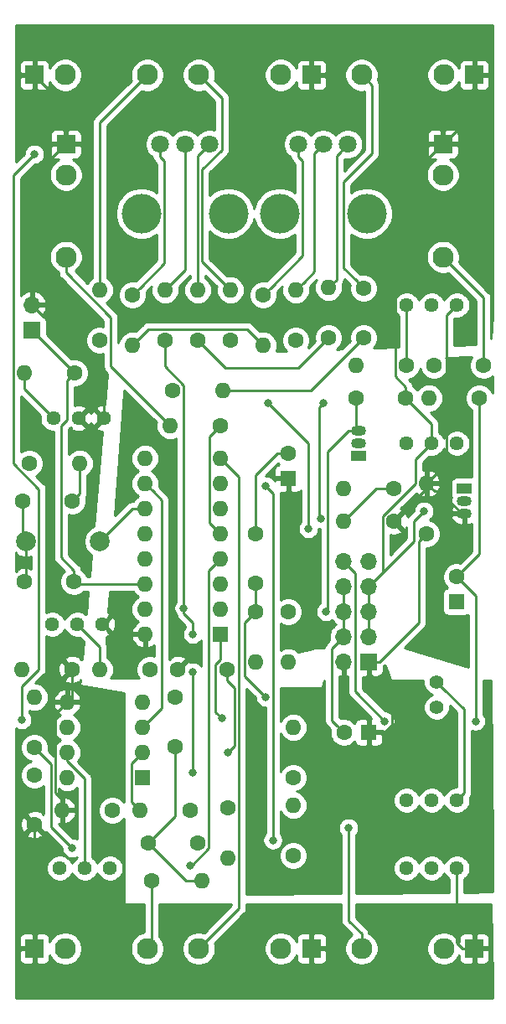
<source format=gbr>
G04 #@! TF.GenerationSoftware,KiCad,Pcbnew,(5.1.0)-1*
G04 #@! TF.CreationDate,2019-04-22T00:57:04-04:00*
G04 #@! TF.ProjectId,cem3340-module_REDDIT,63656d33-3334-4302-9d6d-6f64756c655f,rev?*
G04 #@! TF.SameCoordinates,Original*
G04 #@! TF.FileFunction,Copper,L1,Top*
G04 #@! TF.FilePolarity,Positive*
%FSLAX46Y46*%
G04 Gerber Fmt 4.6, Leading zero omitted, Abs format (unit mm)*
G04 Created by KiCad (PCBNEW (5.1.0)-1) date 2019-04-22 00:57:04*
%MOMM*%
%LPD*%
G04 APERTURE LIST*
%ADD10C,1.440000*%
%ADD11C,1.600000*%
%ADD12R,1.600000X1.600000*%
%ADD13C,2.000000*%
%ADD14R,1.500000X1.050000*%
%ADD15O,1.500000X1.050000*%
%ADD16C,2.130000*%
%ADD17R,1.830000X1.930000*%
%ADD18R,1.930000X1.830000*%
%ADD19R,1.700000X1.700000*%
%ADD20O,1.700000X1.700000*%
%ADD21O,1.600000X1.600000*%
%ADD22C,4.000000*%
%ADD23C,1.800000*%
%ADD24C,1.400000*%
%ADD25C,0.800000*%
%ADD26C,0.250000*%
%ADD27C,0.254000*%
G04 APERTURE END LIST*
D10*
X195580000Y-136652000D03*
X198120000Y-136652000D03*
X200660000Y-136652000D03*
X235712000Y-93726000D03*
X233172000Y-93726000D03*
X230632000Y-93726000D03*
X194945000Y-91186000D03*
X197485000Y-91186000D03*
X200025000Y-91186000D03*
X194818000Y-112014000D03*
X197358000Y-112014000D03*
X199898000Y-112014000D03*
X235712000Y-79756000D03*
X233172000Y-79756000D03*
X230632000Y-79756000D03*
X235712000Y-129794000D03*
X233172000Y-129794000D03*
X230632000Y-129794000D03*
X235712000Y-136652000D03*
X233172000Y-136652000D03*
X230632000Y-136652000D03*
D11*
X238426000Y-85852000D03*
X233426000Y-85852000D03*
X225552000Y-89154000D03*
X230552000Y-89154000D03*
X226314000Y-78058000D03*
X226314000Y-83058000D03*
X209550000Y-134112000D03*
X204550000Y-134112000D03*
X196850000Y-99568000D03*
X191850000Y-99568000D03*
X224322000Y-122936000D03*
D12*
X226822000Y-122936000D03*
X235712000Y-109728000D03*
D11*
X235712000Y-107228000D03*
X197024000Y-107696000D03*
X192024000Y-107696000D03*
D12*
X218694000Y-97282000D03*
D11*
X218694000Y-94782000D03*
X215392000Y-102870000D03*
X215392000Y-107870000D03*
X193040000Y-127254000D03*
X193040000Y-132254000D03*
X207264000Y-124380000D03*
X207264000Y-119380000D03*
X212518000Y-116586000D03*
X207518000Y-116586000D03*
D13*
X199644000Y-103632000D03*
X192144000Y-103632000D03*
D14*
X236474000Y-98298000D03*
D15*
X236474000Y-100838000D03*
X236474000Y-99568000D03*
D16*
X226090000Y-56515000D03*
D17*
X237490000Y-56515000D03*
D16*
X234390000Y-56515000D03*
X196215000Y-66600000D03*
D18*
X196215000Y-63500000D03*
D16*
X196215000Y-74900000D03*
X217945000Y-56515000D03*
D17*
X221045000Y-56515000D03*
D16*
X209645000Y-56515000D03*
X226090000Y-144780000D03*
D17*
X237490000Y-144780000D03*
D16*
X234390000Y-144780000D03*
X217945000Y-144780000D03*
D17*
X221045000Y-144780000D03*
D16*
X209645000Y-144780000D03*
D19*
X226822000Y-115824000D03*
D20*
X224282000Y-115824000D03*
X226822000Y-113284000D03*
X224282000Y-113284000D03*
X226822000Y-110744000D03*
X224282000Y-110744000D03*
X226822000Y-108204000D03*
X224282000Y-108204000D03*
X226822000Y-105664000D03*
X224282000Y-105664000D03*
D19*
X192786000Y-82296000D03*
D20*
X192786000Y-79756000D03*
D16*
X234315000Y-66600000D03*
D18*
X234315000Y-63500000D03*
D16*
X234315000Y-74900000D03*
X204440000Y-56515000D03*
D17*
X193040000Y-56515000D03*
D16*
X196140000Y-56515000D03*
X204440000Y-144780000D03*
D17*
X193040000Y-144780000D03*
D16*
X196140000Y-144780000D03*
D11*
X211836000Y-91948000D03*
D21*
X206756000Y-91948000D03*
X199644000Y-78232000D03*
D11*
X199644000Y-83312000D03*
X204851000Y-137922000D03*
D21*
X209931000Y-137922000D03*
D11*
X212598000Y-130556000D03*
D21*
X212598000Y-135636000D03*
D11*
X207010000Y-88392000D03*
D21*
X212090000Y-88392000D03*
X199644000Y-116586000D03*
D11*
X204724000Y-116586000D03*
D21*
X197612000Y-95758000D03*
D11*
X192532000Y-95758000D03*
D21*
X219202000Y-130302000D03*
D11*
X219202000Y-135382000D03*
X215392000Y-110744000D03*
D21*
X215392000Y-115824000D03*
D11*
X197104000Y-86614000D03*
D21*
X192024000Y-86614000D03*
X219202000Y-122428000D03*
D11*
X219202000Y-127508000D03*
D21*
X212852000Y-78232000D03*
D11*
X212852000Y-83312000D03*
X219456000Y-83312000D03*
D21*
X219456000Y-78232000D03*
X225552000Y-85852000D03*
D11*
X230632000Y-85852000D03*
X218694000Y-110744000D03*
D21*
X218694000Y-115824000D03*
D11*
X202946000Y-78740000D03*
D21*
X202946000Y-83820000D03*
X206248000Y-78232000D03*
D11*
X206248000Y-83312000D03*
D21*
X195834000Y-130810000D03*
D11*
X200914000Y-130810000D03*
X208788000Y-130810000D03*
D21*
X203708000Y-130810000D03*
D11*
X232664000Y-102870000D03*
D21*
X232664000Y-97790000D03*
D11*
X229362000Y-101600000D03*
D21*
X224282000Y-101600000D03*
D11*
X216154000Y-78740000D03*
D21*
X216154000Y-83820000D03*
X193040000Y-119380000D03*
D11*
X193040000Y-124460000D03*
D21*
X224282000Y-98298000D03*
D11*
X229362000Y-98298000D03*
D21*
X191770000Y-116586000D03*
D11*
X196850000Y-116586000D03*
D21*
X222758000Y-77978000D03*
D11*
X222758000Y-83058000D03*
X209550000Y-83312000D03*
D21*
X209550000Y-78232000D03*
X232918000Y-89154000D03*
D11*
X237998000Y-89154000D03*
D22*
X217810000Y-70500000D03*
X226610000Y-70500000D03*
D23*
X219710000Y-63500000D03*
X222210000Y-63500000D03*
X224710000Y-63500000D03*
X210740000Y-63500000D03*
X208240000Y-63500000D03*
X205740000Y-63500000D03*
D22*
X212640000Y-70500000D03*
X203840000Y-70500000D03*
D24*
X233680000Y-120396000D03*
X233680000Y-117856000D03*
D12*
X203962000Y-127508000D03*
D21*
X196342000Y-119888000D03*
X203962000Y-124968000D03*
X196342000Y-122428000D03*
X203962000Y-122428000D03*
X196342000Y-124968000D03*
X203962000Y-119888000D03*
X196342000Y-127508000D03*
D12*
X211836000Y-113030000D03*
D21*
X204216000Y-95250000D03*
X211836000Y-110490000D03*
X204216000Y-97790000D03*
X211836000Y-107950000D03*
X204216000Y-100330000D03*
X211836000Y-105410000D03*
X204216000Y-102870000D03*
X211836000Y-102870000D03*
X204216000Y-105410000D03*
X211836000Y-100330000D03*
X204216000Y-107950000D03*
X211836000Y-97790000D03*
X204216000Y-110490000D03*
X211836000Y-95250000D03*
X204216000Y-113030000D03*
D15*
X225806000Y-93726000D03*
X225806000Y-92456000D03*
D14*
X225806000Y-94996000D03*
D25*
X222250000Y-89662000D03*
X221958002Y-101346000D03*
X216408000Y-119380000D03*
X222504000Y-110744000D03*
X212598000Y-124968000D03*
X232410000Y-100584000D03*
X192144000Y-105798000D03*
X194818000Y-107442000D03*
X221234000Y-125476000D03*
X220726000Y-102362000D03*
X216662000Y-89662000D03*
X237634999Y-121810999D03*
X228455001Y-121810999D03*
X218694000Y-108204000D03*
X207518000Y-113030000D03*
X191770000Y-121666000D03*
X193040000Y-64516000D03*
X224790000Y-132588000D03*
X208788000Y-136398000D03*
X208135001Y-110380999D03*
X209042000Y-127000000D03*
X209042000Y-113030000D03*
X209042000Y-116840000D03*
X211963000Y-121539000D03*
X196850000Y-134620000D03*
X216408000Y-98044000D03*
X217133001Y-133821001D03*
D26*
X238426000Y-79011000D02*
X238426000Y-85852000D01*
X234315000Y-74900000D02*
X238426000Y-79011000D01*
X221850001Y-90061999D02*
X221850001Y-101237999D01*
X222250000Y-89662000D02*
X221850001Y-90061999D01*
X221850001Y-101237999D02*
X221958002Y-101346000D01*
X221958002Y-101346000D02*
X221958002Y-101346000D01*
X225552000Y-92202000D02*
X225806000Y-92456000D01*
X225552000Y-89154000D02*
X225552000Y-92202000D01*
X222683003Y-94578997D02*
X222683003Y-106754997D01*
X224806000Y-92456000D02*
X222683003Y-94578997D01*
X225806000Y-92456000D02*
X224806000Y-92456000D01*
X215392000Y-109001370D02*
X215392000Y-110744000D01*
X215392000Y-107870000D02*
X215392000Y-109001370D01*
X216408000Y-119380000D02*
X216408000Y-119380000D01*
X222683003Y-106754997D02*
X222683003Y-110564997D01*
X222683003Y-110564997D02*
X222504000Y-110744000D01*
X222504000Y-110744000D02*
X222504000Y-110744000D01*
X216008001Y-118980001D02*
X216408000Y-119380000D01*
X214266999Y-117238999D02*
X216008001Y-118980001D01*
X214266999Y-111869001D02*
X214266999Y-117238999D01*
X215392000Y-110744000D02*
X214266999Y-111869001D01*
X196165000Y-63500000D02*
X196215000Y-63500000D01*
X192786000Y-66879000D02*
X196165000Y-63500000D01*
X192786000Y-79756000D02*
X192786000Y-66879000D01*
X226822000Y-109406081D02*
X226822000Y-110744000D01*
X226822000Y-108204000D02*
X226822000Y-109406081D01*
X226822000Y-110744000D02*
X226822000Y-113284000D01*
X224282000Y-113284000D02*
X224282000Y-110744000D01*
X224282000Y-109541919D02*
X224282000Y-108204000D01*
X224282000Y-110744000D02*
X224282000Y-109541919D01*
X236325000Y-144780000D02*
X237490000Y-144780000D01*
X235712000Y-144167000D02*
X236325000Y-144780000D01*
X235712000Y-136652000D02*
X235712000Y-144167000D01*
X193040000Y-132254000D02*
X193040000Y-144780000D01*
X207010000Y-131652000D02*
X204550000Y-134112000D01*
X195542001Y-120687999D02*
X196342000Y-119888000D01*
X195159009Y-121070991D02*
X195542001Y-120687999D01*
X195159009Y-129003639D02*
X195159009Y-121070991D01*
X195834000Y-129678630D02*
X195159009Y-129003639D01*
X195834000Y-130810000D02*
X195834000Y-129678630D01*
X196850000Y-119380000D02*
X196342000Y-119888000D01*
X196850000Y-116586000D02*
X196850000Y-119380000D01*
X200025000Y-86995000D02*
X200025000Y-91186000D01*
X192786000Y-79756000D02*
X200025000Y-86995000D01*
X191850000Y-103338000D02*
X192144000Y-103632000D01*
X191850000Y-99568000D02*
X191850000Y-103338000D01*
X192144000Y-107576000D02*
X192024000Y-107696000D01*
X192144000Y-103632000D02*
X192144000Y-105798000D01*
X212518000Y-117717370D02*
X212518000Y-116586000D01*
X213272991Y-118472361D02*
X212518000Y-117717370D01*
X213272991Y-124293009D02*
X213272991Y-118472361D01*
X212598000Y-124968000D02*
X213272991Y-124293009D01*
X223522001Y-122136001D02*
X224322000Y-122936000D01*
X223106999Y-121720999D02*
X223522001Y-122136001D01*
X223106999Y-114459001D02*
X223106999Y-121720999D01*
X224282000Y-113284000D02*
X223106999Y-114459001D01*
X204550000Y-134112000D02*
X208360000Y-137922000D01*
X215392000Y-101738630D02*
X215392000Y-102870000D01*
X215392000Y-96952630D02*
X215392000Y-101738630D01*
X217562630Y-94782000D02*
X215392000Y-96952630D01*
X218694000Y-94782000D02*
X217562630Y-94782000D01*
X232452001Y-94445999D02*
X233172000Y-93726000D01*
X231538999Y-95359001D02*
X232452001Y-94445999D01*
X231538999Y-97786003D02*
X231538999Y-95359001D01*
X228236999Y-101088003D02*
X231538999Y-97786003D01*
X228236999Y-106789001D02*
X228236999Y-101088003D01*
X226822000Y-108204000D02*
X228236999Y-106789001D01*
X233172000Y-91774000D02*
X233172000Y-93726000D01*
X230552000Y-89154000D02*
X233172000Y-91774000D01*
X227671999Y-107354001D02*
X226822000Y-108204000D01*
X231413991Y-103612009D02*
X227671999Y-107354001D01*
X231413991Y-101580009D02*
X231413991Y-103612009D01*
X232410000Y-100584000D02*
X231413991Y-101580009D01*
X234365000Y-63500000D02*
X234315000Y-63500000D01*
X237490000Y-60375000D02*
X234365000Y-63500000D01*
X237490000Y-56515000D02*
X237490000Y-60375000D01*
X193040000Y-56565000D02*
X193040000Y-56515000D01*
X194205000Y-57730000D02*
X193040000Y-56565000D01*
X194255000Y-57730000D02*
X194205000Y-57730000D01*
X196215000Y-59690000D02*
X194255000Y-57730000D01*
X196215000Y-63500000D02*
X196215000Y-59690000D01*
X234265000Y-63500000D02*
X234315000Y-63500000D01*
X229506999Y-68258001D02*
X234265000Y-63500000D01*
X229506999Y-86977629D02*
X229506999Y-68258001D01*
X230552000Y-88022630D02*
X229506999Y-86977629D01*
X230552000Y-89154000D02*
X230552000Y-88022630D01*
X209931000Y-137922000D02*
X208360000Y-137922000D01*
X207264000Y-131398000D02*
X207010000Y-131652000D01*
X207264000Y-124380000D02*
X207264000Y-131398000D01*
X192144000Y-105798000D02*
X192144000Y-107576000D01*
X225514001Y-77258001D02*
X226314000Y-78058000D01*
X224284999Y-76028999D02*
X225514001Y-77258001D01*
X224284999Y-67307001D02*
X224284999Y-76028999D01*
X227154999Y-64437001D02*
X224284999Y-67307001D01*
X227154999Y-57579999D02*
X227154999Y-64437001D01*
X226090000Y-56515000D02*
X227154999Y-57579999D01*
X220980000Y-88392000D02*
X212090000Y-88392000D01*
X226314000Y-83058000D02*
X220980000Y-88392000D01*
X197612000Y-98806000D02*
X196850000Y-99568000D01*
X197612000Y-95758000D02*
X197612000Y-98806000D01*
X202946000Y-100330000D02*
X204216000Y-100330000D01*
X199644000Y-103632000D02*
X202946000Y-100330000D01*
X215354001Y-83020001D02*
X216154000Y-83820000D01*
X214520999Y-82186999D02*
X215354001Y-83020001D01*
X204579001Y-82186999D02*
X214520999Y-82186999D01*
X202946000Y-83820000D02*
X204579001Y-82186999D01*
X227922000Y-115824000D02*
X226822000Y-115824000D01*
X231864001Y-111881999D02*
X227922000Y-115824000D01*
X231864001Y-103669999D02*
X231864001Y-111881999D01*
X232664000Y-102870000D02*
X231864001Y-103669999D01*
X226822000Y-116924000D02*
X226822000Y-115824000D01*
X229180002Y-119282002D02*
X226822000Y-116924000D01*
X229180002Y-122159000D02*
X229180002Y-119282002D01*
X228403002Y-122936000D02*
X229180002Y-122159000D01*
X226822000Y-122936000D02*
X228403002Y-122936000D01*
X220726000Y-102362000D02*
X220726000Y-93726000D01*
X220726000Y-93726000D02*
X216662000Y-89662000D01*
X216662000Y-89662000D02*
X216662000Y-89662000D01*
X237998000Y-104942000D02*
X235712000Y-107228000D01*
X237998000Y-89154000D02*
X237998000Y-104942000D01*
X221958001Y-83857999D02*
X222758000Y-83058000D01*
X219710000Y-86106000D02*
X221958001Y-83857999D01*
X212344000Y-86106000D02*
X219710000Y-86106000D01*
X209550000Y-83312000D02*
X212344000Y-86106000D01*
X237634999Y-109150999D02*
X237634999Y-121810999D01*
X235712000Y-107228000D02*
X237634999Y-109150999D01*
X225131999Y-106513999D02*
X224282000Y-105664000D01*
X225457001Y-106839001D02*
X225131999Y-106513999D01*
X225457001Y-118812999D02*
X225457001Y-106839001D01*
X228455001Y-121810999D02*
X225457001Y-118812999D01*
X192786000Y-82296000D02*
X197104000Y-86614000D01*
X196304001Y-87413999D02*
X197104000Y-86614000D01*
X196304001Y-91373601D02*
X196304001Y-87413999D01*
X195724999Y-91952603D02*
X196304001Y-91373601D01*
X195724999Y-105265629D02*
X195724999Y-91952603D01*
X197024000Y-106564630D02*
X195724999Y-105265629D01*
X197024000Y-107696000D02*
X197024000Y-106564630D01*
X197278000Y-107950000D02*
X197024000Y-107696000D01*
X204216000Y-107950000D02*
X197278000Y-107950000D01*
X232664000Y-98298000D02*
X232664000Y-97790000D01*
X229362000Y-101600000D02*
X232664000Y-98298000D01*
X236249000Y-100838000D02*
X236474000Y-100838000D01*
X234000999Y-98589999D02*
X236249000Y-100838000D01*
X233463999Y-98589999D02*
X234000999Y-98589999D01*
X232664000Y-97790000D02*
X233463999Y-98589999D01*
X234992001Y-80475999D02*
X235712000Y-79756000D01*
X234666999Y-80801001D02*
X234992001Y-80475999D01*
X234666999Y-95787001D02*
X234666999Y-80801001D01*
X232664000Y-97790000D02*
X234666999Y-95787001D01*
X218694000Y-97282000D02*
X218694000Y-108204000D01*
X200914000Y-113030000D02*
X204216000Y-113030000D01*
X199898000Y-112014000D02*
X200914000Y-113030000D01*
X227584000Y-98298000D02*
X229362000Y-98298000D01*
X224282000Y-101600000D02*
X227584000Y-98298000D01*
X198120000Y-135633767D02*
X198120000Y-136652000D01*
X198120000Y-127620998D02*
X198120000Y-135633767D01*
X196342000Y-125842998D02*
X198120000Y-127620998D01*
X196342000Y-124968000D02*
X196342000Y-125842998D01*
X190898999Y-95790001D02*
X190898999Y-66657001D01*
X193469001Y-98360003D02*
X190898999Y-95790001D01*
X193469001Y-116552001D02*
X193469001Y-98360003D01*
X191770000Y-121666000D02*
X191770000Y-118251002D01*
X191770000Y-118251002D02*
X193469001Y-116552001D01*
X190898999Y-66657001D02*
X193040000Y-64516000D01*
X193040000Y-64516000D02*
X193040000Y-64516000D01*
X196215000Y-76406137D02*
X196215000Y-74900000D01*
X196215000Y-76468002D02*
X196215000Y-76406137D01*
X200769001Y-81022003D02*
X196215000Y-76468002D01*
X200769001Y-85961001D02*
X200769001Y-81022003D01*
X206756000Y-91948000D02*
X200769001Y-85961001D01*
X210709999Y-57579999D02*
X209645000Y-56515000D01*
X211965001Y-58835001D02*
X210709999Y-57579999D01*
X211965001Y-64088001D02*
X211965001Y-58835001D01*
X210000010Y-66052992D02*
X211965001Y-64088001D01*
X210000010Y-75380010D02*
X210000010Y-66052992D01*
X212852000Y-78232000D02*
X210000010Y-75380010D01*
X226090000Y-143273863D02*
X224790000Y-141973863D01*
X226090000Y-144780000D02*
X226090000Y-143273863D01*
X224790000Y-141973863D02*
X224790000Y-132588000D01*
X224790000Y-132588000D02*
X224790000Y-132588000D01*
X210709999Y-143715001D02*
X209645000Y-144780000D01*
X213723001Y-140701999D02*
X210709999Y-143715001D01*
X213723001Y-97137001D02*
X213723001Y-140701999D01*
X211836000Y-95250000D02*
X213723001Y-97137001D01*
X199644000Y-61311000D02*
X204440000Y-56515000D01*
X199644000Y-78232000D02*
X199644000Y-61311000D01*
X210675001Y-134652001D02*
X208929002Y-136398000D01*
X211836000Y-105410000D02*
X210675001Y-106570999D01*
X210675001Y-106570999D02*
X210675001Y-134652001D01*
X208929002Y-136398000D02*
X208788000Y-136398000D01*
X208788000Y-136398000D02*
X208788000Y-136398000D01*
X204978000Y-144242000D02*
X204440000Y-144780000D01*
X204851000Y-144369000D02*
X204440000Y-144780000D01*
X204851000Y-137922000D02*
X204851000Y-144369000D01*
X211036001Y-102070001D02*
X211836000Y-102870000D01*
X210710999Y-101744999D02*
X211036001Y-102070001D01*
X210710999Y-93073001D02*
X210710999Y-101744999D01*
X211836000Y-91948000D02*
X210710999Y-93073001D01*
X208135001Y-87851999D02*
X208135001Y-106570999D01*
X206248000Y-85964998D02*
X208135001Y-87851999D01*
X206248000Y-83312000D02*
X206248000Y-85964998D01*
X208135001Y-106570999D02*
X208135001Y-110380999D01*
X208135001Y-110380999D02*
X208135001Y-110380999D01*
X208135001Y-110946684D02*
X209042000Y-111853683D01*
X208135001Y-110380999D02*
X208135001Y-110946684D01*
X209042000Y-111853683D02*
X209042000Y-113030000D01*
X209042000Y-127000000D02*
X209042000Y-127000000D01*
X209042000Y-116840000D02*
X209042000Y-127000000D01*
X199644000Y-114300000D02*
X199644000Y-116586000D01*
X197358000Y-112014000D02*
X199644000Y-114300000D01*
X192024000Y-88265000D02*
X194945000Y-91186000D01*
X192024000Y-86614000D02*
X192024000Y-88265000D01*
X211328000Y-116110998D02*
X211328000Y-120904000D01*
X211836000Y-113030000D02*
X211836000Y-115602998D01*
X211836000Y-115602998D02*
X211328000Y-116110998D01*
X211328000Y-120904000D02*
X211963000Y-121539000D01*
X211963000Y-121539000D02*
X212090000Y-121666000D01*
X220255999Y-77432001D02*
X219456000Y-78232000D01*
X221310001Y-76377999D02*
X220255999Y-77432001D01*
X221310001Y-64399999D02*
X221310001Y-76377999D01*
X222210000Y-63500000D02*
X221310001Y-64399999D01*
X230632000Y-79756000D02*
X230632000Y-85852000D01*
X234379999Y-118555999D02*
X233680000Y-117856000D01*
X236431999Y-120607999D02*
X234379999Y-118555999D01*
X236431999Y-129074001D02*
X236431999Y-120607999D01*
X235712000Y-129794000D02*
X236431999Y-129074001D01*
X203745999Y-77940001D02*
X202946000Y-78740000D01*
X206165001Y-75520999D02*
X203745999Y-77940001D01*
X206165001Y-65197793D02*
X206165001Y-75520999D01*
X205740000Y-64772792D02*
X206165001Y-65197793D01*
X205740000Y-63500000D02*
X205740000Y-64772792D01*
X208240000Y-76240000D02*
X206248000Y-78232000D01*
X208240000Y-63500000D02*
X208240000Y-76240000D01*
X202908001Y-130010001D02*
X203708000Y-130810000D01*
X202836999Y-129938999D02*
X202908001Y-130010001D01*
X202836999Y-126093001D02*
X202836999Y-129938999D01*
X203962000Y-124968000D02*
X202836999Y-126093001D01*
X216953999Y-77940001D02*
X216154000Y-78740000D01*
X220135001Y-74758999D02*
X216953999Y-77940001D01*
X220135001Y-65197793D02*
X220135001Y-74758999D01*
X219710000Y-64772792D02*
X220135001Y-65197793D01*
X219710000Y-63500000D02*
X219710000Y-64772792D01*
X194708999Y-126128999D02*
X194708999Y-132478999D01*
X193040000Y-124460000D02*
X194708999Y-126128999D01*
X194708999Y-132478999D02*
X196850000Y-134620000D01*
X196850000Y-134620000D02*
X196850000Y-134620000D01*
X223810001Y-64399999D02*
X224710000Y-63500000D01*
X223557999Y-64652001D02*
X223810001Y-64399999D01*
X223557999Y-77178001D02*
X223557999Y-64652001D01*
X222758000Y-77978000D02*
X223557999Y-77178001D01*
X209550000Y-64690000D02*
X210740000Y-63500000D01*
X209550000Y-78232000D02*
X209550000Y-64690000D01*
X216408000Y-98044000D02*
X217170000Y-98806000D01*
X217170000Y-98806000D02*
X217170000Y-112522000D01*
X217133001Y-112558999D02*
X217133001Y-133821001D01*
X217170000Y-112522000D02*
X217133001Y-112558999D01*
X217133001Y-133821001D02*
X217133001Y-133821001D01*
X205015999Y-98589999D02*
X204216000Y-97790000D01*
X205884999Y-99458999D02*
X205015999Y-98589999D01*
X205884999Y-120505001D02*
X205884999Y-99458999D01*
X203962000Y-122428000D02*
X205884999Y-120505001D01*
D27*
G36*
X224409000Y-117144814D02*
G01*
X224638891Y-117265481D01*
X224697001Y-117244868D01*
X224697001Y-118775677D01*
X224693325Y-118812999D01*
X224697001Y-118850321D01*
X224697001Y-118850331D01*
X224707998Y-118961984D01*
X224745890Y-119086899D01*
X224751455Y-119105245D01*
X224822027Y-119237275D01*
X224850728Y-119272247D01*
X224917000Y-119353000D01*
X224946004Y-119376803D01*
X227088975Y-121519775D01*
X226949000Y-121659750D01*
X226949000Y-122809000D01*
X228098250Y-122809000D01*
X228116278Y-122790972D01*
X228153103Y-122806225D01*
X228353062Y-122845999D01*
X228556940Y-122845999D01*
X228756899Y-122806225D01*
X228945257Y-122728204D01*
X229114775Y-122614936D01*
X229258938Y-122470773D01*
X229372206Y-122301255D01*
X229450227Y-122112897D01*
X229490001Y-121912938D01*
X229490001Y-121709060D01*
X229450227Y-121509101D01*
X229372206Y-121320743D01*
X229258938Y-121151225D01*
X229114775Y-121007062D01*
X228945257Y-120893794D01*
X228756899Y-120815773D01*
X228556940Y-120775999D01*
X228494803Y-120775999D01*
X226217001Y-118498198D01*
X226217001Y-117310738D01*
X226536250Y-117309000D01*
X226695000Y-117150250D01*
X226695000Y-116205000D01*
X226949000Y-116205000D01*
X226949000Y-117150250D01*
X227107750Y-117309000D01*
X227672000Y-117312072D01*
X227796482Y-117299812D01*
X227916180Y-117263502D01*
X228026494Y-117204537D01*
X228123185Y-117125185D01*
X228202537Y-117028494D01*
X228261502Y-116918180D01*
X228297812Y-116798482D01*
X228310072Y-116674000D01*
X228307519Y-116205000D01*
X228508463Y-116205000D01*
X228987517Y-117642161D01*
X228997667Y-117664894D01*
X229012057Y-117685211D01*
X229030134Y-117702329D01*
X229051204Y-117715592D01*
X229074456Y-117724490D01*
X229108000Y-117729000D01*
X232345000Y-117729000D01*
X232345000Y-117987486D01*
X232396304Y-118245405D01*
X232496939Y-118488359D01*
X232643038Y-118707013D01*
X232828987Y-118892962D01*
X233047641Y-119039061D01*
X233257530Y-119126000D01*
X233047641Y-119212939D01*
X232828987Y-119359038D01*
X232643038Y-119544987D01*
X232496939Y-119763641D01*
X232396304Y-120006595D01*
X232345000Y-120264514D01*
X232345000Y-120527486D01*
X232396304Y-120785405D01*
X232496939Y-121028359D01*
X232643038Y-121247013D01*
X232828987Y-121432962D01*
X233047641Y-121579061D01*
X233290595Y-121679696D01*
X233548514Y-121731000D01*
X233811486Y-121731000D01*
X234069405Y-121679696D01*
X234312359Y-121579061D01*
X234531013Y-121432962D01*
X234716962Y-121247013D01*
X234863061Y-121028359D01*
X234963696Y-120785405D01*
X235015000Y-120527486D01*
X235015000Y-120265802D01*
X235672000Y-120922802D01*
X235671999Y-128439000D01*
X235578544Y-128439000D01*
X235316761Y-128491072D01*
X235070167Y-128593215D01*
X234848238Y-128741503D01*
X234659503Y-128930238D01*
X234511215Y-129152167D01*
X234442000Y-129319266D01*
X234372785Y-129152167D01*
X234224497Y-128930238D01*
X234035762Y-128741503D01*
X233813833Y-128593215D01*
X233567239Y-128491072D01*
X233305456Y-128439000D01*
X233038544Y-128439000D01*
X232776761Y-128491072D01*
X232530167Y-128593215D01*
X232308238Y-128741503D01*
X232119503Y-128930238D01*
X231971215Y-129152167D01*
X231902000Y-129319266D01*
X231832785Y-129152167D01*
X231684497Y-128930238D01*
X231495762Y-128741503D01*
X231273833Y-128593215D01*
X231027239Y-128491072D01*
X230765456Y-128439000D01*
X230498544Y-128439000D01*
X230236761Y-128491072D01*
X229990167Y-128593215D01*
X229768238Y-128741503D01*
X229579503Y-128930238D01*
X229431215Y-129152167D01*
X229329072Y-129398761D01*
X229277000Y-129660544D01*
X229277000Y-129927456D01*
X229329072Y-130189239D01*
X229431215Y-130435833D01*
X229579503Y-130657762D01*
X229768238Y-130846497D01*
X229990167Y-130994785D01*
X230236761Y-131096928D01*
X230498544Y-131149000D01*
X230765456Y-131149000D01*
X231027239Y-131096928D01*
X231273833Y-130994785D01*
X231495762Y-130846497D01*
X231684497Y-130657762D01*
X231832785Y-130435833D01*
X231902000Y-130268734D01*
X231971215Y-130435833D01*
X232119503Y-130657762D01*
X232308238Y-130846497D01*
X232530167Y-130994785D01*
X232776761Y-131096928D01*
X233038544Y-131149000D01*
X233305456Y-131149000D01*
X233567239Y-131096928D01*
X233813833Y-130994785D01*
X234035762Y-130846497D01*
X234224497Y-130657762D01*
X234372785Y-130435833D01*
X234442000Y-130268734D01*
X234511215Y-130435833D01*
X234659503Y-130657762D01*
X234848238Y-130846497D01*
X235070167Y-130994785D01*
X235316761Y-131096928D01*
X235578544Y-131149000D01*
X235845456Y-131149000D01*
X236107239Y-131096928D01*
X236353833Y-130994785D01*
X236575762Y-130846497D01*
X236764497Y-130657762D01*
X236912785Y-130435833D01*
X237014928Y-130189239D01*
X237067000Y-129927456D01*
X237067000Y-129660544D01*
X237041015Y-129529907D01*
X237066973Y-129498277D01*
X237137545Y-129366248D01*
X237181002Y-129222987D01*
X237191999Y-129111334D01*
X237191999Y-129111325D01*
X237195675Y-129074002D01*
X237191999Y-129036679D01*
X237191999Y-122747778D01*
X237333101Y-122806225D01*
X237533060Y-122845999D01*
X237736938Y-122845999D01*
X237936897Y-122806225D01*
X238125255Y-122728204D01*
X238294773Y-122614936D01*
X238438936Y-122470773D01*
X238552204Y-122301255D01*
X238630225Y-122112897D01*
X238669999Y-121912938D01*
X238669999Y-121709060D01*
X238630225Y-121509101D01*
X238552204Y-121320743D01*
X238438936Y-121151225D01*
X238394999Y-121107288D01*
X238394999Y-117729000D01*
X239142486Y-117729000D01*
X239345001Y-134942772D01*
X239345001Y-139066218D01*
X236472000Y-139086031D01*
X236472000Y-137773828D01*
X236575762Y-137704497D01*
X236764497Y-137515762D01*
X236912785Y-137293833D01*
X237014928Y-137047239D01*
X237067000Y-136785456D01*
X237067000Y-136518544D01*
X237014928Y-136256761D01*
X236912785Y-136010167D01*
X236764497Y-135788238D01*
X236575762Y-135599503D01*
X236353833Y-135451215D01*
X236107239Y-135349072D01*
X235845456Y-135297000D01*
X235578544Y-135297000D01*
X235316761Y-135349072D01*
X235070167Y-135451215D01*
X234848238Y-135599503D01*
X234659503Y-135788238D01*
X234511215Y-136010167D01*
X234442000Y-136177266D01*
X234372785Y-136010167D01*
X234224497Y-135788238D01*
X234035762Y-135599503D01*
X233813833Y-135451215D01*
X233567239Y-135349072D01*
X233305456Y-135297000D01*
X233038544Y-135297000D01*
X232776761Y-135349072D01*
X232530167Y-135451215D01*
X232308238Y-135599503D01*
X232119503Y-135788238D01*
X231971215Y-136010167D01*
X231902000Y-136177266D01*
X231832785Y-136010167D01*
X231684497Y-135788238D01*
X231495762Y-135599503D01*
X231273833Y-135451215D01*
X231027239Y-135349072D01*
X230765456Y-135297000D01*
X230498544Y-135297000D01*
X230236761Y-135349072D01*
X229990167Y-135451215D01*
X229768238Y-135599503D01*
X229579503Y-135788238D01*
X229431215Y-136010167D01*
X229329072Y-136256761D01*
X229277000Y-136518544D01*
X229277000Y-136785456D01*
X229329072Y-137047239D01*
X229431215Y-137293833D01*
X229579503Y-137515762D01*
X229768238Y-137704497D01*
X229990167Y-137852785D01*
X230236761Y-137954928D01*
X230498544Y-138007000D01*
X230765456Y-138007000D01*
X231027239Y-137954928D01*
X231273833Y-137852785D01*
X231495762Y-137704497D01*
X231684497Y-137515762D01*
X231832785Y-137293833D01*
X231902000Y-137126734D01*
X231971215Y-137293833D01*
X232119503Y-137515762D01*
X232308238Y-137704497D01*
X232530167Y-137852785D01*
X232776761Y-137954928D01*
X233038544Y-138007000D01*
X233305456Y-138007000D01*
X233567239Y-137954928D01*
X233813833Y-137852785D01*
X234035762Y-137704497D01*
X234224497Y-137515762D01*
X234372785Y-137293833D01*
X234442000Y-137126734D01*
X234511215Y-137293833D01*
X234659503Y-137515762D01*
X234848238Y-137704497D01*
X234952000Y-137773829D01*
X234952000Y-139096514D01*
X225550000Y-139161355D01*
X225550000Y-133291711D01*
X225593937Y-133247774D01*
X225707205Y-133078256D01*
X225785226Y-132889898D01*
X225825000Y-132689939D01*
X225825000Y-132486061D01*
X225785226Y-132286102D01*
X225707205Y-132097744D01*
X225593937Y-131928226D01*
X225449774Y-131784063D01*
X225280256Y-131670795D01*
X225091898Y-131592774D01*
X224891939Y-131553000D01*
X224688061Y-131553000D01*
X224488102Y-131592774D01*
X224299744Y-131670795D01*
X224130226Y-131784063D01*
X223986063Y-131928226D01*
X223872795Y-132097744D01*
X223794774Y-132286102D01*
X223755000Y-132486061D01*
X223755000Y-132689939D01*
X223794774Y-132889898D01*
X223872795Y-133078256D01*
X223986063Y-133247774D01*
X224030001Y-133291712D01*
X224030000Y-139171838D01*
X214483001Y-139237679D01*
X214483001Y-135240665D01*
X217767000Y-135240665D01*
X217767000Y-135523335D01*
X217822147Y-135800574D01*
X217930320Y-136061727D01*
X218087363Y-136296759D01*
X218287241Y-136496637D01*
X218522273Y-136653680D01*
X218783426Y-136761853D01*
X219060665Y-136817000D01*
X219343335Y-136817000D01*
X219620574Y-136761853D01*
X219881727Y-136653680D01*
X220116759Y-136496637D01*
X220316637Y-136296759D01*
X220473680Y-136061727D01*
X220581853Y-135800574D01*
X220637000Y-135523335D01*
X220637000Y-135240665D01*
X220581853Y-134963426D01*
X220473680Y-134702273D01*
X220316637Y-134467241D01*
X220116759Y-134267363D01*
X219881727Y-134110320D01*
X219620574Y-134002147D01*
X219343335Y-133947000D01*
X219060665Y-133947000D01*
X218783426Y-134002147D01*
X218522273Y-134110320D01*
X218287241Y-134267363D01*
X218087363Y-134467241D01*
X217930320Y-134702273D01*
X217822147Y-134963426D01*
X217767000Y-135240665D01*
X214483001Y-135240665D01*
X214483001Y-118529802D01*
X215373000Y-119419802D01*
X215373000Y-119481939D01*
X215412774Y-119681898D01*
X215490795Y-119870256D01*
X215604063Y-120039774D01*
X215748226Y-120183937D01*
X215917744Y-120297205D01*
X216106102Y-120375226D01*
X216306061Y-120415000D01*
X216373001Y-120415000D01*
X216373002Y-133117289D01*
X216329064Y-133161227D01*
X216215796Y-133330745D01*
X216137775Y-133519103D01*
X216098001Y-133719062D01*
X216098001Y-133922940D01*
X216137775Y-134122899D01*
X216215796Y-134311257D01*
X216329064Y-134480775D01*
X216473227Y-134624938D01*
X216642745Y-134738206D01*
X216831103Y-134816227D01*
X217031062Y-134856001D01*
X217234940Y-134856001D01*
X217434899Y-134816227D01*
X217623257Y-134738206D01*
X217792775Y-134624938D01*
X217936938Y-134480775D01*
X218050206Y-134311257D01*
X218128227Y-134122899D01*
X218168001Y-133922940D01*
X218168001Y-133719062D01*
X218128227Y-133519103D01*
X218050206Y-133330745D01*
X217936938Y-133161227D01*
X217893001Y-133117290D01*
X217893001Y-130897180D01*
X218003068Y-131103101D01*
X218182392Y-131321608D01*
X218400899Y-131500932D01*
X218650192Y-131634182D01*
X218920691Y-131716236D01*
X219131508Y-131737000D01*
X219272492Y-131737000D01*
X219483309Y-131716236D01*
X219753808Y-131634182D01*
X220003101Y-131500932D01*
X220221608Y-131321608D01*
X220400932Y-131103101D01*
X220534182Y-130853808D01*
X220616236Y-130583309D01*
X220643943Y-130302000D01*
X220616236Y-130020691D01*
X220534182Y-129750192D01*
X220400932Y-129500899D01*
X220221608Y-129282392D01*
X220003101Y-129103068D01*
X219753808Y-128969818D01*
X219537849Y-128904308D01*
X219620574Y-128887853D01*
X219881727Y-128779680D01*
X220116759Y-128622637D01*
X220316637Y-128422759D01*
X220473680Y-128187727D01*
X220581853Y-127926574D01*
X220637000Y-127649335D01*
X220637000Y-127366665D01*
X220581853Y-127089426D01*
X220473680Y-126828273D01*
X220316637Y-126593241D01*
X220116759Y-126393363D01*
X219881727Y-126236320D01*
X219620574Y-126128147D01*
X219343335Y-126073000D01*
X219060665Y-126073000D01*
X218783426Y-126128147D01*
X218522273Y-126236320D01*
X218287241Y-126393363D01*
X218087363Y-126593241D01*
X217930320Y-126828273D01*
X217893001Y-126918369D01*
X217893001Y-123023180D01*
X218003068Y-123229101D01*
X218182392Y-123447608D01*
X218400899Y-123626932D01*
X218650192Y-123760182D01*
X218920691Y-123842236D01*
X219131508Y-123863000D01*
X219272492Y-123863000D01*
X219483309Y-123842236D01*
X219753808Y-123760182D01*
X220003101Y-123626932D01*
X220221608Y-123447608D01*
X220400932Y-123229101D01*
X220534182Y-122979808D01*
X220616236Y-122709309D01*
X220643943Y-122428000D01*
X220616236Y-122146691D01*
X220534182Y-121876192D01*
X220400932Y-121626899D01*
X220221608Y-121408392D01*
X220003101Y-121229068D01*
X219753808Y-121095818D01*
X219483309Y-121013764D01*
X219272492Y-120993000D01*
X219131508Y-120993000D01*
X218920691Y-121013764D01*
X218650192Y-121095818D01*
X218400899Y-121229068D01*
X218182392Y-121408392D01*
X218003068Y-121626899D01*
X217893001Y-121832820D01*
X217893001Y-118491000D01*
X221996000Y-118491000D01*
X222020776Y-118488560D01*
X222044601Y-118481333D01*
X222066557Y-118469597D01*
X222085803Y-118453803D01*
X222101597Y-118434557D01*
X222116483Y-118404161D01*
X222346999Y-117712612D01*
X222347000Y-121683667D01*
X222343323Y-121720999D01*
X222347000Y-121758332D01*
X222357997Y-121869985D01*
X222371026Y-121912938D01*
X222401453Y-122013245D01*
X222472025Y-122145275D01*
X222541393Y-122229799D01*
X222566999Y-122261000D01*
X222595997Y-122284798D01*
X222923312Y-122612114D01*
X222887000Y-122794665D01*
X222887000Y-123077335D01*
X222942147Y-123354574D01*
X223050320Y-123615727D01*
X223207363Y-123850759D01*
X223407241Y-124050637D01*
X223642273Y-124207680D01*
X223903426Y-124315853D01*
X224180665Y-124371000D01*
X224463335Y-124371000D01*
X224740574Y-124315853D01*
X225001727Y-124207680D01*
X225236759Y-124050637D01*
X225403339Y-123884057D01*
X225432498Y-123980180D01*
X225491463Y-124090494D01*
X225570815Y-124187185D01*
X225667506Y-124266537D01*
X225777820Y-124325502D01*
X225897518Y-124361812D01*
X226022000Y-124374072D01*
X226536250Y-124371000D01*
X226695000Y-124212250D01*
X226695000Y-123063000D01*
X226949000Y-123063000D01*
X226949000Y-124212250D01*
X227107750Y-124371000D01*
X227622000Y-124374072D01*
X227746482Y-124361812D01*
X227866180Y-124325502D01*
X227976494Y-124266537D01*
X228073185Y-124187185D01*
X228152537Y-124090494D01*
X228211502Y-123980180D01*
X228247812Y-123860482D01*
X228260072Y-123736000D01*
X228257000Y-123221750D01*
X228098250Y-123063000D01*
X226949000Y-123063000D01*
X226695000Y-123063000D01*
X226675000Y-123063000D01*
X226675000Y-122809000D01*
X226695000Y-122809000D01*
X226695000Y-121659750D01*
X226536250Y-121501000D01*
X226022000Y-121497928D01*
X225897518Y-121510188D01*
X225777820Y-121546498D01*
X225667506Y-121605463D01*
X225570815Y-121684815D01*
X225491463Y-121781506D01*
X225432498Y-121891820D01*
X225403339Y-121987943D01*
X225236759Y-121821363D01*
X225001727Y-121664320D01*
X224740574Y-121556147D01*
X224463335Y-121501000D01*
X224180665Y-121501000D01*
X223998114Y-121537312D01*
X223866999Y-121406197D01*
X223866999Y-117244868D01*
X223925109Y-117265481D01*
X224155000Y-117144814D01*
X224155000Y-116205000D01*
X224409000Y-116205000D01*
X224409000Y-117144814D01*
X224409000Y-117144814D01*
G37*
X224409000Y-117144814D02*
X224638891Y-117265481D01*
X224697001Y-117244868D01*
X224697001Y-118775677D01*
X224693325Y-118812999D01*
X224697001Y-118850321D01*
X224697001Y-118850331D01*
X224707998Y-118961984D01*
X224745890Y-119086899D01*
X224751455Y-119105245D01*
X224822027Y-119237275D01*
X224850728Y-119272247D01*
X224917000Y-119353000D01*
X224946004Y-119376803D01*
X227088975Y-121519775D01*
X226949000Y-121659750D01*
X226949000Y-122809000D01*
X228098250Y-122809000D01*
X228116278Y-122790972D01*
X228153103Y-122806225D01*
X228353062Y-122845999D01*
X228556940Y-122845999D01*
X228756899Y-122806225D01*
X228945257Y-122728204D01*
X229114775Y-122614936D01*
X229258938Y-122470773D01*
X229372206Y-122301255D01*
X229450227Y-122112897D01*
X229490001Y-121912938D01*
X229490001Y-121709060D01*
X229450227Y-121509101D01*
X229372206Y-121320743D01*
X229258938Y-121151225D01*
X229114775Y-121007062D01*
X228945257Y-120893794D01*
X228756899Y-120815773D01*
X228556940Y-120775999D01*
X228494803Y-120775999D01*
X226217001Y-118498198D01*
X226217001Y-117310738D01*
X226536250Y-117309000D01*
X226695000Y-117150250D01*
X226695000Y-116205000D01*
X226949000Y-116205000D01*
X226949000Y-117150250D01*
X227107750Y-117309000D01*
X227672000Y-117312072D01*
X227796482Y-117299812D01*
X227916180Y-117263502D01*
X228026494Y-117204537D01*
X228123185Y-117125185D01*
X228202537Y-117028494D01*
X228261502Y-116918180D01*
X228297812Y-116798482D01*
X228310072Y-116674000D01*
X228307519Y-116205000D01*
X228508463Y-116205000D01*
X228987517Y-117642161D01*
X228997667Y-117664894D01*
X229012057Y-117685211D01*
X229030134Y-117702329D01*
X229051204Y-117715592D01*
X229074456Y-117724490D01*
X229108000Y-117729000D01*
X232345000Y-117729000D01*
X232345000Y-117987486D01*
X232396304Y-118245405D01*
X232496939Y-118488359D01*
X232643038Y-118707013D01*
X232828987Y-118892962D01*
X233047641Y-119039061D01*
X233257530Y-119126000D01*
X233047641Y-119212939D01*
X232828987Y-119359038D01*
X232643038Y-119544987D01*
X232496939Y-119763641D01*
X232396304Y-120006595D01*
X232345000Y-120264514D01*
X232345000Y-120527486D01*
X232396304Y-120785405D01*
X232496939Y-121028359D01*
X232643038Y-121247013D01*
X232828987Y-121432962D01*
X233047641Y-121579061D01*
X233290595Y-121679696D01*
X233548514Y-121731000D01*
X233811486Y-121731000D01*
X234069405Y-121679696D01*
X234312359Y-121579061D01*
X234531013Y-121432962D01*
X234716962Y-121247013D01*
X234863061Y-121028359D01*
X234963696Y-120785405D01*
X235015000Y-120527486D01*
X235015000Y-120265802D01*
X235672000Y-120922802D01*
X235671999Y-128439000D01*
X235578544Y-128439000D01*
X235316761Y-128491072D01*
X235070167Y-128593215D01*
X234848238Y-128741503D01*
X234659503Y-128930238D01*
X234511215Y-129152167D01*
X234442000Y-129319266D01*
X234372785Y-129152167D01*
X234224497Y-128930238D01*
X234035762Y-128741503D01*
X233813833Y-128593215D01*
X233567239Y-128491072D01*
X233305456Y-128439000D01*
X233038544Y-128439000D01*
X232776761Y-128491072D01*
X232530167Y-128593215D01*
X232308238Y-128741503D01*
X232119503Y-128930238D01*
X231971215Y-129152167D01*
X231902000Y-129319266D01*
X231832785Y-129152167D01*
X231684497Y-128930238D01*
X231495762Y-128741503D01*
X231273833Y-128593215D01*
X231027239Y-128491072D01*
X230765456Y-128439000D01*
X230498544Y-128439000D01*
X230236761Y-128491072D01*
X229990167Y-128593215D01*
X229768238Y-128741503D01*
X229579503Y-128930238D01*
X229431215Y-129152167D01*
X229329072Y-129398761D01*
X229277000Y-129660544D01*
X229277000Y-129927456D01*
X229329072Y-130189239D01*
X229431215Y-130435833D01*
X229579503Y-130657762D01*
X229768238Y-130846497D01*
X229990167Y-130994785D01*
X230236761Y-131096928D01*
X230498544Y-131149000D01*
X230765456Y-131149000D01*
X231027239Y-131096928D01*
X231273833Y-130994785D01*
X231495762Y-130846497D01*
X231684497Y-130657762D01*
X231832785Y-130435833D01*
X231902000Y-130268734D01*
X231971215Y-130435833D01*
X232119503Y-130657762D01*
X232308238Y-130846497D01*
X232530167Y-130994785D01*
X232776761Y-131096928D01*
X233038544Y-131149000D01*
X233305456Y-131149000D01*
X233567239Y-131096928D01*
X233813833Y-130994785D01*
X234035762Y-130846497D01*
X234224497Y-130657762D01*
X234372785Y-130435833D01*
X234442000Y-130268734D01*
X234511215Y-130435833D01*
X234659503Y-130657762D01*
X234848238Y-130846497D01*
X235070167Y-130994785D01*
X235316761Y-131096928D01*
X235578544Y-131149000D01*
X235845456Y-131149000D01*
X236107239Y-131096928D01*
X236353833Y-130994785D01*
X236575762Y-130846497D01*
X236764497Y-130657762D01*
X236912785Y-130435833D01*
X237014928Y-130189239D01*
X237067000Y-129927456D01*
X237067000Y-129660544D01*
X237041015Y-129529907D01*
X237066973Y-129498277D01*
X237137545Y-129366248D01*
X237181002Y-129222987D01*
X237191999Y-129111334D01*
X237191999Y-129111325D01*
X237195675Y-129074002D01*
X237191999Y-129036679D01*
X237191999Y-122747778D01*
X237333101Y-122806225D01*
X237533060Y-122845999D01*
X237736938Y-122845999D01*
X237936897Y-122806225D01*
X238125255Y-122728204D01*
X238294773Y-122614936D01*
X238438936Y-122470773D01*
X238552204Y-122301255D01*
X238630225Y-122112897D01*
X238669999Y-121912938D01*
X238669999Y-121709060D01*
X238630225Y-121509101D01*
X238552204Y-121320743D01*
X238438936Y-121151225D01*
X238394999Y-121107288D01*
X238394999Y-117729000D01*
X239142486Y-117729000D01*
X239345001Y-134942772D01*
X239345001Y-139066218D01*
X236472000Y-139086031D01*
X236472000Y-137773828D01*
X236575762Y-137704497D01*
X236764497Y-137515762D01*
X236912785Y-137293833D01*
X237014928Y-137047239D01*
X237067000Y-136785456D01*
X237067000Y-136518544D01*
X237014928Y-136256761D01*
X236912785Y-136010167D01*
X236764497Y-135788238D01*
X236575762Y-135599503D01*
X236353833Y-135451215D01*
X236107239Y-135349072D01*
X235845456Y-135297000D01*
X235578544Y-135297000D01*
X235316761Y-135349072D01*
X235070167Y-135451215D01*
X234848238Y-135599503D01*
X234659503Y-135788238D01*
X234511215Y-136010167D01*
X234442000Y-136177266D01*
X234372785Y-136010167D01*
X234224497Y-135788238D01*
X234035762Y-135599503D01*
X233813833Y-135451215D01*
X233567239Y-135349072D01*
X233305456Y-135297000D01*
X233038544Y-135297000D01*
X232776761Y-135349072D01*
X232530167Y-135451215D01*
X232308238Y-135599503D01*
X232119503Y-135788238D01*
X231971215Y-136010167D01*
X231902000Y-136177266D01*
X231832785Y-136010167D01*
X231684497Y-135788238D01*
X231495762Y-135599503D01*
X231273833Y-135451215D01*
X231027239Y-135349072D01*
X230765456Y-135297000D01*
X230498544Y-135297000D01*
X230236761Y-135349072D01*
X229990167Y-135451215D01*
X229768238Y-135599503D01*
X229579503Y-135788238D01*
X229431215Y-136010167D01*
X229329072Y-136256761D01*
X229277000Y-136518544D01*
X229277000Y-136785456D01*
X229329072Y-137047239D01*
X229431215Y-137293833D01*
X229579503Y-137515762D01*
X229768238Y-137704497D01*
X229990167Y-137852785D01*
X230236761Y-137954928D01*
X230498544Y-138007000D01*
X230765456Y-138007000D01*
X231027239Y-137954928D01*
X231273833Y-137852785D01*
X231495762Y-137704497D01*
X231684497Y-137515762D01*
X231832785Y-137293833D01*
X231902000Y-137126734D01*
X231971215Y-137293833D01*
X232119503Y-137515762D01*
X232308238Y-137704497D01*
X232530167Y-137852785D01*
X232776761Y-137954928D01*
X233038544Y-138007000D01*
X233305456Y-138007000D01*
X233567239Y-137954928D01*
X233813833Y-137852785D01*
X234035762Y-137704497D01*
X234224497Y-137515762D01*
X234372785Y-137293833D01*
X234442000Y-137126734D01*
X234511215Y-137293833D01*
X234659503Y-137515762D01*
X234848238Y-137704497D01*
X234952000Y-137773829D01*
X234952000Y-139096514D01*
X225550000Y-139161355D01*
X225550000Y-133291711D01*
X225593937Y-133247774D01*
X225707205Y-133078256D01*
X225785226Y-132889898D01*
X225825000Y-132689939D01*
X225825000Y-132486061D01*
X225785226Y-132286102D01*
X225707205Y-132097744D01*
X225593937Y-131928226D01*
X225449774Y-131784063D01*
X225280256Y-131670795D01*
X225091898Y-131592774D01*
X224891939Y-131553000D01*
X224688061Y-131553000D01*
X224488102Y-131592774D01*
X224299744Y-131670795D01*
X224130226Y-131784063D01*
X223986063Y-131928226D01*
X223872795Y-132097744D01*
X223794774Y-132286102D01*
X223755000Y-132486061D01*
X223755000Y-132689939D01*
X223794774Y-132889898D01*
X223872795Y-133078256D01*
X223986063Y-133247774D01*
X224030001Y-133291712D01*
X224030000Y-139171838D01*
X214483001Y-139237679D01*
X214483001Y-135240665D01*
X217767000Y-135240665D01*
X217767000Y-135523335D01*
X217822147Y-135800574D01*
X217930320Y-136061727D01*
X218087363Y-136296759D01*
X218287241Y-136496637D01*
X218522273Y-136653680D01*
X218783426Y-136761853D01*
X219060665Y-136817000D01*
X219343335Y-136817000D01*
X219620574Y-136761853D01*
X219881727Y-136653680D01*
X220116759Y-136496637D01*
X220316637Y-136296759D01*
X220473680Y-136061727D01*
X220581853Y-135800574D01*
X220637000Y-135523335D01*
X220637000Y-135240665D01*
X220581853Y-134963426D01*
X220473680Y-134702273D01*
X220316637Y-134467241D01*
X220116759Y-134267363D01*
X219881727Y-134110320D01*
X219620574Y-134002147D01*
X219343335Y-133947000D01*
X219060665Y-133947000D01*
X218783426Y-134002147D01*
X218522273Y-134110320D01*
X218287241Y-134267363D01*
X218087363Y-134467241D01*
X217930320Y-134702273D01*
X217822147Y-134963426D01*
X217767000Y-135240665D01*
X214483001Y-135240665D01*
X214483001Y-118529802D01*
X215373000Y-119419802D01*
X215373000Y-119481939D01*
X215412774Y-119681898D01*
X215490795Y-119870256D01*
X215604063Y-120039774D01*
X215748226Y-120183937D01*
X215917744Y-120297205D01*
X216106102Y-120375226D01*
X216306061Y-120415000D01*
X216373001Y-120415000D01*
X216373002Y-133117289D01*
X216329064Y-133161227D01*
X216215796Y-133330745D01*
X216137775Y-133519103D01*
X216098001Y-133719062D01*
X216098001Y-133922940D01*
X216137775Y-134122899D01*
X216215796Y-134311257D01*
X216329064Y-134480775D01*
X216473227Y-134624938D01*
X216642745Y-134738206D01*
X216831103Y-134816227D01*
X217031062Y-134856001D01*
X217234940Y-134856001D01*
X217434899Y-134816227D01*
X217623257Y-134738206D01*
X217792775Y-134624938D01*
X217936938Y-134480775D01*
X218050206Y-134311257D01*
X218128227Y-134122899D01*
X218168001Y-133922940D01*
X218168001Y-133719062D01*
X218128227Y-133519103D01*
X218050206Y-133330745D01*
X217936938Y-133161227D01*
X217893001Y-133117290D01*
X217893001Y-130897180D01*
X218003068Y-131103101D01*
X218182392Y-131321608D01*
X218400899Y-131500932D01*
X218650192Y-131634182D01*
X218920691Y-131716236D01*
X219131508Y-131737000D01*
X219272492Y-131737000D01*
X219483309Y-131716236D01*
X219753808Y-131634182D01*
X220003101Y-131500932D01*
X220221608Y-131321608D01*
X220400932Y-131103101D01*
X220534182Y-130853808D01*
X220616236Y-130583309D01*
X220643943Y-130302000D01*
X220616236Y-130020691D01*
X220534182Y-129750192D01*
X220400932Y-129500899D01*
X220221608Y-129282392D01*
X220003101Y-129103068D01*
X219753808Y-128969818D01*
X219537849Y-128904308D01*
X219620574Y-128887853D01*
X219881727Y-128779680D01*
X220116759Y-128622637D01*
X220316637Y-128422759D01*
X220473680Y-128187727D01*
X220581853Y-127926574D01*
X220637000Y-127649335D01*
X220637000Y-127366665D01*
X220581853Y-127089426D01*
X220473680Y-126828273D01*
X220316637Y-126593241D01*
X220116759Y-126393363D01*
X219881727Y-126236320D01*
X219620574Y-126128147D01*
X219343335Y-126073000D01*
X219060665Y-126073000D01*
X218783426Y-126128147D01*
X218522273Y-126236320D01*
X218287241Y-126393363D01*
X218087363Y-126593241D01*
X217930320Y-126828273D01*
X217893001Y-126918369D01*
X217893001Y-123023180D01*
X218003068Y-123229101D01*
X218182392Y-123447608D01*
X218400899Y-123626932D01*
X218650192Y-123760182D01*
X218920691Y-123842236D01*
X219131508Y-123863000D01*
X219272492Y-123863000D01*
X219483309Y-123842236D01*
X219753808Y-123760182D01*
X220003101Y-123626932D01*
X220221608Y-123447608D01*
X220400932Y-123229101D01*
X220534182Y-122979808D01*
X220616236Y-122709309D01*
X220643943Y-122428000D01*
X220616236Y-122146691D01*
X220534182Y-121876192D01*
X220400932Y-121626899D01*
X220221608Y-121408392D01*
X220003101Y-121229068D01*
X219753808Y-121095818D01*
X219483309Y-121013764D01*
X219272492Y-120993000D01*
X219131508Y-120993000D01*
X218920691Y-121013764D01*
X218650192Y-121095818D01*
X218400899Y-121229068D01*
X218182392Y-121408392D01*
X218003068Y-121626899D01*
X217893001Y-121832820D01*
X217893001Y-118491000D01*
X221996000Y-118491000D01*
X222020776Y-118488560D01*
X222044601Y-118481333D01*
X222066557Y-118469597D01*
X222085803Y-118453803D01*
X222101597Y-118434557D01*
X222116483Y-118404161D01*
X222346999Y-117712612D01*
X222347000Y-121683667D01*
X222343323Y-121720999D01*
X222347000Y-121758332D01*
X222357997Y-121869985D01*
X222371026Y-121912938D01*
X222401453Y-122013245D01*
X222472025Y-122145275D01*
X222541393Y-122229799D01*
X222566999Y-122261000D01*
X222595997Y-122284798D01*
X222923312Y-122612114D01*
X222887000Y-122794665D01*
X222887000Y-123077335D01*
X222942147Y-123354574D01*
X223050320Y-123615727D01*
X223207363Y-123850759D01*
X223407241Y-124050637D01*
X223642273Y-124207680D01*
X223903426Y-124315853D01*
X224180665Y-124371000D01*
X224463335Y-124371000D01*
X224740574Y-124315853D01*
X225001727Y-124207680D01*
X225236759Y-124050637D01*
X225403339Y-123884057D01*
X225432498Y-123980180D01*
X225491463Y-124090494D01*
X225570815Y-124187185D01*
X225667506Y-124266537D01*
X225777820Y-124325502D01*
X225897518Y-124361812D01*
X226022000Y-124374072D01*
X226536250Y-124371000D01*
X226695000Y-124212250D01*
X226695000Y-123063000D01*
X226949000Y-123063000D01*
X226949000Y-124212250D01*
X227107750Y-124371000D01*
X227622000Y-124374072D01*
X227746482Y-124361812D01*
X227866180Y-124325502D01*
X227976494Y-124266537D01*
X228073185Y-124187185D01*
X228152537Y-124090494D01*
X228211502Y-123980180D01*
X228247812Y-123860482D01*
X228260072Y-123736000D01*
X228257000Y-123221750D01*
X228098250Y-123063000D01*
X226949000Y-123063000D01*
X226695000Y-123063000D01*
X226675000Y-123063000D01*
X226675000Y-122809000D01*
X226695000Y-122809000D01*
X226695000Y-121659750D01*
X226536250Y-121501000D01*
X226022000Y-121497928D01*
X225897518Y-121510188D01*
X225777820Y-121546498D01*
X225667506Y-121605463D01*
X225570815Y-121684815D01*
X225491463Y-121781506D01*
X225432498Y-121891820D01*
X225403339Y-121987943D01*
X225236759Y-121821363D01*
X225001727Y-121664320D01*
X224740574Y-121556147D01*
X224463335Y-121501000D01*
X224180665Y-121501000D01*
X223998114Y-121537312D01*
X223866999Y-121406197D01*
X223866999Y-117244868D01*
X223925109Y-117265481D01*
X224155000Y-117144814D01*
X224155000Y-116205000D01*
X224409000Y-116205000D01*
X224409000Y-117144814D01*
G36*
X203017068Y-108751101D02*
G01*
X203196392Y-108969608D01*
X203414899Y-109148932D01*
X203547858Y-109220000D01*
X203414899Y-109291068D01*
X203196392Y-109470392D01*
X203017068Y-109688899D01*
X202883818Y-109938192D01*
X202801764Y-110208691D01*
X202774057Y-110490000D01*
X202801764Y-110771309D01*
X202883818Y-111041808D01*
X203017068Y-111291101D01*
X203196392Y-111509608D01*
X203414899Y-111688932D01*
X203552682Y-111762579D01*
X203360869Y-111877615D01*
X203152481Y-112066586D01*
X202984963Y-112292580D01*
X202864754Y-112546913D01*
X202824096Y-112680961D01*
X202946085Y-112903000D01*
X204089000Y-112903000D01*
X204089000Y-112883000D01*
X204343000Y-112883000D01*
X204343000Y-112903000D01*
X204363000Y-112903000D01*
X204363000Y-113157000D01*
X204343000Y-113157000D01*
X204343000Y-114300624D01*
X204565040Y-114421909D01*
X204829881Y-114327070D01*
X205071131Y-114182385D01*
X205124999Y-114133536D01*
X205124999Y-115202651D01*
X204865335Y-115151000D01*
X204582665Y-115151000D01*
X204305426Y-115206147D01*
X204044273Y-115314320D01*
X203809241Y-115471363D01*
X203609363Y-115671241D01*
X203452320Y-115906273D01*
X203344147Y-116167426D01*
X203289000Y-116444665D01*
X203289000Y-116727335D01*
X203344147Y-117004574D01*
X203452320Y-117265727D01*
X203592151Y-117475000D01*
X200770795Y-117475000D01*
X200842932Y-117387101D01*
X200976182Y-117137808D01*
X201058236Y-116867309D01*
X201085943Y-116586000D01*
X201058236Y-116304691D01*
X200976182Y-116034192D01*
X200842932Y-115784899D01*
X200663608Y-115566392D01*
X200445101Y-115387068D01*
X200404000Y-115365099D01*
X200404000Y-114337322D01*
X200407676Y-114299999D01*
X200404000Y-114262676D01*
X200404000Y-114262667D01*
X200393003Y-114151014D01*
X200349546Y-114007753D01*
X200285896Y-113888674D01*
X200321659Y-113379039D01*
X202824096Y-113379039D01*
X202864754Y-113513087D01*
X202984963Y-113767420D01*
X203152481Y-113993414D01*
X203360869Y-114182385D01*
X203602119Y-114327070D01*
X203866960Y-114421909D01*
X204089000Y-114300624D01*
X204089000Y-113157000D01*
X202946085Y-113157000D01*
X202824096Y-113379039D01*
X200321659Y-113379039D01*
X200327226Y-113299720D01*
X200486353Y-113241875D01*
X200592068Y-113185368D01*
X200653955Y-112949560D01*
X200371612Y-112667217D01*
X200395167Y-112331562D01*
X200833560Y-112769955D01*
X201069368Y-112708068D01*
X201182266Y-112466210D01*
X201245811Y-112206973D01*
X201257561Y-111940320D01*
X201217063Y-111676499D01*
X201125875Y-111425647D01*
X201069368Y-111319932D01*
X200833560Y-111258045D01*
X200443101Y-111648504D01*
X200470211Y-111262184D01*
X200653955Y-111078440D01*
X200592068Y-110842632D01*
X200502585Y-110800862D01*
X200649312Y-108710000D01*
X202995099Y-108710000D01*
X203017068Y-108751101D01*
X203017068Y-108751101D01*
G37*
X203017068Y-108751101D02*
X203196392Y-108969608D01*
X203414899Y-109148932D01*
X203547858Y-109220000D01*
X203414899Y-109291068D01*
X203196392Y-109470392D01*
X203017068Y-109688899D01*
X202883818Y-109938192D01*
X202801764Y-110208691D01*
X202774057Y-110490000D01*
X202801764Y-110771309D01*
X202883818Y-111041808D01*
X203017068Y-111291101D01*
X203196392Y-111509608D01*
X203414899Y-111688932D01*
X203552682Y-111762579D01*
X203360869Y-111877615D01*
X203152481Y-112066586D01*
X202984963Y-112292580D01*
X202864754Y-112546913D01*
X202824096Y-112680961D01*
X202946085Y-112903000D01*
X204089000Y-112903000D01*
X204089000Y-112883000D01*
X204343000Y-112883000D01*
X204343000Y-112903000D01*
X204363000Y-112903000D01*
X204363000Y-113157000D01*
X204343000Y-113157000D01*
X204343000Y-114300624D01*
X204565040Y-114421909D01*
X204829881Y-114327070D01*
X205071131Y-114182385D01*
X205124999Y-114133536D01*
X205124999Y-115202651D01*
X204865335Y-115151000D01*
X204582665Y-115151000D01*
X204305426Y-115206147D01*
X204044273Y-115314320D01*
X203809241Y-115471363D01*
X203609363Y-115671241D01*
X203452320Y-115906273D01*
X203344147Y-116167426D01*
X203289000Y-116444665D01*
X203289000Y-116727335D01*
X203344147Y-117004574D01*
X203452320Y-117265727D01*
X203592151Y-117475000D01*
X200770795Y-117475000D01*
X200842932Y-117387101D01*
X200976182Y-117137808D01*
X201058236Y-116867309D01*
X201085943Y-116586000D01*
X201058236Y-116304691D01*
X200976182Y-116034192D01*
X200842932Y-115784899D01*
X200663608Y-115566392D01*
X200445101Y-115387068D01*
X200404000Y-115365099D01*
X200404000Y-114337322D01*
X200407676Y-114299999D01*
X200404000Y-114262676D01*
X200404000Y-114262667D01*
X200393003Y-114151014D01*
X200349546Y-114007753D01*
X200285896Y-113888674D01*
X200321659Y-113379039D01*
X202824096Y-113379039D01*
X202864754Y-113513087D01*
X202984963Y-113767420D01*
X203152481Y-113993414D01*
X203360869Y-114182385D01*
X203602119Y-114327070D01*
X203866960Y-114421909D01*
X204089000Y-114300624D01*
X204089000Y-113157000D01*
X202946085Y-113157000D01*
X202824096Y-113379039D01*
X200321659Y-113379039D01*
X200327226Y-113299720D01*
X200486353Y-113241875D01*
X200592068Y-113185368D01*
X200653955Y-112949560D01*
X200371612Y-112667217D01*
X200395167Y-112331562D01*
X200833560Y-112769955D01*
X201069368Y-112708068D01*
X201182266Y-112466210D01*
X201245811Y-112206973D01*
X201257561Y-111940320D01*
X201217063Y-111676499D01*
X201125875Y-111425647D01*
X201069368Y-111319932D01*
X200833560Y-111258045D01*
X200443101Y-111648504D01*
X200470211Y-111262184D01*
X200653955Y-111078440D01*
X200592068Y-110842632D01*
X200502585Y-110800862D01*
X200649312Y-108710000D01*
X202995099Y-108710000D01*
X203017068Y-108751101D01*
G36*
X205355292Y-91622094D02*
G01*
X205341764Y-91666691D01*
X205314057Y-91948000D01*
X205341764Y-92229309D01*
X205423818Y-92499808D01*
X205557068Y-92749101D01*
X205736392Y-92967608D01*
X205954899Y-93146932D01*
X206204192Y-93280182D01*
X206474691Y-93362236D01*
X206685508Y-93383000D01*
X206826492Y-93383000D01*
X207037309Y-93362236D01*
X207307808Y-93280182D01*
X207375001Y-93244266D01*
X207375002Y-106533657D01*
X207375001Y-106533667D01*
X207375002Y-109677287D01*
X207331064Y-109721225D01*
X207217796Y-109890743D01*
X207139775Y-110079101D01*
X207100001Y-110279060D01*
X207100001Y-110482938D01*
X207139775Y-110682897D01*
X207217796Y-110871255D01*
X207331064Y-111040773D01*
X207386014Y-111095723D01*
X207429455Y-111238931D01*
X207453546Y-111284001D01*
X207500027Y-111370960D01*
X207544908Y-111425647D01*
X207595001Y-111486685D01*
X207623999Y-111510483D01*
X208282000Y-112168485D01*
X208282000Y-112326289D01*
X208238063Y-112370226D01*
X208124795Y-112539744D01*
X208046774Y-112728102D01*
X208007000Y-112928061D01*
X208007000Y-113131939D01*
X208046774Y-113331898D01*
X208124795Y-113520256D01*
X208238063Y-113689774D01*
X208382226Y-113833937D01*
X208551744Y-113947205D01*
X208740102Y-114025226D01*
X208940061Y-114065000D01*
X209143939Y-114065000D01*
X209343898Y-114025226D01*
X209532256Y-113947205D01*
X209701774Y-113833937D01*
X209845937Y-113689774D01*
X209915001Y-113586412D01*
X209915001Y-116283588D01*
X209845937Y-116180226D01*
X209701774Y-116036063D01*
X209532256Y-115922795D01*
X209343898Y-115844774D01*
X209143939Y-115805000D01*
X208940061Y-115805000D01*
X208749370Y-115842931D01*
X208510702Y-115772903D01*
X207697605Y-116586000D01*
X207711748Y-116600143D01*
X207532143Y-116779748D01*
X207518000Y-116765605D01*
X207503858Y-116779748D01*
X207324253Y-116600143D01*
X207338395Y-116586000D01*
X207324253Y-116571858D01*
X207503858Y-116392253D01*
X207518000Y-116406395D01*
X208331097Y-115593298D01*
X208259514Y-115349329D01*
X208004004Y-115228429D01*
X207729816Y-115159700D01*
X207447488Y-115145783D01*
X207167870Y-115187213D01*
X206901708Y-115282397D01*
X206776486Y-115349329D01*
X206704903Y-115593296D01*
X206644999Y-115533392D01*
X206644999Y-99496332D01*
X206648676Y-99458999D01*
X206634002Y-99310013D01*
X206590545Y-99166752D01*
X206519973Y-99034723D01*
X206448798Y-98947996D01*
X206425000Y-98918998D01*
X206396002Y-98895200D01*
X205616708Y-98115907D01*
X205630236Y-98071309D01*
X205657943Y-97790000D01*
X205630236Y-97508691D01*
X205548182Y-97238192D01*
X205414932Y-96988899D01*
X205235608Y-96770392D01*
X205017101Y-96591068D01*
X204884142Y-96520000D01*
X205017101Y-96448932D01*
X205235608Y-96269608D01*
X205414932Y-96051101D01*
X205548182Y-95801808D01*
X205630236Y-95531309D01*
X205657943Y-95250000D01*
X205630236Y-94968691D01*
X205548182Y-94698192D01*
X205414932Y-94448899D01*
X205235608Y-94230392D01*
X205017101Y-94051068D01*
X204767808Y-93917818D01*
X204497309Y-93835764D01*
X204286492Y-93815000D01*
X204145508Y-93815000D01*
X203934691Y-93835764D01*
X203664192Y-93917818D01*
X203414899Y-94051068D01*
X203196392Y-94230392D01*
X203017068Y-94448899D01*
X202883818Y-94698192D01*
X202801764Y-94968691D01*
X202774057Y-95250000D01*
X202801764Y-95531309D01*
X202883818Y-95801808D01*
X203017068Y-96051101D01*
X203196392Y-96269608D01*
X203414899Y-96448932D01*
X203547858Y-96520000D01*
X203414899Y-96591068D01*
X203196392Y-96770392D01*
X203017068Y-96988899D01*
X202883818Y-97238192D01*
X202801764Y-97508691D01*
X202774057Y-97790000D01*
X202801764Y-98071309D01*
X202883818Y-98341808D01*
X203017068Y-98591101D01*
X203196392Y-98809608D01*
X203414899Y-98988932D01*
X203547858Y-99060000D01*
X203414899Y-99131068D01*
X203196392Y-99310392D01*
X203017068Y-99528899D01*
X202995099Y-99570000D01*
X202983322Y-99570000D01*
X202945999Y-99566324D01*
X202908676Y-99570000D01*
X202908667Y-99570000D01*
X202797014Y-99580997D01*
X202653753Y-99624454D01*
X202521724Y-99695026D01*
X202405999Y-99789999D01*
X202382201Y-99818997D01*
X201189547Y-101011652D01*
X202056265Y-88660923D01*
X202104530Y-88371331D01*
X205355292Y-91622094D01*
X205355292Y-91622094D01*
G37*
X205355292Y-91622094D02*
X205341764Y-91666691D01*
X205314057Y-91948000D01*
X205341764Y-92229309D01*
X205423818Y-92499808D01*
X205557068Y-92749101D01*
X205736392Y-92967608D01*
X205954899Y-93146932D01*
X206204192Y-93280182D01*
X206474691Y-93362236D01*
X206685508Y-93383000D01*
X206826492Y-93383000D01*
X207037309Y-93362236D01*
X207307808Y-93280182D01*
X207375001Y-93244266D01*
X207375002Y-106533657D01*
X207375001Y-106533667D01*
X207375002Y-109677287D01*
X207331064Y-109721225D01*
X207217796Y-109890743D01*
X207139775Y-110079101D01*
X207100001Y-110279060D01*
X207100001Y-110482938D01*
X207139775Y-110682897D01*
X207217796Y-110871255D01*
X207331064Y-111040773D01*
X207386014Y-111095723D01*
X207429455Y-111238931D01*
X207453546Y-111284001D01*
X207500027Y-111370960D01*
X207544908Y-111425647D01*
X207595001Y-111486685D01*
X207623999Y-111510483D01*
X208282000Y-112168485D01*
X208282000Y-112326289D01*
X208238063Y-112370226D01*
X208124795Y-112539744D01*
X208046774Y-112728102D01*
X208007000Y-112928061D01*
X208007000Y-113131939D01*
X208046774Y-113331898D01*
X208124795Y-113520256D01*
X208238063Y-113689774D01*
X208382226Y-113833937D01*
X208551744Y-113947205D01*
X208740102Y-114025226D01*
X208940061Y-114065000D01*
X209143939Y-114065000D01*
X209343898Y-114025226D01*
X209532256Y-113947205D01*
X209701774Y-113833937D01*
X209845937Y-113689774D01*
X209915001Y-113586412D01*
X209915001Y-116283588D01*
X209845937Y-116180226D01*
X209701774Y-116036063D01*
X209532256Y-115922795D01*
X209343898Y-115844774D01*
X209143939Y-115805000D01*
X208940061Y-115805000D01*
X208749370Y-115842931D01*
X208510702Y-115772903D01*
X207697605Y-116586000D01*
X207711748Y-116600143D01*
X207532143Y-116779748D01*
X207518000Y-116765605D01*
X207503858Y-116779748D01*
X207324253Y-116600143D01*
X207338395Y-116586000D01*
X207324253Y-116571858D01*
X207503858Y-116392253D01*
X207518000Y-116406395D01*
X208331097Y-115593298D01*
X208259514Y-115349329D01*
X208004004Y-115228429D01*
X207729816Y-115159700D01*
X207447488Y-115145783D01*
X207167870Y-115187213D01*
X206901708Y-115282397D01*
X206776486Y-115349329D01*
X206704903Y-115593296D01*
X206644999Y-115533392D01*
X206644999Y-99496332D01*
X206648676Y-99458999D01*
X206634002Y-99310013D01*
X206590545Y-99166752D01*
X206519973Y-99034723D01*
X206448798Y-98947996D01*
X206425000Y-98918998D01*
X206396002Y-98895200D01*
X205616708Y-98115907D01*
X205630236Y-98071309D01*
X205657943Y-97790000D01*
X205630236Y-97508691D01*
X205548182Y-97238192D01*
X205414932Y-96988899D01*
X205235608Y-96770392D01*
X205017101Y-96591068D01*
X204884142Y-96520000D01*
X205017101Y-96448932D01*
X205235608Y-96269608D01*
X205414932Y-96051101D01*
X205548182Y-95801808D01*
X205630236Y-95531309D01*
X205657943Y-95250000D01*
X205630236Y-94968691D01*
X205548182Y-94698192D01*
X205414932Y-94448899D01*
X205235608Y-94230392D01*
X205017101Y-94051068D01*
X204767808Y-93917818D01*
X204497309Y-93835764D01*
X204286492Y-93815000D01*
X204145508Y-93815000D01*
X203934691Y-93835764D01*
X203664192Y-93917818D01*
X203414899Y-94051068D01*
X203196392Y-94230392D01*
X203017068Y-94448899D01*
X202883818Y-94698192D01*
X202801764Y-94968691D01*
X202774057Y-95250000D01*
X202801764Y-95531309D01*
X202883818Y-95801808D01*
X203017068Y-96051101D01*
X203196392Y-96269608D01*
X203414899Y-96448932D01*
X203547858Y-96520000D01*
X203414899Y-96591068D01*
X203196392Y-96770392D01*
X203017068Y-96988899D01*
X202883818Y-97238192D01*
X202801764Y-97508691D01*
X202774057Y-97790000D01*
X202801764Y-98071309D01*
X202883818Y-98341808D01*
X203017068Y-98591101D01*
X203196392Y-98809608D01*
X203414899Y-98988932D01*
X203547858Y-99060000D01*
X203414899Y-99131068D01*
X203196392Y-99310392D01*
X203017068Y-99528899D01*
X202995099Y-99570000D01*
X202983322Y-99570000D01*
X202945999Y-99566324D01*
X202908676Y-99570000D01*
X202908667Y-99570000D01*
X202797014Y-99580997D01*
X202653753Y-99624454D01*
X202521724Y-99695026D01*
X202405999Y-99789999D01*
X202382201Y-99818997D01*
X201189547Y-101011652D01*
X202056265Y-88660923D01*
X202104530Y-88371331D01*
X205355292Y-91622094D01*
G36*
X237154320Y-85172273D02*
G01*
X237046147Y-85433426D01*
X236991000Y-85710665D01*
X236991000Y-85993335D01*
X237046147Y-86270574D01*
X237154320Y-86531727D01*
X237311363Y-86766759D01*
X237511241Y-86966637D01*
X237746273Y-87123680D01*
X238007426Y-87231853D01*
X238284665Y-87287000D01*
X238567335Y-87287000D01*
X238844574Y-87231853D01*
X239105727Y-87123680D01*
X239340759Y-86966637D01*
X239345000Y-86962396D01*
X239345000Y-88009997D01*
X239335198Y-88632448D01*
X239269680Y-88474273D01*
X239112637Y-88239241D01*
X238912759Y-88039363D01*
X238677727Y-87882320D01*
X238416574Y-87774147D01*
X238139335Y-87719000D01*
X237856665Y-87719000D01*
X237579426Y-87774147D01*
X237318273Y-87882320D01*
X237083241Y-88039363D01*
X236883363Y-88239241D01*
X236726320Y-88474273D01*
X236618147Y-88735426D01*
X236563000Y-89012665D01*
X236563000Y-89295335D01*
X236618147Y-89572574D01*
X236726320Y-89833727D01*
X236883363Y-90068759D01*
X237083241Y-90268637D01*
X237238000Y-90372043D01*
X237238001Y-97136307D01*
X237224000Y-97134928D01*
X235724000Y-97134928D01*
X235599518Y-97147188D01*
X235479820Y-97183498D01*
X235369506Y-97242463D01*
X235272815Y-97321815D01*
X235193463Y-97418506D01*
X235134498Y-97528820D01*
X235098188Y-97648518D01*
X235085928Y-97773000D01*
X235085928Y-98823000D01*
X235098188Y-98947482D01*
X235134498Y-99067180D01*
X235169093Y-99131902D01*
X235105785Y-99340600D01*
X235083388Y-99568000D01*
X235105785Y-99795400D01*
X235172115Y-100014060D01*
X235272929Y-100202669D01*
X235231725Y-100261118D01*
X235138728Y-100470663D01*
X235130036Y-100532190D01*
X235255837Y-100711000D01*
X236020891Y-100711000D01*
X236021600Y-100711215D01*
X236192021Y-100728000D01*
X236621000Y-100728000D01*
X236621000Y-100965000D01*
X236601000Y-100965000D01*
X236601000Y-101844598D01*
X236784507Y-102004331D01*
X237010404Y-101965239D01*
X237224334Y-101882828D01*
X237238001Y-101874182D01*
X237238001Y-104627197D01*
X236035886Y-105829312D01*
X235853335Y-105793000D01*
X235570665Y-105793000D01*
X235293426Y-105848147D01*
X235032273Y-105956320D01*
X234797241Y-106113363D01*
X234597363Y-106313241D01*
X234440320Y-106548273D01*
X234332147Y-106809426D01*
X234277000Y-107086665D01*
X234277000Y-107369335D01*
X234332147Y-107646574D01*
X234440320Y-107907727D01*
X234597363Y-108142759D01*
X234763943Y-108309339D01*
X234667820Y-108338498D01*
X234557506Y-108397463D01*
X234460815Y-108476815D01*
X234381463Y-108573506D01*
X234322498Y-108683820D01*
X234286188Y-108803518D01*
X234273928Y-108928000D01*
X234273928Y-110528000D01*
X234286188Y-110652482D01*
X234322498Y-110772180D01*
X234381463Y-110882494D01*
X234460815Y-110979185D01*
X234557506Y-111058537D01*
X234667820Y-111117502D01*
X234787518Y-111153812D01*
X234912000Y-111166072D01*
X236512000Y-111166072D01*
X236636482Y-111153812D01*
X236756180Y-111117502D01*
X236866494Y-111058537D01*
X236874999Y-111051557D01*
X236874999Y-116319708D01*
X230433533Y-114387268D01*
X232375004Y-112445798D01*
X232404002Y-112422000D01*
X232498975Y-112306275D01*
X232569547Y-112174246D01*
X232613004Y-112030985D01*
X232624001Y-111919332D01*
X232624001Y-111919323D01*
X232627677Y-111882000D01*
X232624001Y-111844677D01*
X232624001Y-104305000D01*
X232805335Y-104305000D01*
X233082574Y-104249853D01*
X233343727Y-104141680D01*
X233578759Y-103984637D01*
X233778637Y-103784759D01*
X233935680Y-103549727D01*
X234043853Y-103288574D01*
X234099000Y-103011335D01*
X234099000Y-102728665D01*
X234043853Y-102451426D01*
X233935680Y-102190273D01*
X233778637Y-101955241D01*
X233578759Y-101755363D01*
X233343727Y-101598320D01*
X233082574Y-101490147D01*
X232954834Y-101464738D01*
X233069774Y-101387937D01*
X233213937Y-101243774D01*
X233280730Y-101143810D01*
X235130036Y-101143810D01*
X235138728Y-101205337D01*
X235231725Y-101414882D01*
X235363816Y-101602258D01*
X235529924Y-101760264D01*
X235723666Y-101882828D01*
X235937596Y-101965239D01*
X236163493Y-102004331D01*
X236347000Y-101844598D01*
X236347000Y-100965000D01*
X235255837Y-100965000D01*
X235130036Y-101143810D01*
X233280730Y-101143810D01*
X233327205Y-101074256D01*
X233405226Y-100885898D01*
X233445000Y-100685939D01*
X233445000Y-100482061D01*
X233405226Y-100282102D01*
X233327205Y-100093744D01*
X233213937Y-99924226D01*
X233069774Y-99780063D01*
X232900256Y-99666795D01*
X232711898Y-99588774D01*
X232511939Y-99549000D01*
X232308061Y-99549000D01*
X232108102Y-99588774D01*
X231919744Y-99666795D01*
X231750226Y-99780063D01*
X231606063Y-99924226D01*
X231492795Y-100093744D01*
X231414774Y-100282102D01*
X231375000Y-100482061D01*
X231375000Y-100544198D01*
X230902993Y-101016206D01*
X230873990Y-101040008D01*
X230821756Y-101103656D01*
X230779017Y-101155733D01*
X230747924Y-101213903D01*
X230665603Y-100983708D01*
X230598671Y-100858486D01*
X230354702Y-100786903D01*
X229541605Y-101600000D01*
X230354702Y-102413097D01*
X230598671Y-102341514D01*
X230653991Y-102224600D01*
X230653992Y-103297206D01*
X228996999Y-104954200D01*
X228996999Y-102987902D01*
X229150184Y-103026300D01*
X229432512Y-103040217D01*
X229712130Y-102998787D01*
X229978292Y-102903603D01*
X230103514Y-102836671D01*
X230175097Y-102592702D01*
X229362000Y-101779605D01*
X229347858Y-101793748D01*
X229168253Y-101614143D01*
X229182395Y-101600000D01*
X229168253Y-101585858D01*
X229347858Y-101406253D01*
X229362000Y-101420395D01*
X230175097Y-100607298D01*
X230103514Y-100363329D01*
X230058007Y-100341796D01*
X231627205Y-98772598D01*
X231700586Y-98853519D01*
X231926580Y-99021037D01*
X232180913Y-99141246D01*
X232314961Y-99181904D01*
X232537000Y-99059915D01*
X232537000Y-97917000D01*
X232791000Y-97917000D01*
X232791000Y-99059915D01*
X233013039Y-99181904D01*
X233147087Y-99141246D01*
X233401420Y-99021037D01*
X233627414Y-98853519D01*
X233816385Y-98645131D01*
X233961070Y-98403881D01*
X234055909Y-98139040D01*
X233934624Y-97917000D01*
X232791000Y-97917000D01*
X232537000Y-97917000D01*
X232517000Y-97917000D01*
X232517000Y-97663000D01*
X232537000Y-97663000D01*
X232537000Y-96520085D01*
X232791000Y-96520085D01*
X232791000Y-97663000D01*
X233934624Y-97663000D01*
X234055909Y-97440960D01*
X233961070Y-97176119D01*
X233816385Y-96934869D01*
X233627414Y-96726481D01*
X233401420Y-96558963D01*
X233147087Y-96438754D01*
X233013039Y-96398096D01*
X232791000Y-96520085D01*
X232537000Y-96520085D01*
X232314961Y-96398096D01*
X232298999Y-96402937D01*
X232298999Y-95673802D01*
X232916148Y-95056654D01*
X233038544Y-95081000D01*
X233305456Y-95081000D01*
X233567239Y-95028928D01*
X233813833Y-94926785D01*
X234035762Y-94778497D01*
X234224497Y-94589762D01*
X234372785Y-94367833D01*
X234442000Y-94200734D01*
X234511215Y-94367833D01*
X234659503Y-94589762D01*
X234848238Y-94778497D01*
X235070167Y-94926785D01*
X235316761Y-95028928D01*
X235578544Y-95081000D01*
X235845456Y-95081000D01*
X236107239Y-95028928D01*
X236353833Y-94926785D01*
X236575762Y-94778497D01*
X236764497Y-94589762D01*
X236912785Y-94367833D01*
X237014928Y-94121239D01*
X237067000Y-93859456D01*
X237067000Y-93592544D01*
X237014928Y-93330761D01*
X236912785Y-93084167D01*
X236764497Y-92862238D01*
X236575762Y-92673503D01*
X236353833Y-92525215D01*
X236107239Y-92423072D01*
X235845456Y-92371000D01*
X235578544Y-92371000D01*
X235316761Y-92423072D01*
X235070167Y-92525215D01*
X234848238Y-92673503D01*
X234659503Y-92862238D01*
X234511215Y-93084167D01*
X234442000Y-93251266D01*
X234372785Y-93084167D01*
X234224497Y-92862238D01*
X234035762Y-92673503D01*
X233932000Y-92604172D01*
X233932000Y-91811333D01*
X233935677Y-91774000D01*
X233921003Y-91625014D01*
X233877546Y-91481753D01*
X233806974Y-91349724D01*
X233735799Y-91262997D01*
X233712001Y-91233999D01*
X233683004Y-91210202D01*
X233055229Y-90582427D01*
X233199309Y-90568236D01*
X233469808Y-90486182D01*
X233719101Y-90352932D01*
X233937608Y-90173608D01*
X234116932Y-89955101D01*
X234250182Y-89705808D01*
X234332236Y-89435309D01*
X234359943Y-89154000D01*
X234332236Y-88872691D01*
X234250182Y-88602192D01*
X234116932Y-88352899D01*
X233937608Y-88134392D01*
X233719101Y-87955068D01*
X233469808Y-87821818D01*
X233199309Y-87739764D01*
X232988492Y-87719000D01*
X232847508Y-87719000D01*
X232636691Y-87739764D01*
X232366192Y-87821818D01*
X232116899Y-87955068D01*
X231898392Y-88134392D01*
X231732029Y-88337107D01*
X231666637Y-88239241D01*
X231466759Y-88039363D01*
X231306798Y-87932481D01*
X231301003Y-87873644D01*
X231257546Y-87730383D01*
X231186974Y-87598354D01*
X231115799Y-87511627D01*
X231092001Y-87482629D01*
X231063003Y-87458831D01*
X230871621Y-87267449D01*
X231050574Y-87231853D01*
X231311727Y-87123680D01*
X231546759Y-86966637D01*
X231746637Y-86766759D01*
X231903680Y-86531727D01*
X232011853Y-86270574D01*
X232029000Y-86184371D01*
X232046147Y-86270574D01*
X232154320Y-86531727D01*
X232311363Y-86766759D01*
X232511241Y-86966637D01*
X232746273Y-87123680D01*
X233007426Y-87231853D01*
X233284665Y-87287000D01*
X233567335Y-87287000D01*
X233844574Y-87231853D01*
X234105727Y-87123680D01*
X234340759Y-86966637D01*
X234540637Y-86766759D01*
X234697680Y-86531727D01*
X234805853Y-86270574D01*
X234861000Y-85993335D01*
X234861000Y-85710665D01*
X234805853Y-85433426D01*
X234697680Y-85172273D01*
X234625099Y-85063647D01*
X237263120Y-85009441D01*
X237154320Y-85172273D01*
X237154320Y-85172273D01*
G37*
X237154320Y-85172273D02*
X237046147Y-85433426D01*
X236991000Y-85710665D01*
X236991000Y-85993335D01*
X237046147Y-86270574D01*
X237154320Y-86531727D01*
X237311363Y-86766759D01*
X237511241Y-86966637D01*
X237746273Y-87123680D01*
X238007426Y-87231853D01*
X238284665Y-87287000D01*
X238567335Y-87287000D01*
X238844574Y-87231853D01*
X239105727Y-87123680D01*
X239340759Y-86966637D01*
X239345000Y-86962396D01*
X239345000Y-88009997D01*
X239335198Y-88632448D01*
X239269680Y-88474273D01*
X239112637Y-88239241D01*
X238912759Y-88039363D01*
X238677727Y-87882320D01*
X238416574Y-87774147D01*
X238139335Y-87719000D01*
X237856665Y-87719000D01*
X237579426Y-87774147D01*
X237318273Y-87882320D01*
X237083241Y-88039363D01*
X236883363Y-88239241D01*
X236726320Y-88474273D01*
X236618147Y-88735426D01*
X236563000Y-89012665D01*
X236563000Y-89295335D01*
X236618147Y-89572574D01*
X236726320Y-89833727D01*
X236883363Y-90068759D01*
X237083241Y-90268637D01*
X237238000Y-90372043D01*
X237238001Y-97136307D01*
X237224000Y-97134928D01*
X235724000Y-97134928D01*
X235599518Y-97147188D01*
X235479820Y-97183498D01*
X235369506Y-97242463D01*
X235272815Y-97321815D01*
X235193463Y-97418506D01*
X235134498Y-97528820D01*
X235098188Y-97648518D01*
X235085928Y-97773000D01*
X235085928Y-98823000D01*
X235098188Y-98947482D01*
X235134498Y-99067180D01*
X235169093Y-99131902D01*
X235105785Y-99340600D01*
X235083388Y-99568000D01*
X235105785Y-99795400D01*
X235172115Y-100014060D01*
X235272929Y-100202669D01*
X235231725Y-100261118D01*
X235138728Y-100470663D01*
X235130036Y-100532190D01*
X235255837Y-100711000D01*
X236020891Y-100711000D01*
X236021600Y-100711215D01*
X236192021Y-100728000D01*
X236621000Y-100728000D01*
X236621000Y-100965000D01*
X236601000Y-100965000D01*
X236601000Y-101844598D01*
X236784507Y-102004331D01*
X237010404Y-101965239D01*
X237224334Y-101882828D01*
X237238001Y-101874182D01*
X237238001Y-104627197D01*
X236035886Y-105829312D01*
X235853335Y-105793000D01*
X235570665Y-105793000D01*
X235293426Y-105848147D01*
X235032273Y-105956320D01*
X234797241Y-106113363D01*
X234597363Y-106313241D01*
X234440320Y-106548273D01*
X234332147Y-106809426D01*
X234277000Y-107086665D01*
X234277000Y-107369335D01*
X234332147Y-107646574D01*
X234440320Y-107907727D01*
X234597363Y-108142759D01*
X234763943Y-108309339D01*
X234667820Y-108338498D01*
X234557506Y-108397463D01*
X234460815Y-108476815D01*
X234381463Y-108573506D01*
X234322498Y-108683820D01*
X234286188Y-108803518D01*
X234273928Y-108928000D01*
X234273928Y-110528000D01*
X234286188Y-110652482D01*
X234322498Y-110772180D01*
X234381463Y-110882494D01*
X234460815Y-110979185D01*
X234557506Y-111058537D01*
X234667820Y-111117502D01*
X234787518Y-111153812D01*
X234912000Y-111166072D01*
X236512000Y-111166072D01*
X236636482Y-111153812D01*
X236756180Y-111117502D01*
X236866494Y-111058537D01*
X236874999Y-111051557D01*
X236874999Y-116319708D01*
X230433533Y-114387268D01*
X232375004Y-112445798D01*
X232404002Y-112422000D01*
X232498975Y-112306275D01*
X232569547Y-112174246D01*
X232613004Y-112030985D01*
X232624001Y-111919332D01*
X232624001Y-111919323D01*
X232627677Y-111882000D01*
X232624001Y-111844677D01*
X232624001Y-104305000D01*
X232805335Y-104305000D01*
X233082574Y-104249853D01*
X233343727Y-104141680D01*
X233578759Y-103984637D01*
X233778637Y-103784759D01*
X233935680Y-103549727D01*
X234043853Y-103288574D01*
X234099000Y-103011335D01*
X234099000Y-102728665D01*
X234043853Y-102451426D01*
X233935680Y-102190273D01*
X233778637Y-101955241D01*
X233578759Y-101755363D01*
X233343727Y-101598320D01*
X233082574Y-101490147D01*
X232954834Y-101464738D01*
X233069774Y-101387937D01*
X233213937Y-101243774D01*
X233280730Y-101143810D01*
X235130036Y-101143810D01*
X235138728Y-101205337D01*
X235231725Y-101414882D01*
X235363816Y-101602258D01*
X235529924Y-101760264D01*
X235723666Y-101882828D01*
X235937596Y-101965239D01*
X236163493Y-102004331D01*
X236347000Y-101844598D01*
X236347000Y-100965000D01*
X235255837Y-100965000D01*
X235130036Y-101143810D01*
X233280730Y-101143810D01*
X233327205Y-101074256D01*
X233405226Y-100885898D01*
X233445000Y-100685939D01*
X233445000Y-100482061D01*
X233405226Y-100282102D01*
X233327205Y-100093744D01*
X233213937Y-99924226D01*
X233069774Y-99780063D01*
X232900256Y-99666795D01*
X232711898Y-99588774D01*
X232511939Y-99549000D01*
X232308061Y-99549000D01*
X232108102Y-99588774D01*
X231919744Y-99666795D01*
X231750226Y-99780063D01*
X231606063Y-99924226D01*
X231492795Y-100093744D01*
X231414774Y-100282102D01*
X231375000Y-100482061D01*
X231375000Y-100544198D01*
X230902993Y-101016206D01*
X230873990Y-101040008D01*
X230821756Y-101103656D01*
X230779017Y-101155733D01*
X230747924Y-101213903D01*
X230665603Y-100983708D01*
X230598671Y-100858486D01*
X230354702Y-100786903D01*
X229541605Y-101600000D01*
X230354702Y-102413097D01*
X230598671Y-102341514D01*
X230653991Y-102224600D01*
X230653992Y-103297206D01*
X228996999Y-104954200D01*
X228996999Y-102987902D01*
X229150184Y-103026300D01*
X229432512Y-103040217D01*
X229712130Y-102998787D01*
X229978292Y-102903603D01*
X230103514Y-102836671D01*
X230175097Y-102592702D01*
X229362000Y-101779605D01*
X229347858Y-101793748D01*
X229168253Y-101614143D01*
X229182395Y-101600000D01*
X229168253Y-101585858D01*
X229347858Y-101406253D01*
X229362000Y-101420395D01*
X230175097Y-100607298D01*
X230103514Y-100363329D01*
X230058007Y-100341796D01*
X231627205Y-98772598D01*
X231700586Y-98853519D01*
X231926580Y-99021037D01*
X232180913Y-99141246D01*
X232314961Y-99181904D01*
X232537000Y-99059915D01*
X232537000Y-97917000D01*
X232791000Y-97917000D01*
X232791000Y-99059915D01*
X233013039Y-99181904D01*
X233147087Y-99141246D01*
X233401420Y-99021037D01*
X233627414Y-98853519D01*
X233816385Y-98645131D01*
X233961070Y-98403881D01*
X234055909Y-98139040D01*
X233934624Y-97917000D01*
X232791000Y-97917000D01*
X232537000Y-97917000D01*
X232517000Y-97917000D01*
X232517000Y-97663000D01*
X232537000Y-97663000D01*
X232537000Y-96520085D01*
X232791000Y-96520085D01*
X232791000Y-97663000D01*
X233934624Y-97663000D01*
X234055909Y-97440960D01*
X233961070Y-97176119D01*
X233816385Y-96934869D01*
X233627414Y-96726481D01*
X233401420Y-96558963D01*
X233147087Y-96438754D01*
X233013039Y-96398096D01*
X232791000Y-96520085D01*
X232537000Y-96520085D01*
X232314961Y-96398096D01*
X232298999Y-96402937D01*
X232298999Y-95673802D01*
X232916148Y-95056654D01*
X233038544Y-95081000D01*
X233305456Y-95081000D01*
X233567239Y-95028928D01*
X233813833Y-94926785D01*
X234035762Y-94778497D01*
X234224497Y-94589762D01*
X234372785Y-94367833D01*
X234442000Y-94200734D01*
X234511215Y-94367833D01*
X234659503Y-94589762D01*
X234848238Y-94778497D01*
X235070167Y-94926785D01*
X235316761Y-95028928D01*
X235578544Y-95081000D01*
X235845456Y-95081000D01*
X236107239Y-95028928D01*
X236353833Y-94926785D01*
X236575762Y-94778497D01*
X236764497Y-94589762D01*
X236912785Y-94367833D01*
X237014928Y-94121239D01*
X237067000Y-93859456D01*
X237067000Y-93592544D01*
X237014928Y-93330761D01*
X236912785Y-93084167D01*
X236764497Y-92862238D01*
X236575762Y-92673503D01*
X236353833Y-92525215D01*
X236107239Y-92423072D01*
X235845456Y-92371000D01*
X235578544Y-92371000D01*
X235316761Y-92423072D01*
X235070167Y-92525215D01*
X234848238Y-92673503D01*
X234659503Y-92862238D01*
X234511215Y-93084167D01*
X234442000Y-93251266D01*
X234372785Y-93084167D01*
X234224497Y-92862238D01*
X234035762Y-92673503D01*
X233932000Y-92604172D01*
X233932000Y-91811333D01*
X233935677Y-91774000D01*
X233921003Y-91625014D01*
X233877546Y-91481753D01*
X233806974Y-91349724D01*
X233735799Y-91262997D01*
X233712001Y-91233999D01*
X233683004Y-91210202D01*
X233055229Y-90582427D01*
X233199309Y-90568236D01*
X233469808Y-90486182D01*
X233719101Y-90352932D01*
X233937608Y-90173608D01*
X234116932Y-89955101D01*
X234250182Y-89705808D01*
X234332236Y-89435309D01*
X234359943Y-89154000D01*
X234332236Y-88872691D01*
X234250182Y-88602192D01*
X234116932Y-88352899D01*
X233937608Y-88134392D01*
X233719101Y-87955068D01*
X233469808Y-87821818D01*
X233199309Y-87739764D01*
X232988492Y-87719000D01*
X232847508Y-87719000D01*
X232636691Y-87739764D01*
X232366192Y-87821818D01*
X232116899Y-87955068D01*
X231898392Y-88134392D01*
X231732029Y-88337107D01*
X231666637Y-88239241D01*
X231466759Y-88039363D01*
X231306798Y-87932481D01*
X231301003Y-87873644D01*
X231257546Y-87730383D01*
X231186974Y-87598354D01*
X231115799Y-87511627D01*
X231092001Y-87482629D01*
X231063003Y-87458831D01*
X230871621Y-87267449D01*
X231050574Y-87231853D01*
X231311727Y-87123680D01*
X231546759Y-86966637D01*
X231746637Y-86766759D01*
X231903680Y-86531727D01*
X232011853Y-86270574D01*
X232029000Y-86184371D01*
X232046147Y-86270574D01*
X232154320Y-86531727D01*
X232311363Y-86766759D01*
X232511241Y-86966637D01*
X232746273Y-87123680D01*
X233007426Y-87231853D01*
X233284665Y-87287000D01*
X233567335Y-87287000D01*
X233844574Y-87231853D01*
X234105727Y-87123680D01*
X234340759Y-86966637D01*
X234540637Y-86766759D01*
X234697680Y-86531727D01*
X234805853Y-86270574D01*
X234861000Y-85993335D01*
X234861000Y-85710665D01*
X234805853Y-85433426D01*
X234697680Y-85172273D01*
X234625099Y-85063647D01*
X237263120Y-85009441D01*
X237154320Y-85172273D01*
G36*
X217745943Y-95863339D02*
G01*
X217649820Y-95892498D01*
X217539506Y-95951463D01*
X217442815Y-96030815D01*
X217363463Y-96127506D01*
X217304498Y-96237820D01*
X217268188Y-96357518D01*
X217255928Y-96482000D01*
X217259000Y-96996250D01*
X217417750Y-97155000D01*
X218567000Y-97155000D01*
X218567000Y-97135000D01*
X218821000Y-97135000D01*
X218821000Y-97155000D01*
X218841000Y-97155000D01*
X218841000Y-97409000D01*
X218821000Y-97409000D01*
X218821000Y-98558250D01*
X218979750Y-98717000D01*
X219494000Y-98720072D01*
X219618482Y-98707812D01*
X219738180Y-98671502D01*
X219848494Y-98612537D01*
X219945185Y-98533185D01*
X219966000Y-98507821D01*
X219966000Y-101658289D01*
X219922063Y-101702226D01*
X219808795Y-101871744D01*
X219730774Y-102060102D01*
X219691000Y-102260061D01*
X219691000Y-102463939D01*
X219730774Y-102663898D01*
X219808795Y-102852256D01*
X219922063Y-103021774D01*
X220066226Y-103165937D01*
X220235744Y-103279205D01*
X220424102Y-103357226D01*
X220624061Y-103397000D01*
X220827939Y-103397000D01*
X221027898Y-103357226D01*
X221216256Y-103279205D01*
X221385774Y-103165937D01*
X221529937Y-103021774D01*
X221643205Y-102852256D01*
X221721226Y-102663898D01*
X221761000Y-102463939D01*
X221761000Y-102362091D01*
X221856063Y-102381000D01*
X221923004Y-102381000D01*
X221923004Y-106717655D01*
X221923003Y-106717665D01*
X221923004Y-109887425D01*
X221844226Y-109940063D01*
X221700063Y-110084226D01*
X221586795Y-110253744D01*
X221508774Y-110442102D01*
X221469000Y-110642061D01*
X221469000Y-110845939D01*
X221508774Y-111045898D01*
X221586795Y-111234256D01*
X221700063Y-111403774D01*
X221844226Y-111547937D01*
X222013744Y-111661205D01*
X222202102Y-111739226D01*
X222402061Y-111779000D01*
X222605939Y-111779000D01*
X222805898Y-111739226D01*
X222994256Y-111661205D01*
X223071379Y-111609673D01*
X223226866Y-111799134D01*
X223452986Y-111984706D01*
X223507791Y-112014000D01*
X223452986Y-112043294D01*
X223226866Y-112228866D01*
X223041294Y-112454986D01*
X222903401Y-112712966D01*
X222818487Y-112992889D01*
X222789815Y-113284000D01*
X222818487Y-113575111D01*
X222841203Y-113649996D01*
X222596002Y-113895197D01*
X222566998Y-113919000D01*
X222537879Y-113954482D01*
X222472025Y-114034725D01*
X222409867Y-114151013D01*
X222401453Y-114166755D01*
X222357996Y-114310016D01*
X222353855Y-114352061D01*
X221225552Y-114427281D01*
X221204912Y-114430376D01*
X219691713Y-114786423D01*
X219495101Y-114625068D01*
X219245808Y-114491818D01*
X218975309Y-114409764D01*
X218764492Y-114389000D01*
X218623508Y-114389000D01*
X218412691Y-114409764D01*
X218142192Y-114491818D01*
X217893001Y-114625013D01*
X217893001Y-112756705D01*
X217919003Y-112670986D01*
X217930000Y-112559333D01*
X217930000Y-112559323D01*
X217933676Y-112522001D01*
X217930000Y-112484678D01*
X217930000Y-111959371D01*
X218014273Y-112015680D01*
X218275426Y-112123853D01*
X218552665Y-112179000D01*
X218835335Y-112179000D01*
X219112574Y-112123853D01*
X219373727Y-112015680D01*
X219608759Y-111858637D01*
X219808637Y-111658759D01*
X219965680Y-111423727D01*
X220073853Y-111162574D01*
X220129000Y-110885335D01*
X220129000Y-110602665D01*
X220073853Y-110325426D01*
X219965680Y-110064273D01*
X219808637Y-109829241D01*
X219608759Y-109629363D01*
X219373727Y-109472320D01*
X219112574Y-109364147D01*
X218835335Y-109309000D01*
X218552665Y-109309000D01*
X218275426Y-109364147D01*
X218014273Y-109472320D01*
X217930000Y-109528629D01*
X217930000Y-98843325D01*
X217933676Y-98806000D01*
X217930000Y-98768675D01*
X217930000Y-98768667D01*
X217925195Y-98719886D01*
X218408250Y-98717000D01*
X218567000Y-98558250D01*
X218567000Y-97409000D01*
X217417750Y-97409000D01*
X217304297Y-97522453D01*
X217211937Y-97384226D01*
X217067774Y-97240063D01*
X216898256Y-97126795D01*
X216709898Y-97048774D01*
X216509939Y-97009000D01*
X216410431Y-97009000D01*
X217651018Y-95768414D01*
X217745943Y-95863339D01*
X217745943Y-95863339D01*
G37*
X217745943Y-95863339D02*
X217649820Y-95892498D01*
X217539506Y-95951463D01*
X217442815Y-96030815D01*
X217363463Y-96127506D01*
X217304498Y-96237820D01*
X217268188Y-96357518D01*
X217255928Y-96482000D01*
X217259000Y-96996250D01*
X217417750Y-97155000D01*
X218567000Y-97155000D01*
X218567000Y-97135000D01*
X218821000Y-97135000D01*
X218821000Y-97155000D01*
X218841000Y-97155000D01*
X218841000Y-97409000D01*
X218821000Y-97409000D01*
X218821000Y-98558250D01*
X218979750Y-98717000D01*
X219494000Y-98720072D01*
X219618482Y-98707812D01*
X219738180Y-98671502D01*
X219848494Y-98612537D01*
X219945185Y-98533185D01*
X219966000Y-98507821D01*
X219966000Y-101658289D01*
X219922063Y-101702226D01*
X219808795Y-101871744D01*
X219730774Y-102060102D01*
X219691000Y-102260061D01*
X219691000Y-102463939D01*
X219730774Y-102663898D01*
X219808795Y-102852256D01*
X219922063Y-103021774D01*
X220066226Y-103165937D01*
X220235744Y-103279205D01*
X220424102Y-103357226D01*
X220624061Y-103397000D01*
X220827939Y-103397000D01*
X221027898Y-103357226D01*
X221216256Y-103279205D01*
X221385774Y-103165937D01*
X221529937Y-103021774D01*
X221643205Y-102852256D01*
X221721226Y-102663898D01*
X221761000Y-102463939D01*
X221761000Y-102362091D01*
X221856063Y-102381000D01*
X221923004Y-102381000D01*
X221923004Y-106717655D01*
X221923003Y-106717665D01*
X221923004Y-109887425D01*
X221844226Y-109940063D01*
X221700063Y-110084226D01*
X221586795Y-110253744D01*
X221508774Y-110442102D01*
X221469000Y-110642061D01*
X221469000Y-110845939D01*
X221508774Y-111045898D01*
X221586795Y-111234256D01*
X221700063Y-111403774D01*
X221844226Y-111547937D01*
X222013744Y-111661205D01*
X222202102Y-111739226D01*
X222402061Y-111779000D01*
X222605939Y-111779000D01*
X222805898Y-111739226D01*
X222994256Y-111661205D01*
X223071379Y-111609673D01*
X223226866Y-111799134D01*
X223452986Y-111984706D01*
X223507791Y-112014000D01*
X223452986Y-112043294D01*
X223226866Y-112228866D01*
X223041294Y-112454986D01*
X222903401Y-112712966D01*
X222818487Y-112992889D01*
X222789815Y-113284000D01*
X222818487Y-113575111D01*
X222841203Y-113649996D01*
X222596002Y-113895197D01*
X222566998Y-113919000D01*
X222537879Y-113954482D01*
X222472025Y-114034725D01*
X222409867Y-114151013D01*
X222401453Y-114166755D01*
X222357996Y-114310016D01*
X222353855Y-114352061D01*
X221225552Y-114427281D01*
X221204912Y-114430376D01*
X219691713Y-114786423D01*
X219495101Y-114625068D01*
X219245808Y-114491818D01*
X218975309Y-114409764D01*
X218764492Y-114389000D01*
X218623508Y-114389000D01*
X218412691Y-114409764D01*
X218142192Y-114491818D01*
X217893001Y-114625013D01*
X217893001Y-112756705D01*
X217919003Y-112670986D01*
X217930000Y-112559333D01*
X217930000Y-112559323D01*
X217933676Y-112522001D01*
X217930000Y-112484678D01*
X217930000Y-111959371D01*
X218014273Y-112015680D01*
X218275426Y-112123853D01*
X218552665Y-112179000D01*
X218835335Y-112179000D01*
X219112574Y-112123853D01*
X219373727Y-112015680D01*
X219608759Y-111858637D01*
X219808637Y-111658759D01*
X219965680Y-111423727D01*
X220073853Y-111162574D01*
X220129000Y-110885335D01*
X220129000Y-110602665D01*
X220073853Y-110325426D01*
X219965680Y-110064273D01*
X219808637Y-109829241D01*
X219608759Y-109629363D01*
X219373727Y-109472320D01*
X219112574Y-109364147D01*
X218835335Y-109309000D01*
X218552665Y-109309000D01*
X218275426Y-109364147D01*
X218014273Y-109472320D01*
X217930000Y-109528629D01*
X217930000Y-98843325D01*
X217933676Y-98806000D01*
X217930000Y-98768675D01*
X217930000Y-98768667D01*
X217925195Y-98719886D01*
X218408250Y-98717000D01*
X218567000Y-98558250D01*
X218567000Y-97409000D01*
X217417750Y-97409000D01*
X217304297Y-97522453D01*
X217211937Y-97384226D01*
X217067774Y-97240063D01*
X216898256Y-97126795D01*
X216709898Y-97048774D01*
X216509939Y-97009000D01*
X216410431Y-97009000D01*
X217651018Y-95768414D01*
X217745943Y-95863339D01*
G36*
X196157215Y-112655833D02*
G01*
X196305503Y-112877762D01*
X196494238Y-113066497D01*
X196716167Y-113214785D01*
X196962761Y-113316928D01*
X197224544Y-113369000D01*
X197491456Y-113369000D01*
X197613852Y-113344654D01*
X197998984Y-113729786D01*
X197839134Y-115536787D01*
X197779370Y-115477023D01*
X197663097Y-115593296D01*
X197591514Y-115349329D01*
X197336004Y-115228429D01*
X197061816Y-115159700D01*
X196779488Y-115145783D01*
X196499870Y-115187213D01*
X196233708Y-115282397D01*
X196108486Y-115349329D01*
X196036903Y-115593298D01*
X196850000Y-116406395D01*
X196864143Y-116392253D01*
X197043748Y-116571858D01*
X197029605Y-116586000D01*
X197043748Y-116600143D01*
X196864143Y-116779748D01*
X196850000Y-116765605D01*
X196036903Y-117578702D01*
X196108486Y-117822671D01*
X196363996Y-117943571D01*
X196638184Y-118012300D01*
X196920512Y-118026217D01*
X197200130Y-117984787D01*
X197466292Y-117889603D01*
X197591514Y-117822671D01*
X197656521Y-117601115D01*
X197612494Y-118098809D01*
X197612742Y-118123704D01*
X197617841Y-118148073D01*
X197627597Y-118170978D01*
X197641634Y-118191540D01*
X197659412Y-118208969D01*
X197680249Y-118222594D01*
X197703344Y-118231892D01*
X197717542Y-118235174D01*
X202057000Y-118979081D01*
X202057000Y-129937689D01*
X202028637Y-129895241D01*
X201828759Y-129695363D01*
X201593727Y-129538320D01*
X201332574Y-129430147D01*
X201055335Y-129375000D01*
X200772665Y-129375000D01*
X200495426Y-129430147D01*
X200234273Y-129538320D01*
X199999241Y-129695363D01*
X199799363Y-129895241D01*
X199642320Y-130130273D01*
X199534147Y-130391426D01*
X199479000Y-130668665D01*
X199479000Y-130951335D01*
X199534147Y-131228574D01*
X199642320Y-131489727D01*
X199799363Y-131724759D01*
X199999241Y-131924637D01*
X200234273Y-132081680D01*
X200495426Y-132189853D01*
X200772665Y-132245000D01*
X201055335Y-132245000D01*
X201332574Y-132189853D01*
X201593727Y-132081680D01*
X201828759Y-131924637D01*
X202028637Y-131724759D01*
X202057000Y-131682311D01*
X202057000Y-140208000D01*
X202059440Y-140232776D01*
X202066667Y-140256601D01*
X202078403Y-140278557D01*
X202094197Y-140297803D01*
X202113443Y-140313597D01*
X202135399Y-140325333D01*
X202159224Y-140332560D01*
X202184000Y-140335000D01*
X204091000Y-140335000D01*
X204091001Y-143116115D01*
X203944128Y-143145330D01*
X203634748Y-143273479D01*
X203356313Y-143459523D01*
X203119523Y-143696313D01*
X202933479Y-143974748D01*
X202805330Y-144284128D01*
X202740000Y-144612565D01*
X202740000Y-144947435D01*
X202805330Y-145275872D01*
X202933479Y-145585252D01*
X203119523Y-145863687D01*
X203356313Y-146100477D01*
X203634748Y-146286521D01*
X203944128Y-146414670D01*
X204272565Y-146480000D01*
X204607435Y-146480000D01*
X204935872Y-146414670D01*
X205245252Y-146286521D01*
X205523687Y-146100477D01*
X205760477Y-145863687D01*
X205946521Y-145585252D01*
X206074670Y-145275872D01*
X206140000Y-144947435D01*
X206140000Y-144612565D01*
X206074670Y-144284128D01*
X205946521Y-143974748D01*
X205760477Y-143696313D01*
X205611000Y-143546836D01*
X205611000Y-140335000D01*
X212963002Y-140335000D01*
X212963002Y-140387196D01*
X210199001Y-143151198D01*
X210198996Y-143151202D01*
X210186124Y-143164074D01*
X210140872Y-143145330D01*
X209812435Y-143080000D01*
X209477565Y-143080000D01*
X209149128Y-143145330D01*
X208839748Y-143273479D01*
X208561313Y-143459523D01*
X208324523Y-143696313D01*
X208138479Y-143974748D01*
X208010330Y-144284128D01*
X207945000Y-144612565D01*
X207945000Y-144947435D01*
X208010330Y-145275872D01*
X208138479Y-145585252D01*
X208324523Y-145863687D01*
X208561313Y-146100477D01*
X208839748Y-146286521D01*
X209149128Y-146414670D01*
X209477565Y-146480000D01*
X209812435Y-146480000D01*
X210140872Y-146414670D01*
X210450252Y-146286521D01*
X210728687Y-146100477D01*
X210965477Y-145863687D01*
X211151521Y-145585252D01*
X211279670Y-145275872D01*
X211345000Y-144947435D01*
X211345000Y-144612565D01*
X216245000Y-144612565D01*
X216245000Y-144947435D01*
X216310330Y-145275872D01*
X216438479Y-145585252D01*
X216624523Y-145863687D01*
X216861313Y-146100477D01*
X217139748Y-146286521D01*
X217449128Y-146414670D01*
X217777565Y-146480000D01*
X218112435Y-146480000D01*
X218440872Y-146414670D01*
X218750252Y-146286521D01*
X219028687Y-146100477D01*
X219265477Y-145863687D01*
X219451521Y-145585252D01*
X219493105Y-145484860D01*
X219491928Y-145745000D01*
X219504188Y-145869482D01*
X219540498Y-145989180D01*
X219599463Y-146099494D01*
X219678815Y-146196185D01*
X219775506Y-146275537D01*
X219885820Y-146334502D01*
X220005518Y-146370812D01*
X220130000Y-146383072D01*
X220759250Y-146380000D01*
X220918000Y-146221250D01*
X220918000Y-144907000D01*
X221172000Y-144907000D01*
X221172000Y-146221250D01*
X221330750Y-146380000D01*
X221960000Y-146383072D01*
X222084482Y-146370812D01*
X222204180Y-146334502D01*
X222314494Y-146275537D01*
X222411185Y-146196185D01*
X222490537Y-146099494D01*
X222549502Y-145989180D01*
X222585812Y-145869482D01*
X222598072Y-145745000D01*
X222595000Y-145065750D01*
X222436250Y-144907000D01*
X221172000Y-144907000D01*
X220918000Y-144907000D01*
X220898000Y-144907000D01*
X220898000Y-144653000D01*
X220918000Y-144653000D01*
X220918000Y-143338750D01*
X221172000Y-143338750D01*
X221172000Y-144653000D01*
X222436250Y-144653000D01*
X222595000Y-144494250D01*
X222598072Y-143815000D01*
X222585812Y-143690518D01*
X222549502Y-143570820D01*
X222490537Y-143460506D01*
X222411185Y-143363815D01*
X222314494Y-143284463D01*
X222204180Y-143225498D01*
X222084482Y-143189188D01*
X221960000Y-143176928D01*
X221330750Y-143180000D01*
X221172000Y-143338750D01*
X220918000Y-143338750D01*
X220759250Y-143180000D01*
X220130000Y-143176928D01*
X220005518Y-143189188D01*
X219885820Y-143225498D01*
X219775506Y-143284463D01*
X219678815Y-143363815D01*
X219599463Y-143460506D01*
X219540498Y-143570820D01*
X219504188Y-143690518D01*
X219491928Y-143815000D01*
X219493105Y-144075140D01*
X219451521Y-143974748D01*
X219265477Y-143696313D01*
X219028687Y-143459523D01*
X218750252Y-143273479D01*
X218440872Y-143145330D01*
X218112435Y-143080000D01*
X217777565Y-143080000D01*
X217449128Y-143145330D01*
X217139748Y-143273479D01*
X216861313Y-143459523D01*
X216624523Y-143696313D01*
X216438479Y-143974748D01*
X216310330Y-144284128D01*
X216245000Y-144612565D01*
X211345000Y-144612565D01*
X211279670Y-144284128D01*
X211260926Y-144238876D01*
X211273798Y-144226004D01*
X211273802Y-144225999D01*
X214234004Y-141265798D01*
X214263002Y-141242000D01*
X214357975Y-141126275D01*
X214428547Y-140994246D01*
X214472004Y-140850985D01*
X214483001Y-140739332D01*
X214483001Y-140739323D01*
X214486677Y-140702000D01*
X214483001Y-140664677D01*
X214483001Y-140335000D01*
X224030000Y-140335000D01*
X224030000Y-141936541D01*
X224026324Y-141973863D01*
X224030000Y-142011185D01*
X224030000Y-142011195D01*
X224040997Y-142122848D01*
X224084454Y-142266109D01*
X224155026Y-142398139D01*
X224194871Y-142446689D01*
X224249999Y-142513864D01*
X224279003Y-142537667D01*
X225122934Y-143381599D01*
X225006313Y-143459523D01*
X224769523Y-143696313D01*
X224583479Y-143974748D01*
X224455330Y-144284128D01*
X224390000Y-144612565D01*
X224390000Y-144947435D01*
X224455330Y-145275872D01*
X224583479Y-145585252D01*
X224769523Y-145863687D01*
X225006313Y-146100477D01*
X225284748Y-146286521D01*
X225594128Y-146414670D01*
X225922565Y-146480000D01*
X226257435Y-146480000D01*
X226585872Y-146414670D01*
X226895252Y-146286521D01*
X227173687Y-146100477D01*
X227410477Y-145863687D01*
X227596521Y-145585252D01*
X227724670Y-145275872D01*
X227790000Y-144947435D01*
X227790000Y-144612565D01*
X232690000Y-144612565D01*
X232690000Y-144947435D01*
X232755330Y-145275872D01*
X232883479Y-145585252D01*
X233069523Y-145863687D01*
X233306313Y-146100477D01*
X233584748Y-146286521D01*
X233894128Y-146414670D01*
X234222565Y-146480000D01*
X234557435Y-146480000D01*
X234885872Y-146414670D01*
X235195252Y-146286521D01*
X235473687Y-146100477D01*
X235710477Y-145863687D01*
X235896521Y-145585252D01*
X235938105Y-145484860D01*
X235936928Y-145745000D01*
X235949188Y-145869482D01*
X235985498Y-145989180D01*
X236044463Y-146099494D01*
X236123815Y-146196185D01*
X236220506Y-146275537D01*
X236330820Y-146334502D01*
X236450518Y-146370812D01*
X236575000Y-146383072D01*
X237204250Y-146380000D01*
X237363000Y-146221250D01*
X237363000Y-144907000D01*
X237617000Y-144907000D01*
X237617000Y-146221250D01*
X237775750Y-146380000D01*
X238405000Y-146383072D01*
X238529482Y-146370812D01*
X238649180Y-146334502D01*
X238759494Y-146275537D01*
X238856185Y-146196185D01*
X238935537Y-146099494D01*
X238994502Y-145989180D01*
X239030812Y-145869482D01*
X239043072Y-145745000D01*
X239040000Y-145065750D01*
X238881250Y-144907000D01*
X237617000Y-144907000D01*
X237363000Y-144907000D01*
X237343000Y-144907000D01*
X237343000Y-144653000D01*
X237363000Y-144653000D01*
X237363000Y-143338750D01*
X237617000Y-143338750D01*
X237617000Y-144653000D01*
X238881250Y-144653000D01*
X239040000Y-144494250D01*
X239043072Y-143815000D01*
X239030812Y-143690518D01*
X238994502Y-143570820D01*
X238935537Y-143460506D01*
X238856185Y-143363815D01*
X238759494Y-143284463D01*
X238649180Y-143225498D01*
X238529482Y-143189188D01*
X238405000Y-143176928D01*
X237775750Y-143180000D01*
X237617000Y-143338750D01*
X237363000Y-143338750D01*
X237204250Y-143180000D01*
X236575000Y-143176928D01*
X236450518Y-143189188D01*
X236330820Y-143225498D01*
X236220506Y-143284463D01*
X236123815Y-143363815D01*
X236044463Y-143460506D01*
X235985498Y-143570820D01*
X235949188Y-143690518D01*
X235936928Y-143815000D01*
X235938105Y-144075140D01*
X235896521Y-143974748D01*
X235710477Y-143696313D01*
X235473687Y-143459523D01*
X235195252Y-143273479D01*
X234885872Y-143145330D01*
X234557435Y-143080000D01*
X234222565Y-143080000D01*
X233894128Y-143145330D01*
X233584748Y-143273479D01*
X233306313Y-143459523D01*
X233069523Y-143696313D01*
X232883479Y-143974748D01*
X232755330Y-144284128D01*
X232690000Y-144612565D01*
X227790000Y-144612565D01*
X227724670Y-144284128D01*
X227596521Y-143974748D01*
X227410477Y-143696313D01*
X227173687Y-143459523D01*
X226895252Y-143273479D01*
X226851868Y-143255509D01*
X226850000Y-143236538D01*
X226850000Y-143236530D01*
X226839003Y-143124877D01*
X226795546Y-142981616D01*
X226724974Y-142849587D01*
X226630001Y-142733862D01*
X226601003Y-142710064D01*
X225550000Y-141659062D01*
X225550000Y-140335000D01*
X239144298Y-140335000D01*
X239345001Y-147961696D01*
X239345001Y-149736189D01*
X235274874Y-149810000D01*
X191185000Y-149810000D01*
X191185000Y-145745000D01*
X191486928Y-145745000D01*
X191499188Y-145869482D01*
X191535498Y-145989180D01*
X191594463Y-146099494D01*
X191673815Y-146196185D01*
X191770506Y-146275537D01*
X191880820Y-146334502D01*
X192000518Y-146370812D01*
X192125000Y-146383072D01*
X192754250Y-146380000D01*
X192913000Y-146221250D01*
X192913000Y-144907000D01*
X191648750Y-144907000D01*
X191490000Y-145065750D01*
X191486928Y-145745000D01*
X191185000Y-145745000D01*
X191185000Y-143815000D01*
X191486928Y-143815000D01*
X191490000Y-144494250D01*
X191648750Y-144653000D01*
X192913000Y-144653000D01*
X192913000Y-143338750D01*
X193167000Y-143338750D01*
X193167000Y-144653000D01*
X193187000Y-144653000D01*
X193187000Y-144907000D01*
X193167000Y-144907000D01*
X193167000Y-146221250D01*
X193325750Y-146380000D01*
X193955000Y-146383072D01*
X194079482Y-146370812D01*
X194199180Y-146334502D01*
X194309494Y-146275537D01*
X194406185Y-146196185D01*
X194485537Y-146099494D01*
X194544502Y-145989180D01*
X194580812Y-145869482D01*
X194593072Y-145745000D01*
X194591895Y-145484860D01*
X194633479Y-145585252D01*
X194819523Y-145863687D01*
X195056313Y-146100477D01*
X195334748Y-146286521D01*
X195644128Y-146414670D01*
X195972565Y-146480000D01*
X196307435Y-146480000D01*
X196635872Y-146414670D01*
X196945252Y-146286521D01*
X197223687Y-146100477D01*
X197460477Y-145863687D01*
X197646521Y-145585252D01*
X197774670Y-145275872D01*
X197840000Y-144947435D01*
X197840000Y-144612565D01*
X197774670Y-144284128D01*
X197646521Y-143974748D01*
X197460477Y-143696313D01*
X197223687Y-143459523D01*
X196945252Y-143273479D01*
X196635872Y-143145330D01*
X196307435Y-143080000D01*
X195972565Y-143080000D01*
X195644128Y-143145330D01*
X195334748Y-143273479D01*
X195056313Y-143459523D01*
X194819523Y-143696313D01*
X194633479Y-143974748D01*
X194591895Y-144075140D01*
X194593072Y-143815000D01*
X194580812Y-143690518D01*
X194544502Y-143570820D01*
X194485537Y-143460506D01*
X194406185Y-143363815D01*
X194309494Y-143284463D01*
X194199180Y-143225498D01*
X194079482Y-143189188D01*
X193955000Y-143176928D01*
X193325750Y-143180000D01*
X193167000Y-143338750D01*
X192913000Y-143338750D01*
X192754250Y-143180000D01*
X192125000Y-143176928D01*
X192000518Y-143189188D01*
X191880820Y-143225498D01*
X191770506Y-143284463D01*
X191673815Y-143363815D01*
X191594463Y-143460506D01*
X191535498Y-143570820D01*
X191499188Y-143690518D01*
X191486928Y-143815000D01*
X191185000Y-143815000D01*
X191185000Y-133246702D01*
X192226903Y-133246702D01*
X192298486Y-133490671D01*
X192553996Y-133611571D01*
X192828184Y-133680300D01*
X193110512Y-133694217D01*
X193390130Y-133652787D01*
X193656292Y-133557603D01*
X193781514Y-133490671D01*
X193853097Y-133246702D01*
X193040000Y-132433605D01*
X192226903Y-133246702D01*
X191185000Y-133246702D01*
X191185000Y-132324512D01*
X191599783Y-132324512D01*
X191641213Y-132604130D01*
X191736397Y-132870292D01*
X191803329Y-132995514D01*
X192047298Y-133067097D01*
X192860395Y-132254000D01*
X192047298Y-131440903D01*
X191803329Y-131512486D01*
X191682429Y-131767996D01*
X191613700Y-132042184D01*
X191599783Y-132324512D01*
X191185000Y-132324512D01*
X191185000Y-124318665D01*
X191605000Y-124318665D01*
X191605000Y-124601335D01*
X191660147Y-124878574D01*
X191768320Y-125139727D01*
X191925363Y-125374759D01*
X192125241Y-125574637D01*
X192360273Y-125731680D01*
X192621426Y-125839853D01*
X192707629Y-125857000D01*
X192621426Y-125874147D01*
X192360273Y-125982320D01*
X192125241Y-126139363D01*
X191925363Y-126339241D01*
X191768320Y-126574273D01*
X191660147Y-126835426D01*
X191605000Y-127112665D01*
X191605000Y-127395335D01*
X191660147Y-127672574D01*
X191768320Y-127933727D01*
X191925363Y-128168759D01*
X192125241Y-128368637D01*
X192360273Y-128525680D01*
X192621426Y-128633853D01*
X192898665Y-128689000D01*
X193181335Y-128689000D01*
X193458574Y-128633853D01*
X193719727Y-128525680D01*
X193948999Y-128372485D01*
X193949000Y-131165393D01*
X193853097Y-131261296D01*
X193781514Y-131017329D01*
X193526004Y-130896429D01*
X193251816Y-130827700D01*
X192969488Y-130813783D01*
X192689870Y-130855213D01*
X192423708Y-130950397D01*
X192298486Y-131017329D01*
X192226903Y-131261298D01*
X193040000Y-132074395D01*
X193054143Y-132060253D01*
X193233748Y-132239858D01*
X193219605Y-132254000D01*
X194032702Y-133067097D01*
X194176275Y-133024971D01*
X194197997Y-133042798D01*
X195815000Y-134659802D01*
X195815000Y-134721939D01*
X195854774Y-134921898D01*
X195932795Y-135110256D01*
X196046063Y-135279774D01*
X196190226Y-135423937D01*
X196359744Y-135537205D01*
X196548102Y-135615226D01*
X196748061Y-135655000D01*
X196951939Y-135655000D01*
X197151898Y-135615226D01*
X197340256Y-135537205D01*
X197360001Y-135524012D01*
X197360001Y-135530171D01*
X197256238Y-135599503D01*
X197067503Y-135788238D01*
X196919215Y-136010167D01*
X196850000Y-136177266D01*
X196780785Y-136010167D01*
X196632497Y-135788238D01*
X196443762Y-135599503D01*
X196221833Y-135451215D01*
X195975239Y-135349072D01*
X195713456Y-135297000D01*
X195446544Y-135297000D01*
X195184761Y-135349072D01*
X194938167Y-135451215D01*
X194716238Y-135599503D01*
X194527503Y-135788238D01*
X194379215Y-136010167D01*
X194277072Y-136256761D01*
X194225000Y-136518544D01*
X194225000Y-136785456D01*
X194277072Y-137047239D01*
X194379215Y-137293833D01*
X194527503Y-137515762D01*
X194716238Y-137704497D01*
X194938167Y-137852785D01*
X195184761Y-137954928D01*
X195446544Y-138007000D01*
X195713456Y-138007000D01*
X195975239Y-137954928D01*
X196221833Y-137852785D01*
X196443762Y-137704497D01*
X196632497Y-137515762D01*
X196780785Y-137293833D01*
X196850000Y-137126734D01*
X196919215Y-137293833D01*
X197067503Y-137515762D01*
X197256238Y-137704497D01*
X197478167Y-137852785D01*
X197724761Y-137954928D01*
X197986544Y-138007000D01*
X198253456Y-138007000D01*
X198515239Y-137954928D01*
X198761833Y-137852785D01*
X198983762Y-137704497D01*
X199172497Y-137515762D01*
X199320785Y-137293833D01*
X199390000Y-137126734D01*
X199459215Y-137293833D01*
X199607503Y-137515762D01*
X199796238Y-137704497D01*
X200018167Y-137852785D01*
X200264761Y-137954928D01*
X200526544Y-138007000D01*
X200793456Y-138007000D01*
X201055239Y-137954928D01*
X201301833Y-137852785D01*
X201523762Y-137704497D01*
X201712497Y-137515762D01*
X201860785Y-137293833D01*
X201962928Y-137047239D01*
X202015000Y-136785456D01*
X202015000Y-136518544D01*
X201962928Y-136256761D01*
X201860785Y-136010167D01*
X201712497Y-135788238D01*
X201523762Y-135599503D01*
X201301833Y-135451215D01*
X201055239Y-135349072D01*
X200793456Y-135297000D01*
X200526544Y-135297000D01*
X200264761Y-135349072D01*
X200018167Y-135451215D01*
X199796238Y-135599503D01*
X199607503Y-135788238D01*
X199459215Y-136010167D01*
X199390000Y-136177266D01*
X199320785Y-136010167D01*
X199172497Y-135788238D01*
X198983762Y-135599503D01*
X198880000Y-135530172D01*
X198880000Y-127658323D01*
X198883676Y-127620998D01*
X198880000Y-127583673D01*
X198880000Y-127583665D01*
X198869003Y-127472012D01*
X198825546Y-127328751D01*
X198754974Y-127196722D01*
X198660001Y-127080997D01*
X198631004Y-127057200D01*
X197451670Y-125877867D01*
X197540932Y-125769101D01*
X197674182Y-125519808D01*
X197756236Y-125249309D01*
X197783943Y-124968000D01*
X197756236Y-124686691D01*
X197674182Y-124416192D01*
X197540932Y-124166899D01*
X197361608Y-123948392D01*
X197143101Y-123769068D01*
X197010142Y-123698000D01*
X197143101Y-123626932D01*
X197361608Y-123447608D01*
X197540932Y-123229101D01*
X197674182Y-122979808D01*
X197756236Y-122709309D01*
X197783943Y-122428000D01*
X197756236Y-122146691D01*
X197674182Y-121876192D01*
X197540932Y-121626899D01*
X197361608Y-121408392D01*
X197143101Y-121229068D01*
X197005318Y-121155421D01*
X197197131Y-121040385D01*
X197405519Y-120851414D01*
X197573037Y-120625420D01*
X197693246Y-120371087D01*
X197733904Y-120237039D01*
X197611915Y-120015000D01*
X196469000Y-120015000D01*
X196469000Y-120035000D01*
X196215000Y-120035000D01*
X196215000Y-120015000D01*
X195072085Y-120015000D01*
X194950096Y-120237039D01*
X194990754Y-120371087D01*
X195110963Y-120625420D01*
X195278481Y-120851414D01*
X195486869Y-121040385D01*
X195678682Y-121155421D01*
X195540899Y-121229068D01*
X195322392Y-121408392D01*
X195143068Y-121626899D01*
X195009818Y-121876192D01*
X194927764Y-122146691D01*
X194900057Y-122428000D01*
X194927764Y-122709309D01*
X195009818Y-122979808D01*
X195143068Y-123229101D01*
X195322392Y-123447608D01*
X195540899Y-123626932D01*
X195673858Y-123698000D01*
X195540899Y-123769068D01*
X195322392Y-123948392D01*
X195143068Y-124166899D01*
X195009818Y-124416192D01*
X194927764Y-124686691D01*
X194900057Y-124968000D01*
X194927764Y-125249309D01*
X194938063Y-125283261D01*
X194438688Y-124783886D01*
X194475000Y-124601335D01*
X194475000Y-124318665D01*
X194419853Y-124041426D01*
X194311680Y-123780273D01*
X194154637Y-123545241D01*
X193954759Y-123345363D01*
X193719727Y-123188320D01*
X193458574Y-123080147D01*
X193181335Y-123025000D01*
X192898665Y-123025000D01*
X192621426Y-123080147D01*
X192360273Y-123188320D01*
X192125241Y-123345363D01*
X191925363Y-123545241D01*
X191768320Y-123780273D01*
X191660147Y-124041426D01*
X191605000Y-124318665D01*
X191185000Y-124318665D01*
X191185000Y-122519899D01*
X191279744Y-122583205D01*
X191468102Y-122661226D01*
X191668061Y-122701000D01*
X191871939Y-122701000D01*
X192071898Y-122661226D01*
X192260256Y-122583205D01*
X192429774Y-122469937D01*
X192573937Y-122325774D01*
X192687205Y-122156256D01*
X192765226Y-121967898D01*
X192805000Y-121767939D01*
X192805000Y-121564061D01*
X192765226Y-121364102D01*
X192687205Y-121175744D01*
X192573937Y-121006226D01*
X192530000Y-120962289D01*
X192530000Y-120724864D01*
X192758691Y-120794236D01*
X192969508Y-120815000D01*
X193110492Y-120815000D01*
X193321309Y-120794236D01*
X193591808Y-120712182D01*
X193841101Y-120578932D01*
X194059608Y-120399608D01*
X194238932Y-120181101D01*
X194372182Y-119931808D01*
X194454236Y-119661309D01*
X194466286Y-119538961D01*
X194950096Y-119538961D01*
X195072085Y-119761000D01*
X196215000Y-119761000D01*
X196215000Y-118617376D01*
X196469000Y-118617376D01*
X196469000Y-119761000D01*
X197611915Y-119761000D01*
X197733904Y-119538961D01*
X197693246Y-119404913D01*
X197573037Y-119150580D01*
X197405519Y-118924586D01*
X197197131Y-118735615D01*
X196955881Y-118590930D01*
X196691040Y-118496091D01*
X196469000Y-118617376D01*
X196215000Y-118617376D01*
X195992960Y-118496091D01*
X195728119Y-118590930D01*
X195486869Y-118735615D01*
X195278481Y-118924586D01*
X195110963Y-119150580D01*
X194990754Y-119404913D01*
X194950096Y-119538961D01*
X194466286Y-119538961D01*
X194481943Y-119380000D01*
X194454236Y-119098691D01*
X194372182Y-118828192D01*
X194238932Y-118578899D01*
X194059608Y-118360392D01*
X193841101Y-118181068D01*
X193591808Y-118047818D01*
X193321309Y-117965764D01*
X193147189Y-117948614D01*
X193980005Y-117115799D01*
X194009002Y-117092002D01*
X194103975Y-116976277D01*
X194174547Y-116844248D01*
X194218004Y-116700987D01*
X194222384Y-116656512D01*
X195409783Y-116656512D01*
X195451213Y-116936130D01*
X195546397Y-117202292D01*
X195613329Y-117327514D01*
X195857298Y-117399097D01*
X196670395Y-116586000D01*
X195857298Y-115772903D01*
X195613329Y-115844486D01*
X195492429Y-116099996D01*
X195423700Y-116374184D01*
X195409783Y-116656512D01*
X194222384Y-116656512D01*
X194229001Y-116589334D01*
X194229001Y-116589325D01*
X194232677Y-116552002D01*
X194229001Y-116514679D01*
X194229001Y-113236670D01*
X194422761Y-113316928D01*
X194684544Y-113369000D01*
X194951456Y-113369000D01*
X195213239Y-113316928D01*
X195459833Y-113214785D01*
X195681762Y-113066497D01*
X195870497Y-112877762D01*
X196018785Y-112655833D01*
X196088000Y-112488734D01*
X196157215Y-112655833D01*
X196157215Y-112655833D01*
G37*
X196157215Y-112655833D02*
X196305503Y-112877762D01*
X196494238Y-113066497D01*
X196716167Y-113214785D01*
X196962761Y-113316928D01*
X197224544Y-113369000D01*
X197491456Y-113369000D01*
X197613852Y-113344654D01*
X197998984Y-113729786D01*
X197839134Y-115536787D01*
X197779370Y-115477023D01*
X197663097Y-115593296D01*
X197591514Y-115349329D01*
X197336004Y-115228429D01*
X197061816Y-115159700D01*
X196779488Y-115145783D01*
X196499870Y-115187213D01*
X196233708Y-115282397D01*
X196108486Y-115349329D01*
X196036903Y-115593298D01*
X196850000Y-116406395D01*
X196864143Y-116392253D01*
X197043748Y-116571858D01*
X197029605Y-116586000D01*
X197043748Y-116600143D01*
X196864143Y-116779748D01*
X196850000Y-116765605D01*
X196036903Y-117578702D01*
X196108486Y-117822671D01*
X196363996Y-117943571D01*
X196638184Y-118012300D01*
X196920512Y-118026217D01*
X197200130Y-117984787D01*
X197466292Y-117889603D01*
X197591514Y-117822671D01*
X197656521Y-117601115D01*
X197612494Y-118098809D01*
X197612742Y-118123704D01*
X197617841Y-118148073D01*
X197627597Y-118170978D01*
X197641634Y-118191540D01*
X197659412Y-118208969D01*
X197680249Y-118222594D01*
X197703344Y-118231892D01*
X197717542Y-118235174D01*
X202057000Y-118979081D01*
X202057000Y-129937689D01*
X202028637Y-129895241D01*
X201828759Y-129695363D01*
X201593727Y-129538320D01*
X201332574Y-129430147D01*
X201055335Y-129375000D01*
X200772665Y-129375000D01*
X200495426Y-129430147D01*
X200234273Y-129538320D01*
X199999241Y-129695363D01*
X199799363Y-129895241D01*
X199642320Y-130130273D01*
X199534147Y-130391426D01*
X199479000Y-130668665D01*
X199479000Y-130951335D01*
X199534147Y-131228574D01*
X199642320Y-131489727D01*
X199799363Y-131724759D01*
X199999241Y-131924637D01*
X200234273Y-132081680D01*
X200495426Y-132189853D01*
X200772665Y-132245000D01*
X201055335Y-132245000D01*
X201332574Y-132189853D01*
X201593727Y-132081680D01*
X201828759Y-131924637D01*
X202028637Y-131724759D01*
X202057000Y-131682311D01*
X202057000Y-140208000D01*
X202059440Y-140232776D01*
X202066667Y-140256601D01*
X202078403Y-140278557D01*
X202094197Y-140297803D01*
X202113443Y-140313597D01*
X202135399Y-140325333D01*
X202159224Y-140332560D01*
X202184000Y-140335000D01*
X204091000Y-140335000D01*
X204091001Y-143116115D01*
X203944128Y-143145330D01*
X203634748Y-143273479D01*
X203356313Y-143459523D01*
X203119523Y-143696313D01*
X202933479Y-143974748D01*
X202805330Y-144284128D01*
X202740000Y-144612565D01*
X202740000Y-144947435D01*
X202805330Y-145275872D01*
X202933479Y-145585252D01*
X203119523Y-145863687D01*
X203356313Y-146100477D01*
X203634748Y-146286521D01*
X203944128Y-146414670D01*
X204272565Y-146480000D01*
X204607435Y-146480000D01*
X204935872Y-146414670D01*
X205245252Y-146286521D01*
X205523687Y-146100477D01*
X205760477Y-145863687D01*
X205946521Y-145585252D01*
X206074670Y-145275872D01*
X206140000Y-144947435D01*
X206140000Y-144612565D01*
X206074670Y-144284128D01*
X205946521Y-143974748D01*
X205760477Y-143696313D01*
X205611000Y-143546836D01*
X205611000Y-140335000D01*
X212963002Y-140335000D01*
X212963002Y-140387196D01*
X210199001Y-143151198D01*
X210198996Y-143151202D01*
X210186124Y-143164074D01*
X210140872Y-143145330D01*
X209812435Y-143080000D01*
X209477565Y-143080000D01*
X209149128Y-143145330D01*
X208839748Y-143273479D01*
X208561313Y-143459523D01*
X208324523Y-143696313D01*
X208138479Y-143974748D01*
X208010330Y-144284128D01*
X207945000Y-144612565D01*
X207945000Y-144947435D01*
X208010330Y-145275872D01*
X208138479Y-145585252D01*
X208324523Y-145863687D01*
X208561313Y-146100477D01*
X208839748Y-146286521D01*
X209149128Y-146414670D01*
X209477565Y-146480000D01*
X209812435Y-146480000D01*
X210140872Y-146414670D01*
X210450252Y-146286521D01*
X210728687Y-146100477D01*
X210965477Y-145863687D01*
X211151521Y-145585252D01*
X211279670Y-145275872D01*
X211345000Y-144947435D01*
X211345000Y-144612565D01*
X216245000Y-144612565D01*
X216245000Y-144947435D01*
X216310330Y-145275872D01*
X216438479Y-145585252D01*
X216624523Y-145863687D01*
X216861313Y-146100477D01*
X217139748Y-146286521D01*
X217449128Y-146414670D01*
X217777565Y-146480000D01*
X218112435Y-146480000D01*
X218440872Y-146414670D01*
X218750252Y-146286521D01*
X219028687Y-146100477D01*
X219265477Y-145863687D01*
X219451521Y-145585252D01*
X219493105Y-145484860D01*
X219491928Y-145745000D01*
X219504188Y-145869482D01*
X219540498Y-145989180D01*
X219599463Y-146099494D01*
X219678815Y-146196185D01*
X219775506Y-146275537D01*
X219885820Y-146334502D01*
X220005518Y-146370812D01*
X220130000Y-146383072D01*
X220759250Y-146380000D01*
X220918000Y-146221250D01*
X220918000Y-144907000D01*
X221172000Y-144907000D01*
X221172000Y-146221250D01*
X221330750Y-146380000D01*
X221960000Y-146383072D01*
X222084482Y-146370812D01*
X222204180Y-146334502D01*
X222314494Y-146275537D01*
X222411185Y-146196185D01*
X222490537Y-146099494D01*
X222549502Y-145989180D01*
X222585812Y-145869482D01*
X222598072Y-145745000D01*
X222595000Y-145065750D01*
X222436250Y-144907000D01*
X221172000Y-144907000D01*
X220918000Y-144907000D01*
X220898000Y-144907000D01*
X220898000Y-144653000D01*
X220918000Y-144653000D01*
X220918000Y-143338750D01*
X221172000Y-143338750D01*
X221172000Y-144653000D01*
X222436250Y-144653000D01*
X222595000Y-144494250D01*
X222598072Y-143815000D01*
X222585812Y-143690518D01*
X222549502Y-143570820D01*
X222490537Y-143460506D01*
X222411185Y-143363815D01*
X222314494Y-143284463D01*
X222204180Y-143225498D01*
X222084482Y-143189188D01*
X221960000Y-143176928D01*
X221330750Y-143180000D01*
X221172000Y-143338750D01*
X220918000Y-143338750D01*
X220759250Y-143180000D01*
X220130000Y-143176928D01*
X220005518Y-143189188D01*
X219885820Y-143225498D01*
X219775506Y-143284463D01*
X219678815Y-143363815D01*
X219599463Y-143460506D01*
X219540498Y-143570820D01*
X219504188Y-143690518D01*
X219491928Y-143815000D01*
X219493105Y-144075140D01*
X219451521Y-143974748D01*
X219265477Y-143696313D01*
X219028687Y-143459523D01*
X218750252Y-143273479D01*
X218440872Y-143145330D01*
X218112435Y-143080000D01*
X217777565Y-143080000D01*
X217449128Y-143145330D01*
X217139748Y-143273479D01*
X216861313Y-143459523D01*
X216624523Y-143696313D01*
X216438479Y-143974748D01*
X216310330Y-144284128D01*
X216245000Y-144612565D01*
X211345000Y-144612565D01*
X211279670Y-144284128D01*
X211260926Y-144238876D01*
X211273798Y-144226004D01*
X211273802Y-144225999D01*
X214234004Y-141265798D01*
X214263002Y-141242000D01*
X214357975Y-141126275D01*
X214428547Y-140994246D01*
X214472004Y-140850985D01*
X214483001Y-140739332D01*
X214483001Y-140739323D01*
X214486677Y-140702000D01*
X214483001Y-140664677D01*
X214483001Y-140335000D01*
X224030000Y-140335000D01*
X224030000Y-141936541D01*
X224026324Y-141973863D01*
X224030000Y-142011185D01*
X224030000Y-142011195D01*
X224040997Y-142122848D01*
X224084454Y-142266109D01*
X224155026Y-142398139D01*
X224194871Y-142446689D01*
X224249999Y-142513864D01*
X224279003Y-142537667D01*
X225122934Y-143381599D01*
X225006313Y-143459523D01*
X224769523Y-143696313D01*
X224583479Y-143974748D01*
X224455330Y-144284128D01*
X224390000Y-144612565D01*
X224390000Y-144947435D01*
X224455330Y-145275872D01*
X224583479Y-145585252D01*
X224769523Y-145863687D01*
X225006313Y-146100477D01*
X225284748Y-146286521D01*
X225594128Y-146414670D01*
X225922565Y-146480000D01*
X226257435Y-146480000D01*
X226585872Y-146414670D01*
X226895252Y-146286521D01*
X227173687Y-146100477D01*
X227410477Y-145863687D01*
X227596521Y-145585252D01*
X227724670Y-145275872D01*
X227790000Y-144947435D01*
X227790000Y-144612565D01*
X232690000Y-144612565D01*
X232690000Y-144947435D01*
X232755330Y-145275872D01*
X232883479Y-145585252D01*
X233069523Y-145863687D01*
X233306313Y-146100477D01*
X233584748Y-146286521D01*
X233894128Y-146414670D01*
X234222565Y-146480000D01*
X234557435Y-146480000D01*
X234885872Y-146414670D01*
X235195252Y-146286521D01*
X235473687Y-146100477D01*
X235710477Y-145863687D01*
X235896521Y-145585252D01*
X235938105Y-145484860D01*
X235936928Y-145745000D01*
X235949188Y-145869482D01*
X235985498Y-145989180D01*
X236044463Y-146099494D01*
X236123815Y-146196185D01*
X236220506Y-146275537D01*
X236330820Y-146334502D01*
X236450518Y-146370812D01*
X236575000Y-146383072D01*
X237204250Y-146380000D01*
X237363000Y-146221250D01*
X237363000Y-144907000D01*
X237617000Y-144907000D01*
X237617000Y-146221250D01*
X237775750Y-146380000D01*
X238405000Y-146383072D01*
X238529482Y-146370812D01*
X238649180Y-146334502D01*
X238759494Y-146275537D01*
X238856185Y-146196185D01*
X238935537Y-146099494D01*
X238994502Y-145989180D01*
X239030812Y-145869482D01*
X239043072Y-145745000D01*
X239040000Y-145065750D01*
X238881250Y-144907000D01*
X237617000Y-144907000D01*
X237363000Y-144907000D01*
X237343000Y-144907000D01*
X237343000Y-144653000D01*
X237363000Y-144653000D01*
X237363000Y-143338750D01*
X237617000Y-143338750D01*
X237617000Y-144653000D01*
X238881250Y-144653000D01*
X239040000Y-144494250D01*
X239043072Y-143815000D01*
X239030812Y-143690518D01*
X238994502Y-143570820D01*
X238935537Y-143460506D01*
X238856185Y-143363815D01*
X238759494Y-143284463D01*
X238649180Y-143225498D01*
X238529482Y-143189188D01*
X238405000Y-143176928D01*
X237775750Y-143180000D01*
X237617000Y-143338750D01*
X237363000Y-143338750D01*
X237204250Y-143180000D01*
X236575000Y-143176928D01*
X236450518Y-143189188D01*
X236330820Y-143225498D01*
X236220506Y-143284463D01*
X236123815Y-143363815D01*
X236044463Y-143460506D01*
X235985498Y-143570820D01*
X235949188Y-143690518D01*
X235936928Y-143815000D01*
X235938105Y-144075140D01*
X235896521Y-143974748D01*
X235710477Y-143696313D01*
X235473687Y-143459523D01*
X235195252Y-143273479D01*
X234885872Y-143145330D01*
X234557435Y-143080000D01*
X234222565Y-143080000D01*
X233894128Y-143145330D01*
X233584748Y-143273479D01*
X233306313Y-143459523D01*
X233069523Y-143696313D01*
X232883479Y-143974748D01*
X232755330Y-144284128D01*
X232690000Y-144612565D01*
X227790000Y-144612565D01*
X227724670Y-144284128D01*
X227596521Y-143974748D01*
X227410477Y-143696313D01*
X227173687Y-143459523D01*
X226895252Y-143273479D01*
X226851868Y-143255509D01*
X226850000Y-143236538D01*
X226850000Y-143236530D01*
X226839003Y-143124877D01*
X226795546Y-142981616D01*
X226724974Y-142849587D01*
X226630001Y-142733862D01*
X226601003Y-142710064D01*
X225550000Y-141659062D01*
X225550000Y-140335000D01*
X239144298Y-140335000D01*
X239345001Y-147961696D01*
X239345001Y-149736189D01*
X235274874Y-149810000D01*
X191185000Y-149810000D01*
X191185000Y-145745000D01*
X191486928Y-145745000D01*
X191499188Y-145869482D01*
X191535498Y-145989180D01*
X191594463Y-146099494D01*
X191673815Y-146196185D01*
X191770506Y-146275537D01*
X191880820Y-146334502D01*
X192000518Y-146370812D01*
X192125000Y-146383072D01*
X192754250Y-146380000D01*
X192913000Y-146221250D01*
X192913000Y-144907000D01*
X191648750Y-144907000D01*
X191490000Y-145065750D01*
X191486928Y-145745000D01*
X191185000Y-145745000D01*
X191185000Y-143815000D01*
X191486928Y-143815000D01*
X191490000Y-144494250D01*
X191648750Y-144653000D01*
X192913000Y-144653000D01*
X192913000Y-143338750D01*
X193167000Y-143338750D01*
X193167000Y-144653000D01*
X193187000Y-144653000D01*
X193187000Y-144907000D01*
X193167000Y-144907000D01*
X193167000Y-146221250D01*
X193325750Y-146380000D01*
X193955000Y-146383072D01*
X194079482Y-146370812D01*
X194199180Y-146334502D01*
X194309494Y-146275537D01*
X194406185Y-146196185D01*
X194485537Y-146099494D01*
X194544502Y-145989180D01*
X194580812Y-145869482D01*
X194593072Y-145745000D01*
X194591895Y-145484860D01*
X194633479Y-145585252D01*
X194819523Y-145863687D01*
X195056313Y-146100477D01*
X195334748Y-146286521D01*
X195644128Y-146414670D01*
X195972565Y-146480000D01*
X196307435Y-146480000D01*
X196635872Y-146414670D01*
X196945252Y-146286521D01*
X197223687Y-146100477D01*
X197460477Y-145863687D01*
X197646521Y-145585252D01*
X197774670Y-145275872D01*
X197840000Y-144947435D01*
X197840000Y-144612565D01*
X197774670Y-144284128D01*
X197646521Y-143974748D01*
X197460477Y-143696313D01*
X197223687Y-143459523D01*
X196945252Y-143273479D01*
X196635872Y-143145330D01*
X196307435Y-143080000D01*
X195972565Y-143080000D01*
X195644128Y-143145330D01*
X195334748Y-143273479D01*
X195056313Y-143459523D01*
X194819523Y-143696313D01*
X194633479Y-143974748D01*
X194591895Y-144075140D01*
X194593072Y-143815000D01*
X194580812Y-143690518D01*
X194544502Y-143570820D01*
X194485537Y-143460506D01*
X194406185Y-143363815D01*
X194309494Y-143284463D01*
X194199180Y-143225498D01*
X194079482Y-143189188D01*
X193955000Y-143176928D01*
X193325750Y-143180000D01*
X193167000Y-143338750D01*
X192913000Y-143338750D01*
X192754250Y-143180000D01*
X192125000Y-143176928D01*
X192000518Y-143189188D01*
X191880820Y-143225498D01*
X191770506Y-143284463D01*
X191673815Y-143363815D01*
X191594463Y-143460506D01*
X191535498Y-143570820D01*
X191499188Y-143690518D01*
X191486928Y-143815000D01*
X191185000Y-143815000D01*
X191185000Y-133246702D01*
X192226903Y-133246702D01*
X192298486Y-133490671D01*
X192553996Y-133611571D01*
X192828184Y-133680300D01*
X193110512Y-133694217D01*
X193390130Y-133652787D01*
X193656292Y-133557603D01*
X193781514Y-133490671D01*
X193853097Y-133246702D01*
X193040000Y-132433605D01*
X192226903Y-133246702D01*
X191185000Y-133246702D01*
X191185000Y-132324512D01*
X191599783Y-132324512D01*
X191641213Y-132604130D01*
X191736397Y-132870292D01*
X191803329Y-132995514D01*
X192047298Y-133067097D01*
X192860395Y-132254000D01*
X192047298Y-131440903D01*
X191803329Y-131512486D01*
X191682429Y-131767996D01*
X191613700Y-132042184D01*
X191599783Y-132324512D01*
X191185000Y-132324512D01*
X191185000Y-124318665D01*
X191605000Y-124318665D01*
X191605000Y-124601335D01*
X191660147Y-124878574D01*
X191768320Y-125139727D01*
X191925363Y-125374759D01*
X192125241Y-125574637D01*
X192360273Y-125731680D01*
X192621426Y-125839853D01*
X192707629Y-125857000D01*
X192621426Y-125874147D01*
X192360273Y-125982320D01*
X192125241Y-126139363D01*
X191925363Y-126339241D01*
X191768320Y-126574273D01*
X191660147Y-126835426D01*
X191605000Y-127112665D01*
X191605000Y-127395335D01*
X191660147Y-127672574D01*
X191768320Y-127933727D01*
X191925363Y-128168759D01*
X192125241Y-128368637D01*
X192360273Y-128525680D01*
X192621426Y-128633853D01*
X192898665Y-128689000D01*
X193181335Y-128689000D01*
X193458574Y-128633853D01*
X193719727Y-128525680D01*
X193948999Y-128372485D01*
X193949000Y-131165393D01*
X193853097Y-131261296D01*
X193781514Y-131017329D01*
X193526004Y-130896429D01*
X193251816Y-130827700D01*
X192969488Y-130813783D01*
X192689870Y-130855213D01*
X192423708Y-130950397D01*
X192298486Y-131017329D01*
X192226903Y-131261298D01*
X193040000Y-132074395D01*
X193054143Y-132060253D01*
X193233748Y-132239858D01*
X193219605Y-132254000D01*
X194032702Y-133067097D01*
X194176275Y-133024971D01*
X194197997Y-133042798D01*
X195815000Y-134659802D01*
X195815000Y-134721939D01*
X195854774Y-134921898D01*
X195932795Y-135110256D01*
X196046063Y-135279774D01*
X196190226Y-135423937D01*
X196359744Y-135537205D01*
X196548102Y-135615226D01*
X196748061Y-135655000D01*
X196951939Y-135655000D01*
X197151898Y-135615226D01*
X197340256Y-135537205D01*
X197360001Y-135524012D01*
X197360001Y-135530171D01*
X197256238Y-135599503D01*
X197067503Y-135788238D01*
X196919215Y-136010167D01*
X196850000Y-136177266D01*
X196780785Y-136010167D01*
X196632497Y-135788238D01*
X196443762Y-135599503D01*
X196221833Y-135451215D01*
X195975239Y-135349072D01*
X195713456Y-135297000D01*
X195446544Y-135297000D01*
X195184761Y-135349072D01*
X194938167Y-135451215D01*
X194716238Y-135599503D01*
X194527503Y-135788238D01*
X194379215Y-136010167D01*
X194277072Y-136256761D01*
X194225000Y-136518544D01*
X194225000Y-136785456D01*
X194277072Y-137047239D01*
X194379215Y-137293833D01*
X194527503Y-137515762D01*
X194716238Y-137704497D01*
X194938167Y-137852785D01*
X195184761Y-137954928D01*
X195446544Y-138007000D01*
X195713456Y-138007000D01*
X195975239Y-137954928D01*
X196221833Y-137852785D01*
X196443762Y-137704497D01*
X196632497Y-137515762D01*
X196780785Y-137293833D01*
X196850000Y-137126734D01*
X196919215Y-137293833D01*
X197067503Y-137515762D01*
X197256238Y-137704497D01*
X197478167Y-137852785D01*
X197724761Y-137954928D01*
X197986544Y-138007000D01*
X198253456Y-138007000D01*
X198515239Y-137954928D01*
X198761833Y-137852785D01*
X198983762Y-137704497D01*
X199172497Y-137515762D01*
X199320785Y-137293833D01*
X199390000Y-137126734D01*
X199459215Y-137293833D01*
X199607503Y-137515762D01*
X199796238Y-137704497D01*
X200018167Y-137852785D01*
X200264761Y-137954928D01*
X200526544Y-138007000D01*
X200793456Y-138007000D01*
X201055239Y-137954928D01*
X201301833Y-137852785D01*
X201523762Y-137704497D01*
X201712497Y-137515762D01*
X201860785Y-137293833D01*
X201962928Y-137047239D01*
X202015000Y-136785456D01*
X202015000Y-136518544D01*
X201962928Y-136256761D01*
X201860785Y-136010167D01*
X201712497Y-135788238D01*
X201523762Y-135599503D01*
X201301833Y-135451215D01*
X201055239Y-135349072D01*
X200793456Y-135297000D01*
X200526544Y-135297000D01*
X200264761Y-135349072D01*
X200018167Y-135451215D01*
X199796238Y-135599503D01*
X199607503Y-135788238D01*
X199459215Y-136010167D01*
X199390000Y-136177266D01*
X199320785Y-136010167D01*
X199172497Y-135788238D01*
X198983762Y-135599503D01*
X198880000Y-135530172D01*
X198880000Y-127658323D01*
X198883676Y-127620998D01*
X198880000Y-127583673D01*
X198880000Y-127583665D01*
X198869003Y-127472012D01*
X198825546Y-127328751D01*
X198754974Y-127196722D01*
X198660001Y-127080997D01*
X198631004Y-127057200D01*
X197451670Y-125877867D01*
X197540932Y-125769101D01*
X197674182Y-125519808D01*
X197756236Y-125249309D01*
X197783943Y-124968000D01*
X197756236Y-124686691D01*
X197674182Y-124416192D01*
X197540932Y-124166899D01*
X197361608Y-123948392D01*
X197143101Y-123769068D01*
X197010142Y-123698000D01*
X197143101Y-123626932D01*
X197361608Y-123447608D01*
X197540932Y-123229101D01*
X197674182Y-122979808D01*
X197756236Y-122709309D01*
X197783943Y-122428000D01*
X197756236Y-122146691D01*
X197674182Y-121876192D01*
X197540932Y-121626899D01*
X197361608Y-121408392D01*
X197143101Y-121229068D01*
X197005318Y-121155421D01*
X197197131Y-121040385D01*
X197405519Y-120851414D01*
X197573037Y-120625420D01*
X197693246Y-120371087D01*
X197733904Y-120237039D01*
X197611915Y-120015000D01*
X196469000Y-120015000D01*
X196469000Y-120035000D01*
X196215000Y-120035000D01*
X196215000Y-120015000D01*
X195072085Y-120015000D01*
X194950096Y-120237039D01*
X194990754Y-120371087D01*
X195110963Y-120625420D01*
X195278481Y-120851414D01*
X195486869Y-121040385D01*
X195678682Y-121155421D01*
X195540899Y-121229068D01*
X195322392Y-121408392D01*
X195143068Y-121626899D01*
X195009818Y-121876192D01*
X194927764Y-122146691D01*
X194900057Y-122428000D01*
X194927764Y-122709309D01*
X195009818Y-122979808D01*
X195143068Y-123229101D01*
X195322392Y-123447608D01*
X195540899Y-123626932D01*
X195673858Y-123698000D01*
X195540899Y-123769068D01*
X195322392Y-123948392D01*
X195143068Y-124166899D01*
X195009818Y-124416192D01*
X194927764Y-124686691D01*
X194900057Y-124968000D01*
X194927764Y-125249309D01*
X194938063Y-125283261D01*
X194438688Y-124783886D01*
X194475000Y-124601335D01*
X194475000Y-124318665D01*
X194419853Y-124041426D01*
X194311680Y-123780273D01*
X194154637Y-123545241D01*
X193954759Y-123345363D01*
X193719727Y-123188320D01*
X193458574Y-123080147D01*
X193181335Y-123025000D01*
X192898665Y-123025000D01*
X192621426Y-123080147D01*
X192360273Y-123188320D01*
X192125241Y-123345363D01*
X191925363Y-123545241D01*
X191768320Y-123780273D01*
X191660147Y-124041426D01*
X191605000Y-124318665D01*
X191185000Y-124318665D01*
X191185000Y-122519899D01*
X191279744Y-122583205D01*
X191468102Y-122661226D01*
X191668061Y-122701000D01*
X191871939Y-122701000D01*
X192071898Y-122661226D01*
X192260256Y-122583205D01*
X192429774Y-122469937D01*
X192573937Y-122325774D01*
X192687205Y-122156256D01*
X192765226Y-121967898D01*
X192805000Y-121767939D01*
X192805000Y-121564061D01*
X192765226Y-121364102D01*
X192687205Y-121175744D01*
X192573937Y-121006226D01*
X192530000Y-120962289D01*
X192530000Y-120724864D01*
X192758691Y-120794236D01*
X192969508Y-120815000D01*
X193110492Y-120815000D01*
X193321309Y-120794236D01*
X193591808Y-120712182D01*
X193841101Y-120578932D01*
X194059608Y-120399608D01*
X194238932Y-120181101D01*
X194372182Y-119931808D01*
X194454236Y-119661309D01*
X194466286Y-119538961D01*
X194950096Y-119538961D01*
X195072085Y-119761000D01*
X196215000Y-119761000D01*
X196215000Y-118617376D01*
X196469000Y-118617376D01*
X196469000Y-119761000D01*
X197611915Y-119761000D01*
X197733904Y-119538961D01*
X197693246Y-119404913D01*
X197573037Y-119150580D01*
X197405519Y-118924586D01*
X197197131Y-118735615D01*
X196955881Y-118590930D01*
X196691040Y-118496091D01*
X196469000Y-118617376D01*
X196215000Y-118617376D01*
X195992960Y-118496091D01*
X195728119Y-118590930D01*
X195486869Y-118735615D01*
X195278481Y-118924586D01*
X195110963Y-119150580D01*
X194990754Y-119404913D01*
X194950096Y-119538961D01*
X194466286Y-119538961D01*
X194481943Y-119380000D01*
X194454236Y-119098691D01*
X194372182Y-118828192D01*
X194238932Y-118578899D01*
X194059608Y-118360392D01*
X193841101Y-118181068D01*
X193591808Y-118047818D01*
X193321309Y-117965764D01*
X193147189Y-117948614D01*
X193980005Y-117115799D01*
X194009002Y-117092002D01*
X194103975Y-116976277D01*
X194174547Y-116844248D01*
X194218004Y-116700987D01*
X194222384Y-116656512D01*
X195409783Y-116656512D01*
X195451213Y-116936130D01*
X195546397Y-117202292D01*
X195613329Y-117327514D01*
X195857298Y-117399097D01*
X196670395Y-116586000D01*
X195857298Y-115772903D01*
X195613329Y-115844486D01*
X195492429Y-116099996D01*
X195423700Y-116374184D01*
X195409783Y-116656512D01*
X194222384Y-116656512D01*
X194229001Y-116589334D01*
X194229001Y-116589325D01*
X194232677Y-116552002D01*
X194229001Y-116514679D01*
X194229001Y-113236670D01*
X194422761Y-113316928D01*
X194684544Y-113369000D01*
X194951456Y-113369000D01*
X195213239Y-113316928D01*
X195459833Y-113214785D01*
X195681762Y-113066497D01*
X195870497Y-112877762D01*
X196018785Y-112655833D01*
X196088000Y-112488734D01*
X196157215Y-112655833D01*
G36*
X197360001Y-133715988D02*
G01*
X197340256Y-133702795D01*
X197151898Y-133624774D01*
X196951939Y-133585000D01*
X196889802Y-133585000D01*
X195499027Y-132194225D01*
X195707000Y-132080624D01*
X195707000Y-130937000D01*
X195961000Y-130937000D01*
X195961000Y-132080624D01*
X196183040Y-132201909D01*
X196447881Y-132107070D01*
X196689131Y-131962385D01*
X196897519Y-131773414D01*
X197065037Y-131547420D01*
X197185246Y-131293087D01*
X197225904Y-131159039D01*
X197103915Y-130937000D01*
X195961000Y-130937000D01*
X195707000Y-130937000D01*
X195687000Y-130937000D01*
X195687000Y-130683000D01*
X195707000Y-130683000D01*
X195707000Y-129539376D01*
X195961000Y-129539376D01*
X195961000Y-130683000D01*
X197103915Y-130683000D01*
X197225904Y-130460961D01*
X197185246Y-130326913D01*
X197065037Y-130072580D01*
X196897519Y-129846586D01*
X196689131Y-129657615D01*
X196447881Y-129512930D01*
X196183040Y-129418091D01*
X195961000Y-129539376D01*
X195707000Y-129539376D01*
X195484960Y-129418091D01*
X195468999Y-129423807D01*
X195468999Y-128647925D01*
X195540899Y-128706932D01*
X195790192Y-128840182D01*
X196060691Y-128922236D01*
X196271508Y-128943000D01*
X196412492Y-128943000D01*
X196623309Y-128922236D01*
X196893808Y-128840182D01*
X197143101Y-128706932D01*
X197360000Y-128528928D01*
X197360001Y-133715988D01*
X197360001Y-133715988D01*
G37*
X197360001Y-133715988D02*
X197340256Y-133702795D01*
X197151898Y-133624774D01*
X196951939Y-133585000D01*
X196889802Y-133585000D01*
X195499027Y-132194225D01*
X195707000Y-132080624D01*
X195707000Y-130937000D01*
X195961000Y-130937000D01*
X195961000Y-132080624D01*
X196183040Y-132201909D01*
X196447881Y-132107070D01*
X196689131Y-131962385D01*
X196897519Y-131773414D01*
X197065037Y-131547420D01*
X197185246Y-131293087D01*
X197225904Y-131159039D01*
X197103915Y-130937000D01*
X195961000Y-130937000D01*
X195707000Y-130937000D01*
X195687000Y-130937000D01*
X195687000Y-130683000D01*
X195707000Y-130683000D01*
X195707000Y-129539376D01*
X195961000Y-129539376D01*
X195961000Y-130683000D01*
X197103915Y-130683000D01*
X197225904Y-130460961D01*
X197185246Y-130326913D01*
X197065037Y-130072580D01*
X196897519Y-129846586D01*
X196689131Y-129657615D01*
X196447881Y-129512930D01*
X196183040Y-129418091D01*
X195961000Y-129539376D01*
X195707000Y-129539376D01*
X195484960Y-129418091D01*
X195468999Y-129423807D01*
X195468999Y-128647925D01*
X195540899Y-128706932D01*
X195790192Y-128840182D01*
X196060691Y-128922236D01*
X196271508Y-128943000D01*
X196412492Y-128943000D01*
X196623309Y-128922236D01*
X196893808Y-128840182D01*
X197143101Y-128706932D01*
X197360000Y-128528928D01*
X197360001Y-133715988D01*
G36*
X193614346Y-90930148D02*
G01*
X193590000Y-91052544D01*
X193590000Y-91319456D01*
X193642072Y-91581239D01*
X193744215Y-91827833D01*
X193892503Y-92049762D01*
X194081238Y-92238497D01*
X194303167Y-92386785D01*
X194549761Y-92488928D01*
X194811544Y-92541000D01*
X194965000Y-92541000D01*
X194964999Y-105228307D01*
X194961323Y-105265629D01*
X194964999Y-105302951D01*
X194964999Y-105302961D01*
X194975996Y-105414614D01*
X195006452Y-105515015D01*
X195019453Y-105557875D01*
X195090025Y-105689905D01*
X195102969Y-105705677D01*
X195184998Y-105805630D01*
X195214002Y-105829433D01*
X196037586Y-106653018D01*
X195909363Y-106781241D01*
X195752320Y-107016273D01*
X195644147Y-107277426D01*
X195589000Y-107554665D01*
X195589000Y-107837335D01*
X195644147Y-108114574D01*
X195752320Y-108375727D01*
X195909363Y-108610759D01*
X196109241Y-108810637D01*
X196344273Y-108967680D01*
X196605426Y-109075853D01*
X196882665Y-109131000D01*
X197165335Y-109131000D01*
X197442574Y-109075853D01*
X197703727Y-108967680D01*
X197938759Y-108810637D01*
X198039396Y-108710000D01*
X198443042Y-108710000D01*
X198242074Y-110981815D01*
X198221762Y-110961503D01*
X197999833Y-110813215D01*
X197753239Y-110711072D01*
X197491456Y-110659000D01*
X197224544Y-110659000D01*
X196962761Y-110711072D01*
X196716167Y-110813215D01*
X196494238Y-110961503D01*
X196305503Y-111150238D01*
X196157215Y-111372167D01*
X196088000Y-111539266D01*
X196018785Y-111372167D01*
X195870497Y-111150238D01*
X195681762Y-110961503D01*
X195459833Y-110813215D01*
X195213239Y-110711072D01*
X194951456Y-110659000D01*
X194684544Y-110659000D01*
X194422761Y-110711072D01*
X194229001Y-110791330D01*
X194229001Y-98397328D01*
X194232677Y-98360003D01*
X194229001Y-98322678D01*
X194229001Y-98322670D01*
X194218004Y-98211017D01*
X194174547Y-98067756D01*
X194103975Y-97935727D01*
X194009002Y-97820002D01*
X193980004Y-97796204D01*
X193212778Y-97028978D01*
X193446759Y-96872637D01*
X193646637Y-96672759D01*
X193803680Y-96437727D01*
X193911853Y-96176574D01*
X193967000Y-95899335D01*
X193967000Y-95616665D01*
X193911853Y-95339426D01*
X193803680Y-95078273D01*
X193646637Y-94843241D01*
X193446759Y-94643363D01*
X193211727Y-94486320D01*
X192950574Y-94378147D01*
X192673335Y-94323000D01*
X192390665Y-94323000D01*
X192113426Y-94378147D01*
X191852273Y-94486320D01*
X191658999Y-94615461D01*
X191658999Y-88974800D01*
X193614346Y-90930148D01*
X193614346Y-90930148D01*
G37*
X193614346Y-90930148D02*
X193590000Y-91052544D01*
X193590000Y-91319456D01*
X193642072Y-91581239D01*
X193744215Y-91827833D01*
X193892503Y-92049762D01*
X194081238Y-92238497D01*
X194303167Y-92386785D01*
X194549761Y-92488928D01*
X194811544Y-92541000D01*
X194965000Y-92541000D01*
X194964999Y-105228307D01*
X194961323Y-105265629D01*
X194964999Y-105302951D01*
X194964999Y-105302961D01*
X194975996Y-105414614D01*
X195006452Y-105515015D01*
X195019453Y-105557875D01*
X195090025Y-105689905D01*
X195102969Y-105705677D01*
X195184998Y-105805630D01*
X195214002Y-105829433D01*
X196037586Y-106653018D01*
X195909363Y-106781241D01*
X195752320Y-107016273D01*
X195644147Y-107277426D01*
X195589000Y-107554665D01*
X195589000Y-107837335D01*
X195644147Y-108114574D01*
X195752320Y-108375727D01*
X195909363Y-108610759D01*
X196109241Y-108810637D01*
X196344273Y-108967680D01*
X196605426Y-109075853D01*
X196882665Y-109131000D01*
X197165335Y-109131000D01*
X197442574Y-109075853D01*
X197703727Y-108967680D01*
X197938759Y-108810637D01*
X198039396Y-108710000D01*
X198443042Y-108710000D01*
X198242074Y-110981815D01*
X198221762Y-110961503D01*
X197999833Y-110813215D01*
X197753239Y-110711072D01*
X197491456Y-110659000D01*
X197224544Y-110659000D01*
X196962761Y-110711072D01*
X196716167Y-110813215D01*
X196494238Y-110961503D01*
X196305503Y-111150238D01*
X196157215Y-111372167D01*
X196088000Y-111539266D01*
X196018785Y-111372167D01*
X195870497Y-111150238D01*
X195681762Y-110961503D01*
X195459833Y-110813215D01*
X195213239Y-110711072D01*
X194951456Y-110659000D01*
X194684544Y-110659000D01*
X194422761Y-110711072D01*
X194229001Y-110791330D01*
X194229001Y-98397328D01*
X194232677Y-98360003D01*
X194229001Y-98322678D01*
X194229001Y-98322670D01*
X194218004Y-98211017D01*
X194174547Y-98067756D01*
X194103975Y-97935727D01*
X194009002Y-97820002D01*
X193980004Y-97796204D01*
X193212778Y-97028978D01*
X193446759Y-96872637D01*
X193646637Y-96672759D01*
X193803680Y-96437727D01*
X193911853Y-96176574D01*
X193967000Y-95899335D01*
X193967000Y-95616665D01*
X193911853Y-95339426D01*
X193803680Y-95078273D01*
X193646637Y-94843241D01*
X193446759Y-94643363D01*
X193211727Y-94486320D01*
X192950574Y-94378147D01*
X192673335Y-94323000D01*
X192390665Y-94323000D01*
X192113426Y-94378147D01*
X191852273Y-94486320D01*
X191658999Y-94615461D01*
X191658999Y-88974800D01*
X193614346Y-90930148D01*
G36*
X192217748Y-107681858D02*
G01*
X192203605Y-107696000D01*
X192217748Y-107710143D01*
X192038143Y-107889748D01*
X192024000Y-107875605D01*
X192009858Y-107889748D01*
X191830253Y-107710143D01*
X191844395Y-107696000D01*
X191830253Y-107681858D01*
X192009858Y-107502253D01*
X192024000Y-107516395D01*
X192038143Y-107502253D01*
X192217748Y-107681858D01*
X192217748Y-107681858D01*
G37*
X192217748Y-107681858D02*
X192203605Y-107696000D01*
X192217748Y-107710143D01*
X192038143Y-107889748D01*
X192024000Y-107875605D01*
X192009858Y-107889748D01*
X191830253Y-107710143D01*
X191844395Y-107696000D01*
X191830253Y-107681858D01*
X192009858Y-107502253D01*
X192024000Y-107516395D01*
X192038143Y-107502253D01*
X192217748Y-107681858D01*
G36*
X239345000Y-80857623D02*
G01*
X239186000Y-83163124D01*
X239186000Y-79048323D01*
X239189676Y-79011000D01*
X239186000Y-78973677D01*
X239186000Y-78973667D01*
X239175003Y-78862014D01*
X239131546Y-78718753D01*
X239098151Y-78656276D01*
X239060974Y-78586723D01*
X238989799Y-78499997D01*
X238966001Y-78470999D01*
X238937004Y-78447202D01*
X235930926Y-75441125D01*
X235949670Y-75395872D01*
X236015000Y-75067435D01*
X236015000Y-74732565D01*
X235949670Y-74404128D01*
X235821521Y-74094748D01*
X235635477Y-73816313D01*
X235398687Y-73579523D01*
X235120252Y-73393479D01*
X234810872Y-73265330D01*
X234482435Y-73200000D01*
X234147565Y-73200000D01*
X233819128Y-73265330D01*
X233509748Y-73393479D01*
X233231313Y-73579523D01*
X232994523Y-73816313D01*
X232808479Y-74094748D01*
X232680330Y-74404128D01*
X232615000Y-74732565D01*
X232615000Y-75067435D01*
X232680330Y-75395872D01*
X232808479Y-75705252D01*
X232994523Y-75983687D01*
X233231313Y-76220477D01*
X233509748Y-76406521D01*
X233819128Y-76534670D01*
X234147565Y-76600000D01*
X234482435Y-76600000D01*
X234810872Y-76534670D01*
X234856125Y-76515926D01*
X237666000Y-79325802D01*
X237666001Y-83745629D01*
X235426999Y-83819281D01*
X235426999Y-81115802D01*
X235456147Y-81086654D01*
X235578544Y-81111000D01*
X235845456Y-81111000D01*
X236107239Y-81058928D01*
X236353833Y-80956785D01*
X236575762Y-80808497D01*
X236764497Y-80619762D01*
X236912785Y-80397833D01*
X237014928Y-80151239D01*
X237067000Y-79889456D01*
X237067000Y-79622544D01*
X237014928Y-79360761D01*
X236912785Y-79114167D01*
X236764497Y-78892238D01*
X236575762Y-78703503D01*
X236353833Y-78555215D01*
X236107239Y-78453072D01*
X235845456Y-78401000D01*
X235578544Y-78401000D01*
X235316761Y-78453072D01*
X235070167Y-78555215D01*
X234848238Y-78703503D01*
X234659503Y-78892238D01*
X234511215Y-79114167D01*
X234442000Y-79281266D01*
X234372785Y-79114167D01*
X234224497Y-78892238D01*
X234035762Y-78703503D01*
X233813833Y-78555215D01*
X233567239Y-78453072D01*
X233305456Y-78401000D01*
X233038544Y-78401000D01*
X232776761Y-78453072D01*
X232530167Y-78555215D01*
X232308238Y-78703503D01*
X232119503Y-78892238D01*
X231971215Y-79114167D01*
X231902000Y-79281266D01*
X231832785Y-79114167D01*
X231684497Y-78892238D01*
X231495762Y-78703503D01*
X231273833Y-78555215D01*
X231027239Y-78453072D01*
X230765456Y-78401000D01*
X230498544Y-78401000D01*
X230236761Y-78453072D01*
X229990167Y-78555215D01*
X229768238Y-78703503D01*
X229579503Y-78892238D01*
X229431215Y-79114167D01*
X229329072Y-79360761D01*
X229277000Y-79622544D01*
X229277000Y-79889456D01*
X229329072Y-80151239D01*
X229431215Y-80397833D01*
X229579503Y-80619762D01*
X229768238Y-80808497D01*
X229872000Y-80877829D01*
X229872001Y-84002011D01*
X227315283Y-84086113D01*
X227428637Y-83972759D01*
X227585680Y-83737727D01*
X227693853Y-83476574D01*
X227749000Y-83199335D01*
X227749000Y-82916665D01*
X227693853Y-82639426D01*
X227585680Y-82378273D01*
X227428637Y-82143241D01*
X227228759Y-81943363D01*
X226993727Y-81786320D01*
X226732574Y-81678147D01*
X226455335Y-81623000D01*
X226172665Y-81623000D01*
X225895426Y-81678147D01*
X225634273Y-81786320D01*
X225399241Y-81943363D01*
X225199363Y-82143241D01*
X225042320Y-82378273D01*
X224934147Y-82639426D01*
X224879000Y-82916665D01*
X224879000Y-83199335D01*
X224915312Y-83381886D01*
X224105500Y-84191698D01*
X223620347Y-84207657D01*
X223672759Y-84172637D01*
X223872637Y-83972759D01*
X224029680Y-83737727D01*
X224137853Y-83476574D01*
X224193000Y-83199335D01*
X224193000Y-82916665D01*
X224137853Y-82639426D01*
X224029680Y-82378273D01*
X223872637Y-82143241D01*
X223672759Y-81943363D01*
X223437727Y-81786320D01*
X223176574Y-81678147D01*
X222899335Y-81623000D01*
X222616665Y-81623000D01*
X222339426Y-81678147D01*
X222078273Y-81786320D01*
X221843241Y-81943363D01*
X221643363Y-82143241D01*
X221486320Y-82378273D01*
X221378147Y-82639426D01*
X221323000Y-82916665D01*
X221323000Y-83199335D01*
X221359312Y-83381886D01*
X220683800Y-84057399D01*
X220727680Y-83991727D01*
X220835853Y-83730574D01*
X220891000Y-83453335D01*
X220891000Y-83170665D01*
X220835853Y-82893426D01*
X220727680Y-82632273D01*
X220570637Y-82397241D01*
X220370759Y-82197363D01*
X220135727Y-82040320D01*
X219874574Y-81932147D01*
X219597335Y-81877000D01*
X219314665Y-81877000D01*
X219037426Y-81932147D01*
X218776273Y-82040320D01*
X218541241Y-82197363D01*
X218341363Y-82397241D01*
X218184320Y-82632273D01*
X218076147Y-82893426D01*
X218021000Y-83170665D01*
X218021000Y-83453335D01*
X218076147Y-83730574D01*
X218184320Y-83991727D01*
X218341363Y-84226759D01*
X218490990Y-84376386D01*
X217465708Y-84410112D01*
X217486182Y-84371808D01*
X217568236Y-84101309D01*
X217595943Y-83820000D01*
X217568236Y-83538691D01*
X217486182Y-83268192D01*
X217352932Y-83018899D01*
X217173608Y-82800392D01*
X216955101Y-82621068D01*
X216705808Y-82487818D01*
X216435309Y-82405764D01*
X216224492Y-82385000D01*
X216083508Y-82385000D01*
X215872691Y-82405764D01*
X215828094Y-82419292D01*
X215084802Y-81676001D01*
X215061000Y-81646998D01*
X214945275Y-81552025D01*
X214813246Y-81481453D01*
X214669985Y-81437996D01*
X214558332Y-81426999D01*
X214558321Y-81426999D01*
X214520999Y-81423323D01*
X214483677Y-81426999D01*
X204616323Y-81426999D01*
X204579000Y-81423323D01*
X204541677Y-81426999D01*
X204541668Y-81426999D01*
X204430015Y-81437996D01*
X204286754Y-81481453D01*
X204154725Y-81552025D01*
X204039000Y-81646998D01*
X204015202Y-81675996D01*
X203271906Y-82419292D01*
X203227309Y-82405764D01*
X203016492Y-82385000D01*
X202875508Y-82385000D01*
X202664691Y-82405764D01*
X202394192Y-82487818D01*
X202144899Y-82621068D01*
X201926392Y-82800392D01*
X201747068Y-83018899D01*
X201613818Y-83268192D01*
X201531764Y-83538691D01*
X201529001Y-83566744D01*
X201529001Y-81059326D01*
X201532677Y-81022003D01*
X201529001Y-80984680D01*
X201529001Y-80984670D01*
X201518004Y-80873017D01*
X201474547Y-80729756D01*
X201403975Y-80597726D01*
X201332800Y-80511000D01*
X201309002Y-80482002D01*
X201280004Y-80458204D01*
X200319739Y-79497939D01*
X200445101Y-79430932D01*
X200663608Y-79251608D01*
X200842932Y-79033101D01*
X200976182Y-78783808D01*
X201058236Y-78513309D01*
X201085943Y-78232000D01*
X201058236Y-77950691D01*
X200976182Y-77680192D01*
X200842932Y-77430899D01*
X200663608Y-77212392D01*
X200445101Y-77033068D01*
X200404000Y-77011099D01*
X200404000Y-70240475D01*
X201205000Y-70240475D01*
X201205000Y-70759525D01*
X201306261Y-71268601D01*
X201504893Y-71748141D01*
X201793262Y-72179715D01*
X202160285Y-72546738D01*
X202591859Y-72835107D01*
X203071399Y-73033739D01*
X203580475Y-73135000D01*
X204099525Y-73135000D01*
X204608601Y-73033739D01*
X205088141Y-72835107D01*
X205405002Y-72623387D01*
X205405002Y-75206195D01*
X203269887Y-77341312D01*
X203087335Y-77305000D01*
X202804665Y-77305000D01*
X202527426Y-77360147D01*
X202266273Y-77468320D01*
X202031241Y-77625363D01*
X201831363Y-77825241D01*
X201674320Y-78060273D01*
X201566147Y-78321426D01*
X201511000Y-78598665D01*
X201511000Y-78881335D01*
X201566147Y-79158574D01*
X201674320Y-79419727D01*
X201831363Y-79654759D01*
X202031241Y-79854637D01*
X202266273Y-80011680D01*
X202527426Y-80119853D01*
X202804665Y-80175000D01*
X203087335Y-80175000D01*
X203364574Y-80119853D01*
X203625727Y-80011680D01*
X203860759Y-79854637D01*
X204060637Y-79654759D01*
X204217680Y-79419727D01*
X204325853Y-79158574D01*
X204381000Y-78881335D01*
X204381000Y-78598665D01*
X204344688Y-78416113D01*
X204844063Y-77916738D01*
X204833764Y-77950691D01*
X204806057Y-78232000D01*
X204833764Y-78513309D01*
X204915818Y-78783808D01*
X205049068Y-79033101D01*
X205228392Y-79251608D01*
X205446899Y-79430932D01*
X205696192Y-79564182D01*
X205966691Y-79646236D01*
X206177508Y-79667000D01*
X206318492Y-79667000D01*
X206529309Y-79646236D01*
X206799808Y-79564182D01*
X207049101Y-79430932D01*
X207267608Y-79251608D01*
X207446932Y-79033101D01*
X207580182Y-78783808D01*
X207662236Y-78513309D01*
X207689943Y-78232000D01*
X207662236Y-77950691D01*
X207648708Y-77906094D01*
X208751008Y-76803795D01*
X208780001Y-76780001D01*
X208790000Y-76767817D01*
X208790000Y-77011099D01*
X208748899Y-77033068D01*
X208530392Y-77212392D01*
X208351068Y-77430899D01*
X208217818Y-77680192D01*
X208135764Y-77950691D01*
X208108057Y-78232000D01*
X208135764Y-78513309D01*
X208217818Y-78783808D01*
X208351068Y-79033101D01*
X208530392Y-79251608D01*
X208748899Y-79430932D01*
X208998192Y-79564182D01*
X209268691Y-79646236D01*
X209479508Y-79667000D01*
X209620492Y-79667000D01*
X209831309Y-79646236D01*
X210101808Y-79564182D01*
X210351101Y-79430932D01*
X210569608Y-79251608D01*
X210748932Y-79033101D01*
X210882182Y-78783808D01*
X210964236Y-78513309D01*
X210991943Y-78232000D01*
X210964236Y-77950691D01*
X210882182Y-77680192D01*
X210748932Y-77430899D01*
X210569608Y-77212392D01*
X210351101Y-77033068D01*
X210310000Y-77011099D01*
X210310000Y-76764801D01*
X211451292Y-77906094D01*
X211437764Y-77950691D01*
X211410057Y-78232000D01*
X211437764Y-78513309D01*
X211519818Y-78783808D01*
X211653068Y-79033101D01*
X211832392Y-79251608D01*
X212050899Y-79430932D01*
X212300192Y-79564182D01*
X212570691Y-79646236D01*
X212781508Y-79667000D01*
X212922492Y-79667000D01*
X213133309Y-79646236D01*
X213403808Y-79564182D01*
X213653101Y-79430932D01*
X213871608Y-79251608D01*
X214050932Y-79033101D01*
X214184182Y-78783808D01*
X214266236Y-78513309D01*
X214293943Y-78232000D01*
X214266236Y-77950691D01*
X214184182Y-77680192D01*
X214050932Y-77430899D01*
X213871608Y-77212392D01*
X213653101Y-77033068D01*
X213403808Y-76899818D01*
X213133309Y-76817764D01*
X212922492Y-76797000D01*
X212781508Y-76797000D01*
X212570691Y-76817764D01*
X212526094Y-76831292D01*
X210760010Y-75065209D01*
X210760010Y-72346463D01*
X210960285Y-72546738D01*
X211391859Y-72835107D01*
X211871399Y-73033739D01*
X212380475Y-73135000D01*
X212899525Y-73135000D01*
X213408601Y-73033739D01*
X213888141Y-72835107D01*
X214319715Y-72546738D01*
X214686738Y-72179715D01*
X214975107Y-71748141D01*
X215173739Y-71268601D01*
X215225000Y-71010893D01*
X215276261Y-71268601D01*
X215474893Y-71748141D01*
X215763262Y-72179715D01*
X216130285Y-72546738D01*
X216561859Y-72835107D01*
X217041399Y-73033739D01*
X217550475Y-73135000D01*
X218069525Y-73135000D01*
X218578601Y-73033739D01*
X219058141Y-72835107D01*
X219375002Y-72623387D01*
X219375002Y-74444196D01*
X216477887Y-77341312D01*
X216295335Y-77305000D01*
X216012665Y-77305000D01*
X215735426Y-77360147D01*
X215474273Y-77468320D01*
X215239241Y-77625363D01*
X215039363Y-77825241D01*
X214882320Y-78060273D01*
X214774147Y-78321426D01*
X214719000Y-78598665D01*
X214719000Y-78881335D01*
X214774147Y-79158574D01*
X214882320Y-79419727D01*
X215039363Y-79654759D01*
X215239241Y-79854637D01*
X215474273Y-80011680D01*
X215735426Y-80119853D01*
X216012665Y-80175000D01*
X216295335Y-80175000D01*
X216572574Y-80119853D01*
X216833727Y-80011680D01*
X217068759Y-79854637D01*
X217268637Y-79654759D01*
X217425680Y-79419727D01*
X217533853Y-79158574D01*
X217589000Y-78881335D01*
X217589000Y-78598665D01*
X217552688Y-78416113D01*
X218052064Y-77916738D01*
X218041764Y-77950691D01*
X218014057Y-78232000D01*
X218041764Y-78513309D01*
X218123818Y-78783808D01*
X218257068Y-79033101D01*
X218436392Y-79251608D01*
X218654899Y-79430932D01*
X218904192Y-79564182D01*
X219174691Y-79646236D01*
X219385508Y-79667000D01*
X219526492Y-79667000D01*
X219737309Y-79646236D01*
X220007808Y-79564182D01*
X220257101Y-79430932D01*
X220475608Y-79251608D01*
X220654932Y-79033101D01*
X220788182Y-78783808D01*
X220870236Y-78513309D01*
X220897943Y-78232000D01*
X220870236Y-77950691D01*
X220856708Y-77906093D01*
X221528254Y-77234547D01*
X221425818Y-77426192D01*
X221343764Y-77696691D01*
X221316057Y-77978000D01*
X221343764Y-78259309D01*
X221425818Y-78529808D01*
X221559068Y-78779101D01*
X221738392Y-78997608D01*
X221956899Y-79176932D01*
X222206192Y-79310182D01*
X222476691Y-79392236D01*
X222687508Y-79413000D01*
X222828492Y-79413000D01*
X223039309Y-79392236D01*
X223309808Y-79310182D01*
X223559101Y-79176932D01*
X223777608Y-78997608D01*
X223956932Y-78779101D01*
X224090182Y-78529808D01*
X224172236Y-78259309D01*
X224199943Y-77978000D01*
X224172236Y-77696691D01*
X224156922Y-77646206D01*
X224192972Y-77602278D01*
X224192973Y-77602277D01*
X224263545Y-77470248D01*
X224307002Y-77326987D01*
X224317999Y-77215334D01*
X224317999Y-77215325D01*
X224321675Y-77178002D01*
X224317999Y-77140679D01*
X224317999Y-77136800D01*
X224915312Y-77734114D01*
X224879000Y-77916665D01*
X224879000Y-78199335D01*
X224934147Y-78476574D01*
X225042320Y-78737727D01*
X225199363Y-78972759D01*
X225399241Y-79172637D01*
X225634273Y-79329680D01*
X225895426Y-79437853D01*
X226172665Y-79493000D01*
X226455335Y-79493000D01*
X226732574Y-79437853D01*
X226993727Y-79329680D01*
X227228759Y-79172637D01*
X227428637Y-78972759D01*
X227585680Y-78737727D01*
X227693853Y-78476574D01*
X227749000Y-78199335D01*
X227749000Y-77916665D01*
X227693853Y-77639426D01*
X227585680Y-77378273D01*
X227428637Y-77143241D01*
X227228759Y-76943363D01*
X226993727Y-76786320D01*
X226732574Y-76678147D01*
X226455335Y-76623000D01*
X226172665Y-76623000D01*
X225990114Y-76659312D01*
X225044999Y-75714198D01*
X225044999Y-72623388D01*
X225361859Y-72835107D01*
X225841399Y-73033739D01*
X226350475Y-73135000D01*
X226869525Y-73135000D01*
X227378601Y-73033739D01*
X227858141Y-72835107D01*
X228289715Y-72546738D01*
X228656738Y-72179715D01*
X228945107Y-71748141D01*
X229143739Y-71268601D01*
X229245000Y-70759525D01*
X229245000Y-70240475D01*
X229143739Y-69731399D01*
X228945107Y-69251859D01*
X228656738Y-68820285D01*
X228289715Y-68453262D01*
X227858141Y-68164893D01*
X227378601Y-67966261D01*
X226869525Y-67865000D01*
X226350475Y-67865000D01*
X225841399Y-67966261D01*
X225361859Y-68164893D01*
X225044999Y-68376612D01*
X225044999Y-67621802D01*
X226234236Y-66432565D01*
X232615000Y-66432565D01*
X232615000Y-66767435D01*
X232680330Y-67095872D01*
X232808479Y-67405252D01*
X232994523Y-67683687D01*
X233231313Y-67920477D01*
X233509748Y-68106521D01*
X233819128Y-68234670D01*
X234147565Y-68300000D01*
X234482435Y-68300000D01*
X234810872Y-68234670D01*
X235120252Y-68106521D01*
X235398687Y-67920477D01*
X235635477Y-67683687D01*
X235821521Y-67405252D01*
X235949670Y-67095872D01*
X236015000Y-66767435D01*
X236015000Y-66432565D01*
X235949670Y-66104128D01*
X235821521Y-65794748D01*
X235635477Y-65516313D01*
X235398687Y-65279523D01*
X235120252Y-65093479D01*
X235019860Y-65051895D01*
X235280000Y-65053072D01*
X235404482Y-65040812D01*
X235524180Y-65004502D01*
X235634494Y-64945537D01*
X235731185Y-64866185D01*
X235810537Y-64769494D01*
X235869502Y-64659180D01*
X235905812Y-64539482D01*
X235918072Y-64415000D01*
X235915000Y-63785750D01*
X235756250Y-63627000D01*
X234442000Y-63627000D01*
X234442000Y-63647000D01*
X234188000Y-63647000D01*
X234188000Y-63627000D01*
X232873750Y-63627000D01*
X232715000Y-63785750D01*
X232711928Y-64415000D01*
X232724188Y-64539482D01*
X232760498Y-64659180D01*
X232819463Y-64769494D01*
X232898815Y-64866185D01*
X232995506Y-64945537D01*
X233105820Y-65004502D01*
X233225518Y-65040812D01*
X233350000Y-65053072D01*
X233610140Y-65051895D01*
X233509748Y-65093479D01*
X233231313Y-65279523D01*
X232994523Y-65516313D01*
X232808479Y-65794748D01*
X232680330Y-66104128D01*
X232615000Y-66432565D01*
X226234236Y-66432565D01*
X227666002Y-65000800D01*
X227695000Y-64977002D01*
X227753642Y-64905547D01*
X227789973Y-64861278D01*
X227860545Y-64729248D01*
X227871749Y-64692312D01*
X227904002Y-64585987D01*
X227914999Y-64474334D01*
X227914999Y-64474324D01*
X227918675Y-64437001D01*
X227914999Y-64399678D01*
X227914999Y-62585000D01*
X232711928Y-62585000D01*
X232715000Y-63214250D01*
X232873750Y-63373000D01*
X234188000Y-63373000D01*
X234188000Y-62108750D01*
X234442000Y-62108750D01*
X234442000Y-63373000D01*
X235756250Y-63373000D01*
X235915000Y-63214250D01*
X235918072Y-62585000D01*
X235905812Y-62460518D01*
X235869502Y-62340820D01*
X235810537Y-62230506D01*
X235731185Y-62133815D01*
X235634494Y-62054463D01*
X235524180Y-61995498D01*
X235404482Y-61959188D01*
X235280000Y-61946928D01*
X234600750Y-61950000D01*
X234442000Y-62108750D01*
X234188000Y-62108750D01*
X234029250Y-61950000D01*
X233350000Y-61946928D01*
X233225518Y-61959188D01*
X233105820Y-61995498D01*
X232995506Y-62054463D01*
X232898815Y-62133815D01*
X232819463Y-62230506D01*
X232760498Y-62340820D01*
X232724188Y-62460518D01*
X232711928Y-62585000D01*
X227914999Y-62585000D01*
X227914999Y-57617321D01*
X227918675Y-57579998D01*
X227914999Y-57542675D01*
X227914999Y-57542666D01*
X227904002Y-57431013D01*
X227860545Y-57287752D01*
X227789974Y-57155724D01*
X227789973Y-57155722D01*
X227718798Y-57068996D01*
X227706700Y-57054255D01*
X227724670Y-57010872D01*
X227790000Y-56682435D01*
X227790000Y-56347565D01*
X232690000Y-56347565D01*
X232690000Y-56682435D01*
X232755330Y-57010872D01*
X232883479Y-57320252D01*
X233069523Y-57598687D01*
X233306313Y-57835477D01*
X233584748Y-58021521D01*
X233894128Y-58149670D01*
X234222565Y-58215000D01*
X234557435Y-58215000D01*
X234885872Y-58149670D01*
X235195252Y-58021521D01*
X235473687Y-57835477D01*
X235710477Y-57598687D01*
X235896521Y-57320252D01*
X235938105Y-57219860D01*
X235936928Y-57480000D01*
X235949188Y-57604482D01*
X235985498Y-57724180D01*
X236044463Y-57834494D01*
X236123815Y-57931185D01*
X236220506Y-58010537D01*
X236330820Y-58069502D01*
X236450518Y-58105812D01*
X236575000Y-58118072D01*
X237204250Y-58115000D01*
X237363000Y-57956250D01*
X237363000Y-56642000D01*
X237617000Y-56642000D01*
X237617000Y-57956250D01*
X237775750Y-58115000D01*
X238405000Y-58118072D01*
X238529482Y-58105812D01*
X238649180Y-58069502D01*
X238759494Y-58010537D01*
X238856185Y-57931185D01*
X238935537Y-57834494D01*
X238994502Y-57724180D01*
X239030812Y-57604482D01*
X239043072Y-57480000D01*
X239040000Y-56800750D01*
X238881250Y-56642000D01*
X237617000Y-56642000D01*
X237363000Y-56642000D01*
X237343000Y-56642000D01*
X237343000Y-56388000D01*
X237363000Y-56388000D01*
X237363000Y-55073750D01*
X237617000Y-55073750D01*
X237617000Y-56388000D01*
X238881250Y-56388000D01*
X239040000Y-56229250D01*
X239043072Y-55550000D01*
X239030812Y-55425518D01*
X238994502Y-55305820D01*
X238935537Y-55195506D01*
X238856185Y-55098815D01*
X238759494Y-55019463D01*
X238649180Y-54960498D01*
X238529482Y-54924188D01*
X238405000Y-54911928D01*
X237775750Y-54915000D01*
X237617000Y-55073750D01*
X237363000Y-55073750D01*
X237204250Y-54915000D01*
X236575000Y-54911928D01*
X236450518Y-54924188D01*
X236330820Y-54960498D01*
X236220506Y-55019463D01*
X236123815Y-55098815D01*
X236044463Y-55195506D01*
X235985498Y-55305820D01*
X235949188Y-55425518D01*
X235936928Y-55550000D01*
X235938105Y-55810140D01*
X235896521Y-55709748D01*
X235710477Y-55431313D01*
X235473687Y-55194523D01*
X235195252Y-55008479D01*
X234885872Y-54880330D01*
X234557435Y-54815000D01*
X234222565Y-54815000D01*
X233894128Y-54880330D01*
X233584748Y-55008479D01*
X233306313Y-55194523D01*
X233069523Y-55431313D01*
X232883479Y-55709748D01*
X232755330Y-56019128D01*
X232690000Y-56347565D01*
X227790000Y-56347565D01*
X227724670Y-56019128D01*
X227596521Y-55709748D01*
X227410477Y-55431313D01*
X227173687Y-55194523D01*
X226895252Y-55008479D01*
X226585872Y-54880330D01*
X226257435Y-54815000D01*
X225922565Y-54815000D01*
X225594128Y-54880330D01*
X225284748Y-55008479D01*
X225006313Y-55194523D01*
X224769523Y-55431313D01*
X224583479Y-55709748D01*
X224455330Y-56019128D01*
X224390000Y-56347565D01*
X224390000Y-56682435D01*
X224455330Y-57010872D01*
X224583479Y-57320252D01*
X224769523Y-57598687D01*
X225006313Y-57835477D01*
X225284748Y-58021521D01*
X225594128Y-58149670D01*
X225922565Y-58215000D01*
X226257435Y-58215000D01*
X226394999Y-58187637D01*
X226395000Y-64122198D01*
X224317999Y-66199200D01*
X224317999Y-64987099D01*
X224558816Y-65035000D01*
X224861184Y-65035000D01*
X225157743Y-64976011D01*
X225437095Y-64860299D01*
X225688505Y-64692312D01*
X225902312Y-64478505D01*
X226070299Y-64227095D01*
X226186011Y-63947743D01*
X226245000Y-63651184D01*
X226245000Y-63348816D01*
X226186011Y-63052257D01*
X226070299Y-62772905D01*
X225902312Y-62521495D01*
X225688505Y-62307688D01*
X225437095Y-62139701D01*
X225157743Y-62023989D01*
X224861184Y-61965000D01*
X224558816Y-61965000D01*
X224262257Y-62023989D01*
X223982905Y-62139701D01*
X223731495Y-62307688D01*
X223517688Y-62521495D01*
X223460000Y-62607831D01*
X223402312Y-62521495D01*
X223188505Y-62307688D01*
X222937095Y-62139701D01*
X222657743Y-62023989D01*
X222361184Y-61965000D01*
X222058816Y-61965000D01*
X221762257Y-62023989D01*
X221482905Y-62139701D01*
X221231495Y-62307688D01*
X221017688Y-62521495D01*
X220960000Y-62607831D01*
X220902312Y-62521495D01*
X220688505Y-62307688D01*
X220437095Y-62139701D01*
X220157743Y-62023989D01*
X219861184Y-61965000D01*
X219558816Y-61965000D01*
X219262257Y-62023989D01*
X218982905Y-62139701D01*
X218731495Y-62307688D01*
X218517688Y-62521495D01*
X218349701Y-62772905D01*
X218233989Y-63052257D01*
X218175000Y-63348816D01*
X218175000Y-63651184D01*
X218233989Y-63947743D01*
X218349701Y-64227095D01*
X218517688Y-64478505D01*
X218731495Y-64692312D01*
X218952973Y-64840299D01*
X218960998Y-64921778D01*
X218973744Y-64963798D01*
X219004454Y-65065038D01*
X219075026Y-65197068D01*
X219139805Y-65276000D01*
X219170000Y-65312793D01*
X219198998Y-65336591D01*
X219375001Y-65512594D01*
X219375001Y-68376613D01*
X219058141Y-68164893D01*
X218578601Y-67966261D01*
X218069525Y-67865000D01*
X217550475Y-67865000D01*
X217041399Y-67966261D01*
X216561859Y-68164893D01*
X216130285Y-68453262D01*
X215763262Y-68820285D01*
X215474893Y-69251859D01*
X215276261Y-69731399D01*
X215225000Y-69989107D01*
X215173739Y-69731399D01*
X214975107Y-69251859D01*
X214686738Y-68820285D01*
X214319715Y-68453262D01*
X213888141Y-68164893D01*
X213408601Y-67966261D01*
X212899525Y-67865000D01*
X212380475Y-67865000D01*
X211871399Y-67966261D01*
X211391859Y-68164893D01*
X210960285Y-68453262D01*
X210760010Y-68653537D01*
X210760010Y-66367793D01*
X212476005Y-64651799D01*
X212505002Y-64628002D01*
X212539483Y-64585987D01*
X212599975Y-64512278D01*
X212670547Y-64380248D01*
X212676764Y-64359754D01*
X212714004Y-64236987D01*
X212725001Y-64125334D01*
X212725001Y-64125324D01*
X212728677Y-64088001D01*
X212725001Y-64050678D01*
X212725001Y-58872324D01*
X212728677Y-58835001D01*
X212725001Y-58797678D01*
X212725001Y-58797668D01*
X212714004Y-58686015D01*
X212670547Y-58542754D01*
X212599975Y-58410725D01*
X212505002Y-58295000D01*
X212476004Y-58271202D01*
X211273802Y-57069001D01*
X211273798Y-57068996D01*
X211260926Y-57056124D01*
X211279670Y-57010872D01*
X211345000Y-56682435D01*
X211345000Y-56347565D01*
X216245000Y-56347565D01*
X216245000Y-56682435D01*
X216310330Y-57010872D01*
X216438479Y-57320252D01*
X216624523Y-57598687D01*
X216861313Y-57835477D01*
X217139748Y-58021521D01*
X217449128Y-58149670D01*
X217777565Y-58215000D01*
X218112435Y-58215000D01*
X218440872Y-58149670D01*
X218750252Y-58021521D01*
X219028687Y-57835477D01*
X219265477Y-57598687D01*
X219451521Y-57320252D01*
X219493105Y-57219860D01*
X219491928Y-57480000D01*
X219504188Y-57604482D01*
X219540498Y-57724180D01*
X219599463Y-57834494D01*
X219678815Y-57931185D01*
X219775506Y-58010537D01*
X219885820Y-58069502D01*
X220005518Y-58105812D01*
X220130000Y-58118072D01*
X220759250Y-58115000D01*
X220918000Y-57956250D01*
X220918000Y-56642000D01*
X221172000Y-56642000D01*
X221172000Y-57956250D01*
X221330750Y-58115000D01*
X221960000Y-58118072D01*
X222084482Y-58105812D01*
X222204180Y-58069502D01*
X222314494Y-58010537D01*
X222411185Y-57931185D01*
X222490537Y-57834494D01*
X222549502Y-57724180D01*
X222585812Y-57604482D01*
X222598072Y-57480000D01*
X222595000Y-56800750D01*
X222436250Y-56642000D01*
X221172000Y-56642000D01*
X220918000Y-56642000D01*
X220898000Y-56642000D01*
X220898000Y-56388000D01*
X220918000Y-56388000D01*
X220918000Y-55073750D01*
X221172000Y-55073750D01*
X221172000Y-56388000D01*
X222436250Y-56388000D01*
X222595000Y-56229250D01*
X222598072Y-55550000D01*
X222585812Y-55425518D01*
X222549502Y-55305820D01*
X222490537Y-55195506D01*
X222411185Y-55098815D01*
X222314494Y-55019463D01*
X222204180Y-54960498D01*
X222084482Y-54924188D01*
X221960000Y-54911928D01*
X221330750Y-54915000D01*
X221172000Y-55073750D01*
X220918000Y-55073750D01*
X220759250Y-54915000D01*
X220130000Y-54911928D01*
X220005518Y-54924188D01*
X219885820Y-54960498D01*
X219775506Y-55019463D01*
X219678815Y-55098815D01*
X219599463Y-55195506D01*
X219540498Y-55305820D01*
X219504188Y-55425518D01*
X219491928Y-55550000D01*
X219493105Y-55810140D01*
X219451521Y-55709748D01*
X219265477Y-55431313D01*
X219028687Y-55194523D01*
X218750252Y-55008479D01*
X218440872Y-54880330D01*
X218112435Y-54815000D01*
X217777565Y-54815000D01*
X217449128Y-54880330D01*
X217139748Y-55008479D01*
X216861313Y-55194523D01*
X216624523Y-55431313D01*
X216438479Y-55709748D01*
X216310330Y-56019128D01*
X216245000Y-56347565D01*
X211345000Y-56347565D01*
X211279670Y-56019128D01*
X211151521Y-55709748D01*
X210965477Y-55431313D01*
X210728687Y-55194523D01*
X210450252Y-55008479D01*
X210140872Y-54880330D01*
X209812435Y-54815000D01*
X209477565Y-54815000D01*
X209149128Y-54880330D01*
X208839748Y-55008479D01*
X208561313Y-55194523D01*
X208324523Y-55431313D01*
X208138479Y-55709748D01*
X208010330Y-56019128D01*
X207945000Y-56347565D01*
X207945000Y-56682435D01*
X208010330Y-57010872D01*
X208138479Y-57320252D01*
X208324523Y-57598687D01*
X208561313Y-57835477D01*
X208839748Y-58021521D01*
X209149128Y-58149670D01*
X209477565Y-58215000D01*
X209812435Y-58215000D01*
X210140872Y-58149670D01*
X210186124Y-58130926D01*
X210198996Y-58143798D01*
X210199001Y-58143802D01*
X211205002Y-59149804D01*
X211205001Y-62031138D01*
X211187743Y-62023989D01*
X210891184Y-61965000D01*
X210588816Y-61965000D01*
X210292257Y-62023989D01*
X210012905Y-62139701D01*
X209761495Y-62307688D01*
X209547688Y-62521495D01*
X209490000Y-62607831D01*
X209432312Y-62521495D01*
X209218505Y-62307688D01*
X208967095Y-62139701D01*
X208687743Y-62023989D01*
X208391184Y-61965000D01*
X208088816Y-61965000D01*
X207792257Y-62023989D01*
X207512905Y-62139701D01*
X207261495Y-62307688D01*
X207047688Y-62521495D01*
X206990000Y-62607831D01*
X206932312Y-62521495D01*
X206718505Y-62307688D01*
X206467095Y-62139701D01*
X206187743Y-62023989D01*
X205891184Y-61965000D01*
X205588816Y-61965000D01*
X205292257Y-62023989D01*
X205012905Y-62139701D01*
X204761495Y-62307688D01*
X204547688Y-62521495D01*
X204379701Y-62772905D01*
X204263989Y-63052257D01*
X204205000Y-63348816D01*
X204205000Y-63651184D01*
X204263989Y-63947743D01*
X204379701Y-64227095D01*
X204547688Y-64478505D01*
X204761495Y-64692312D01*
X204982973Y-64840299D01*
X204990998Y-64921778D01*
X205003744Y-64963798D01*
X205034454Y-65065038D01*
X205105026Y-65197068D01*
X205169805Y-65276000D01*
X205200000Y-65312793D01*
X205228998Y-65336591D01*
X205405001Y-65512594D01*
X205405001Y-68376613D01*
X205088141Y-68164893D01*
X204608601Y-67966261D01*
X204099525Y-67865000D01*
X203580475Y-67865000D01*
X203071399Y-67966261D01*
X202591859Y-68164893D01*
X202160285Y-68453262D01*
X201793262Y-68820285D01*
X201504893Y-69251859D01*
X201306261Y-69731399D01*
X201205000Y-70240475D01*
X200404000Y-70240475D01*
X200404000Y-61625801D01*
X203898876Y-58130926D01*
X203944128Y-58149670D01*
X204272565Y-58215000D01*
X204607435Y-58215000D01*
X204935872Y-58149670D01*
X205245252Y-58021521D01*
X205523687Y-57835477D01*
X205760477Y-57598687D01*
X205946521Y-57320252D01*
X206074670Y-57010872D01*
X206140000Y-56682435D01*
X206140000Y-56347565D01*
X206074670Y-56019128D01*
X205946521Y-55709748D01*
X205760477Y-55431313D01*
X205523687Y-55194523D01*
X205245252Y-55008479D01*
X204935872Y-54880330D01*
X204607435Y-54815000D01*
X204272565Y-54815000D01*
X203944128Y-54880330D01*
X203634748Y-55008479D01*
X203356313Y-55194523D01*
X203119523Y-55431313D01*
X202933479Y-55709748D01*
X202805330Y-56019128D01*
X202740000Y-56347565D01*
X202740000Y-56682435D01*
X202805330Y-57010872D01*
X202824074Y-57056124D01*
X199132998Y-60747201D01*
X199104000Y-60770999D01*
X199080202Y-60799997D01*
X199080201Y-60799998D01*
X199009026Y-60886724D01*
X198938454Y-61018754D01*
X198894998Y-61162015D01*
X198880324Y-61311000D01*
X198884001Y-61348333D01*
X198884000Y-77011099D01*
X198842899Y-77033068D01*
X198624392Y-77212392D01*
X198445068Y-77430899D01*
X198378060Y-77556261D01*
X197144980Y-76323181D01*
X197298687Y-76220477D01*
X197535477Y-75983687D01*
X197721521Y-75705252D01*
X197849670Y-75395872D01*
X197915000Y-75067435D01*
X197915000Y-74732565D01*
X197849670Y-74404128D01*
X197721521Y-74094748D01*
X197535477Y-73816313D01*
X197298687Y-73579523D01*
X197020252Y-73393479D01*
X196710872Y-73265330D01*
X196382435Y-73200000D01*
X196047565Y-73200000D01*
X195719128Y-73265330D01*
X195409748Y-73393479D01*
X195131313Y-73579523D01*
X194894523Y-73816313D01*
X194708479Y-74094748D01*
X194580330Y-74404128D01*
X194515000Y-74732565D01*
X194515000Y-75067435D01*
X194580330Y-75395872D01*
X194708479Y-75705252D01*
X194894523Y-75983687D01*
X195131313Y-76220477D01*
X195409748Y-76406521D01*
X195455000Y-76425265D01*
X195455000Y-76430680D01*
X195451324Y-76468002D01*
X195455000Y-76505324D01*
X195455000Y-76505334D01*
X195465997Y-76616987D01*
X195501657Y-76734545D01*
X195509454Y-76760248D01*
X195580026Y-76892278D01*
X195601136Y-76918000D01*
X195674999Y-77008003D01*
X195704003Y-77031806D01*
X200009002Y-81336806D01*
X200009002Y-81921491D01*
X199785335Y-81877000D01*
X199502665Y-81877000D01*
X199225426Y-81932147D01*
X198964273Y-82040320D01*
X198729241Y-82197363D01*
X198529363Y-82397241D01*
X198372320Y-82632273D01*
X198264147Y-82893426D01*
X198209000Y-83170665D01*
X198209000Y-83453335D01*
X198264147Y-83730574D01*
X198372320Y-83991727D01*
X198529363Y-84226759D01*
X198729241Y-84426637D01*
X198964273Y-84583680D01*
X199225426Y-84691853D01*
X199502665Y-84747000D01*
X199785335Y-84747000D01*
X200009001Y-84702509D01*
X200009001Y-85923678D01*
X200005325Y-85961001D01*
X200009001Y-85998323D01*
X200009001Y-85998333D01*
X200019998Y-86109986D01*
X200063455Y-86253247D01*
X200134027Y-86385277D01*
X200173872Y-86433827D01*
X200229000Y-86501002D01*
X200258004Y-86524805D01*
X200393585Y-86660386D01*
X200112882Y-89833558D01*
X199951320Y-89826439D01*
X199687499Y-89866937D01*
X199436647Y-89958125D01*
X199330932Y-90014632D01*
X199269045Y-90250440D01*
X200010420Y-90991815D01*
X199972731Y-91417874D01*
X199269045Y-92121560D01*
X199330932Y-92357368D01*
X199572790Y-92470266D01*
X199832027Y-92533811D01*
X199873850Y-92535654D01*
X199026163Y-102118205D01*
X198869537Y-102183082D01*
X198601748Y-102362013D01*
X198374013Y-102589748D01*
X198195082Y-102857537D01*
X198071832Y-103155088D01*
X198009000Y-103470967D01*
X198009000Y-103793033D01*
X198071832Y-104108912D01*
X198195082Y-104406463D01*
X198374013Y-104674252D01*
X198601748Y-104901987D01*
X198769962Y-105014384D01*
X198577504Y-107190000D01*
X198367640Y-107190000D01*
X198295680Y-107016273D01*
X198138637Y-106781241D01*
X197938759Y-106581363D01*
X197778798Y-106474481D01*
X197773003Y-106415644D01*
X197729546Y-106272383D01*
X197658974Y-106140354D01*
X197564001Y-106024629D01*
X197535003Y-106000831D01*
X196484999Y-104950828D01*
X196484999Y-100958509D01*
X196708665Y-101003000D01*
X196991335Y-101003000D01*
X197268574Y-100947853D01*
X197529727Y-100839680D01*
X197764759Y-100682637D01*
X197964637Y-100482759D01*
X198121680Y-100247727D01*
X198229853Y-99986574D01*
X198285000Y-99709335D01*
X198285000Y-99426665D01*
X198246138Y-99231295D01*
X198246974Y-99230276D01*
X198317546Y-99098247D01*
X198361003Y-98954986D01*
X198372000Y-98843333D01*
X198372000Y-98843325D01*
X198375676Y-98806000D01*
X198372000Y-98768675D01*
X198372000Y-96978901D01*
X198413101Y-96956932D01*
X198631608Y-96777608D01*
X198810932Y-96559101D01*
X198944182Y-96309808D01*
X199026236Y-96039309D01*
X199053943Y-95758000D01*
X199026236Y-95476691D01*
X198944182Y-95206192D01*
X198810932Y-94956899D01*
X198631608Y-94738392D01*
X198413101Y-94559068D01*
X198163808Y-94425818D01*
X197893309Y-94343764D01*
X197682492Y-94323000D01*
X197541508Y-94323000D01*
X197330691Y-94343764D01*
X197060192Y-94425818D01*
X196810899Y-94559068D01*
X196592392Y-94738392D01*
X196484999Y-94869251D01*
X196484999Y-92267405D01*
X196563371Y-92189033D01*
X196612473Y-92238135D01*
X196729046Y-92121562D01*
X196790932Y-92357368D01*
X197032790Y-92470266D01*
X197292027Y-92533811D01*
X197558680Y-92545561D01*
X197822501Y-92505063D01*
X198073353Y-92413875D01*
X198179068Y-92357368D01*
X198240955Y-92121560D01*
X197485000Y-91365605D01*
X197470858Y-91379748D01*
X197291253Y-91200143D01*
X197305395Y-91186000D01*
X197664605Y-91186000D01*
X198420560Y-91941955D01*
X198656368Y-91880068D01*
X198757105Y-91664262D01*
X198797125Y-91774353D01*
X198853632Y-91880068D01*
X199089440Y-91941955D01*
X199845395Y-91186000D01*
X199089440Y-90430045D01*
X198853632Y-90491932D01*
X198752895Y-90707738D01*
X198712875Y-90597647D01*
X198656368Y-90491932D01*
X198420560Y-90430045D01*
X197664605Y-91186000D01*
X197305395Y-91186000D01*
X197291253Y-91171858D01*
X197470858Y-90992253D01*
X197485000Y-91006395D01*
X198240955Y-90250440D01*
X198179068Y-90014632D01*
X197937210Y-89901734D01*
X197677973Y-89838189D01*
X197411320Y-89826439D01*
X197147499Y-89866937D01*
X197064001Y-89897290D01*
X197064001Y-88049000D01*
X197245335Y-88049000D01*
X197522574Y-87993853D01*
X197783727Y-87885680D01*
X198018759Y-87728637D01*
X198218637Y-87528759D01*
X198375680Y-87293727D01*
X198483853Y-87032574D01*
X198539000Y-86755335D01*
X198539000Y-86472665D01*
X198483853Y-86195426D01*
X198375680Y-85934273D01*
X198218637Y-85699241D01*
X198018759Y-85499363D01*
X197783727Y-85342320D01*
X197522574Y-85234147D01*
X197245335Y-85179000D01*
X196962665Y-85179000D01*
X196780114Y-85215312D01*
X194274072Y-82709271D01*
X194274072Y-81446000D01*
X194261812Y-81321518D01*
X194225502Y-81201820D01*
X194166537Y-81091506D01*
X194087185Y-80994815D01*
X193990494Y-80915463D01*
X193880180Y-80856498D01*
X193799534Y-80832034D01*
X193883588Y-80756269D01*
X194057641Y-80522920D01*
X194182825Y-80260099D01*
X194227476Y-80112890D01*
X194106155Y-79883000D01*
X192913000Y-79883000D01*
X192913000Y-79903000D01*
X192659000Y-79903000D01*
X192659000Y-79883000D01*
X192639000Y-79883000D01*
X192639000Y-79629000D01*
X192659000Y-79629000D01*
X192659000Y-78435186D01*
X192913000Y-78435186D01*
X192913000Y-79629000D01*
X194106155Y-79629000D01*
X194227476Y-79399110D01*
X194182825Y-79251901D01*
X194057641Y-78989080D01*
X193883588Y-78755731D01*
X193667355Y-78560822D01*
X193417252Y-78411843D01*
X193142891Y-78314519D01*
X192913000Y-78435186D01*
X192659000Y-78435186D01*
X192429109Y-78314519D01*
X192154748Y-78411843D01*
X191904645Y-78560822D01*
X191688412Y-78755731D01*
X191658999Y-78795164D01*
X191658999Y-66971802D01*
X192198236Y-66432565D01*
X194515000Y-66432565D01*
X194515000Y-66767435D01*
X194580330Y-67095872D01*
X194708479Y-67405252D01*
X194894523Y-67683687D01*
X195131313Y-67920477D01*
X195409748Y-68106521D01*
X195719128Y-68234670D01*
X196047565Y-68300000D01*
X196382435Y-68300000D01*
X196710872Y-68234670D01*
X197020252Y-68106521D01*
X197298687Y-67920477D01*
X197535477Y-67683687D01*
X197721521Y-67405252D01*
X197849670Y-67095872D01*
X197915000Y-66767435D01*
X197915000Y-66432565D01*
X197849670Y-66104128D01*
X197721521Y-65794748D01*
X197535477Y-65516313D01*
X197298687Y-65279523D01*
X197020252Y-65093479D01*
X196919860Y-65051895D01*
X197180000Y-65053072D01*
X197304482Y-65040812D01*
X197424180Y-65004502D01*
X197534494Y-64945537D01*
X197631185Y-64866185D01*
X197710537Y-64769494D01*
X197769502Y-64659180D01*
X197805812Y-64539482D01*
X197818072Y-64415000D01*
X197815000Y-63785750D01*
X197656250Y-63627000D01*
X196342000Y-63627000D01*
X196342000Y-63647000D01*
X196088000Y-63647000D01*
X196088000Y-63627000D01*
X194773750Y-63627000D01*
X194615000Y-63785750D01*
X194611928Y-64415000D01*
X194624188Y-64539482D01*
X194660498Y-64659180D01*
X194719463Y-64769494D01*
X194798815Y-64866185D01*
X194895506Y-64945537D01*
X195005820Y-65004502D01*
X195125518Y-65040812D01*
X195250000Y-65053072D01*
X195510140Y-65051895D01*
X195409748Y-65093479D01*
X195131313Y-65279523D01*
X194894523Y-65516313D01*
X194708479Y-65794748D01*
X194580330Y-66104128D01*
X194515000Y-66432565D01*
X192198236Y-66432565D01*
X193079802Y-65551000D01*
X193141939Y-65551000D01*
X193341898Y-65511226D01*
X193530256Y-65433205D01*
X193699774Y-65319937D01*
X193843937Y-65175774D01*
X193957205Y-65006256D01*
X194035226Y-64817898D01*
X194075000Y-64617939D01*
X194075000Y-64414061D01*
X194035226Y-64214102D01*
X193957205Y-64025744D01*
X193843937Y-63856226D01*
X193699774Y-63712063D01*
X193530256Y-63598795D01*
X193341898Y-63520774D01*
X193141939Y-63481000D01*
X192938061Y-63481000D01*
X192738102Y-63520774D01*
X192549744Y-63598795D01*
X192380226Y-63712063D01*
X192236063Y-63856226D01*
X192122795Y-64025744D01*
X192044774Y-64214102D01*
X192005000Y-64414061D01*
X192005000Y-64476198D01*
X191185000Y-65296199D01*
X191185000Y-62585000D01*
X194611928Y-62585000D01*
X194615000Y-63214250D01*
X194773750Y-63373000D01*
X196088000Y-63373000D01*
X196088000Y-62108750D01*
X196342000Y-62108750D01*
X196342000Y-63373000D01*
X197656250Y-63373000D01*
X197815000Y-63214250D01*
X197818072Y-62585000D01*
X197805812Y-62460518D01*
X197769502Y-62340820D01*
X197710537Y-62230506D01*
X197631185Y-62133815D01*
X197534494Y-62054463D01*
X197424180Y-61995498D01*
X197304482Y-61959188D01*
X197180000Y-61946928D01*
X196500750Y-61950000D01*
X196342000Y-62108750D01*
X196088000Y-62108750D01*
X195929250Y-61950000D01*
X195250000Y-61946928D01*
X195125518Y-61959188D01*
X195005820Y-61995498D01*
X194895506Y-62054463D01*
X194798815Y-62133815D01*
X194719463Y-62230506D01*
X194660498Y-62340820D01*
X194624188Y-62460518D01*
X194611928Y-62585000D01*
X191185000Y-62585000D01*
X191185000Y-57480000D01*
X191486928Y-57480000D01*
X191499188Y-57604482D01*
X191535498Y-57724180D01*
X191594463Y-57834494D01*
X191673815Y-57931185D01*
X191770506Y-58010537D01*
X191880820Y-58069502D01*
X192000518Y-58105812D01*
X192125000Y-58118072D01*
X192754250Y-58115000D01*
X192913000Y-57956250D01*
X192913000Y-56642000D01*
X191648750Y-56642000D01*
X191490000Y-56800750D01*
X191486928Y-57480000D01*
X191185000Y-57480000D01*
X191185000Y-55550000D01*
X191486928Y-55550000D01*
X191490000Y-56229250D01*
X191648750Y-56388000D01*
X192913000Y-56388000D01*
X192913000Y-55073750D01*
X193167000Y-55073750D01*
X193167000Y-56388000D01*
X193187000Y-56388000D01*
X193187000Y-56642000D01*
X193167000Y-56642000D01*
X193167000Y-57956250D01*
X193325750Y-58115000D01*
X193955000Y-58118072D01*
X194079482Y-58105812D01*
X194199180Y-58069502D01*
X194309494Y-58010537D01*
X194406185Y-57931185D01*
X194485537Y-57834494D01*
X194544502Y-57724180D01*
X194580812Y-57604482D01*
X194593072Y-57480000D01*
X194591895Y-57219860D01*
X194633479Y-57320252D01*
X194819523Y-57598687D01*
X195056313Y-57835477D01*
X195334748Y-58021521D01*
X195644128Y-58149670D01*
X195972565Y-58215000D01*
X196307435Y-58215000D01*
X196635872Y-58149670D01*
X196945252Y-58021521D01*
X197223687Y-57835477D01*
X197460477Y-57598687D01*
X197646521Y-57320252D01*
X197774670Y-57010872D01*
X197840000Y-56682435D01*
X197840000Y-56347565D01*
X197774670Y-56019128D01*
X197646521Y-55709748D01*
X197460477Y-55431313D01*
X197223687Y-55194523D01*
X196945252Y-55008479D01*
X196635872Y-54880330D01*
X196307435Y-54815000D01*
X195972565Y-54815000D01*
X195644128Y-54880330D01*
X195334748Y-55008479D01*
X195056313Y-55194523D01*
X194819523Y-55431313D01*
X194633479Y-55709748D01*
X194591895Y-55810140D01*
X194593072Y-55550000D01*
X194580812Y-55425518D01*
X194544502Y-55305820D01*
X194485537Y-55195506D01*
X194406185Y-55098815D01*
X194309494Y-55019463D01*
X194199180Y-54960498D01*
X194079482Y-54924188D01*
X193955000Y-54911928D01*
X193325750Y-54915000D01*
X193167000Y-55073750D01*
X192913000Y-55073750D01*
X192754250Y-54915000D01*
X192125000Y-54911928D01*
X192000518Y-54924188D01*
X191880820Y-54960498D01*
X191770506Y-55019463D01*
X191673815Y-55098815D01*
X191594463Y-55195506D01*
X191535498Y-55305820D01*
X191499188Y-55425518D01*
X191486928Y-55550000D01*
X191185000Y-55550000D01*
X191185000Y-51485000D01*
X239345000Y-51485000D01*
X239345000Y-80857623D01*
X239345000Y-80857623D01*
G37*
X239345000Y-80857623D02*
X239186000Y-83163124D01*
X239186000Y-79048323D01*
X239189676Y-79011000D01*
X239186000Y-78973677D01*
X239186000Y-78973667D01*
X239175003Y-78862014D01*
X239131546Y-78718753D01*
X239098151Y-78656276D01*
X239060974Y-78586723D01*
X238989799Y-78499997D01*
X238966001Y-78470999D01*
X238937004Y-78447202D01*
X235930926Y-75441125D01*
X235949670Y-75395872D01*
X236015000Y-75067435D01*
X236015000Y-74732565D01*
X235949670Y-74404128D01*
X235821521Y-74094748D01*
X235635477Y-73816313D01*
X235398687Y-73579523D01*
X235120252Y-73393479D01*
X234810872Y-73265330D01*
X234482435Y-73200000D01*
X234147565Y-73200000D01*
X233819128Y-73265330D01*
X233509748Y-73393479D01*
X233231313Y-73579523D01*
X232994523Y-73816313D01*
X232808479Y-74094748D01*
X232680330Y-74404128D01*
X232615000Y-74732565D01*
X232615000Y-75067435D01*
X232680330Y-75395872D01*
X232808479Y-75705252D01*
X232994523Y-75983687D01*
X233231313Y-76220477D01*
X233509748Y-76406521D01*
X233819128Y-76534670D01*
X234147565Y-76600000D01*
X234482435Y-76600000D01*
X234810872Y-76534670D01*
X234856125Y-76515926D01*
X237666000Y-79325802D01*
X237666001Y-83745629D01*
X235426999Y-83819281D01*
X235426999Y-81115802D01*
X235456147Y-81086654D01*
X235578544Y-81111000D01*
X235845456Y-81111000D01*
X236107239Y-81058928D01*
X236353833Y-80956785D01*
X236575762Y-80808497D01*
X236764497Y-80619762D01*
X236912785Y-80397833D01*
X237014928Y-80151239D01*
X237067000Y-79889456D01*
X237067000Y-79622544D01*
X237014928Y-79360761D01*
X236912785Y-79114167D01*
X236764497Y-78892238D01*
X236575762Y-78703503D01*
X236353833Y-78555215D01*
X236107239Y-78453072D01*
X235845456Y-78401000D01*
X235578544Y-78401000D01*
X235316761Y-78453072D01*
X235070167Y-78555215D01*
X234848238Y-78703503D01*
X234659503Y-78892238D01*
X234511215Y-79114167D01*
X234442000Y-79281266D01*
X234372785Y-79114167D01*
X234224497Y-78892238D01*
X234035762Y-78703503D01*
X233813833Y-78555215D01*
X233567239Y-78453072D01*
X233305456Y-78401000D01*
X233038544Y-78401000D01*
X232776761Y-78453072D01*
X232530167Y-78555215D01*
X232308238Y-78703503D01*
X232119503Y-78892238D01*
X231971215Y-79114167D01*
X231902000Y-79281266D01*
X231832785Y-79114167D01*
X231684497Y-78892238D01*
X231495762Y-78703503D01*
X231273833Y-78555215D01*
X231027239Y-78453072D01*
X230765456Y-78401000D01*
X230498544Y-78401000D01*
X230236761Y-78453072D01*
X229990167Y-78555215D01*
X229768238Y-78703503D01*
X229579503Y-78892238D01*
X229431215Y-79114167D01*
X229329072Y-79360761D01*
X229277000Y-79622544D01*
X229277000Y-79889456D01*
X229329072Y-80151239D01*
X229431215Y-80397833D01*
X229579503Y-80619762D01*
X229768238Y-80808497D01*
X229872000Y-80877829D01*
X229872001Y-84002011D01*
X227315283Y-84086113D01*
X227428637Y-83972759D01*
X227585680Y-83737727D01*
X227693853Y-83476574D01*
X227749000Y-83199335D01*
X227749000Y-82916665D01*
X227693853Y-82639426D01*
X227585680Y-82378273D01*
X227428637Y-82143241D01*
X227228759Y-81943363D01*
X226993727Y-81786320D01*
X226732574Y-81678147D01*
X226455335Y-81623000D01*
X226172665Y-81623000D01*
X225895426Y-81678147D01*
X225634273Y-81786320D01*
X225399241Y-81943363D01*
X225199363Y-82143241D01*
X225042320Y-82378273D01*
X224934147Y-82639426D01*
X224879000Y-82916665D01*
X224879000Y-83199335D01*
X224915312Y-83381886D01*
X224105500Y-84191698D01*
X223620347Y-84207657D01*
X223672759Y-84172637D01*
X223872637Y-83972759D01*
X224029680Y-83737727D01*
X224137853Y-83476574D01*
X224193000Y-83199335D01*
X224193000Y-82916665D01*
X224137853Y-82639426D01*
X224029680Y-82378273D01*
X223872637Y-82143241D01*
X223672759Y-81943363D01*
X223437727Y-81786320D01*
X223176574Y-81678147D01*
X222899335Y-81623000D01*
X222616665Y-81623000D01*
X222339426Y-81678147D01*
X222078273Y-81786320D01*
X221843241Y-81943363D01*
X221643363Y-82143241D01*
X221486320Y-82378273D01*
X221378147Y-82639426D01*
X221323000Y-82916665D01*
X221323000Y-83199335D01*
X221359312Y-83381886D01*
X220683800Y-84057399D01*
X220727680Y-83991727D01*
X220835853Y-83730574D01*
X220891000Y-83453335D01*
X220891000Y-83170665D01*
X220835853Y-82893426D01*
X220727680Y-82632273D01*
X220570637Y-82397241D01*
X220370759Y-82197363D01*
X220135727Y-82040320D01*
X219874574Y-81932147D01*
X219597335Y-81877000D01*
X219314665Y-81877000D01*
X219037426Y-81932147D01*
X218776273Y-82040320D01*
X218541241Y-82197363D01*
X218341363Y-82397241D01*
X218184320Y-82632273D01*
X218076147Y-82893426D01*
X218021000Y-83170665D01*
X218021000Y-83453335D01*
X218076147Y-83730574D01*
X218184320Y-83991727D01*
X218341363Y-84226759D01*
X218490990Y-84376386D01*
X217465708Y-84410112D01*
X217486182Y-84371808D01*
X217568236Y-84101309D01*
X217595943Y-83820000D01*
X217568236Y-83538691D01*
X217486182Y-83268192D01*
X217352932Y-83018899D01*
X217173608Y-82800392D01*
X216955101Y-82621068D01*
X216705808Y-82487818D01*
X216435309Y-82405764D01*
X216224492Y-82385000D01*
X216083508Y-82385000D01*
X215872691Y-82405764D01*
X215828094Y-82419292D01*
X215084802Y-81676001D01*
X215061000Y-81646998D01*
X214945275Y-81552025D01*
X214813246Y-81481453D01*
X214669985Y-81437996D01*
X214558332Y-81426999D01*
X214558321Y-81426999D01*
X214520999Y-81423323D01*
X214483677Y-81426999D01*
X204616323Y-81426999D01*
X204579000Y-81423323D01*
X204541677Y-81426999D01*
X204541668Y-81426999D01*
X204430015Y-81437996D01*
X204286754Y-81481453D01*
X204154725Y-81552025D01*
X204039000Y-81646998D01*
X204015202Y-81675996D01*
X203271906Y-82419292D01*
X203227309Y-82405764D01*
X203016492Y-82385000D01*
X202875508Y-82385000D01*
X202664691Y-82405764D01*
X202394192Y-82487818D01*
X202144899Y-82621068D01*
X201926392Y-82800392D01*
X201747068Y-83018899D01*
X201613818Y-83268192D01*
X201531764Y-83538691D01*
X201529001Y-83566744D01*
X201529001Y-81059326D01*
X201532677Y-81022003D01*
X201529001Y-80984680D01*
X201529001Y-80984670D01*
X201518004Y-80873017D01*
X201474547Y-80729756D01*
X201403975Y-80597726D01*
X201332800Y-80511000D01*
X201309002Y-80482002D01*
X201280004Y-80458204D01*
X200319739Y-79497939D01*
X200445101Y-79430932D01*
X200663608Y-79251608D01*
X200842932Y-79033101D01*
X200976182Y-78783808D01*
X201058236Y-78513309D01*
X201085943Y-78232000D01*
X201058236Y-77950691D01*
X200976182Y-77680192D01*
X200842932Y-77430899D01*
X200663608Y-77212392D01*
X200445101Y-77033068D01*
X200404000Y-77011099D01*
X200404000Y-70240475D01*
X201205000Y-70240475D01*
X201205000Y-70759525D01*
X201306261Y-71268601D01*
X201504893Y-71748141D01*
X201793262Y-72179715D01*
X202160285Y-72546738D01*
X202591859Y-72835107D01*
X203071399Y-73033739D01*
X203580475Y-73135000D01*
X204099525Y-73135000D01*
X204608601Y-73033739D01*
X205088141Y-72835107D01*
X205405002Y-72623387D01*
X205405002Y-75206195D01*
X203269887Y-77341312D01*
X203087335Y-77305000D01*
X202804665Y-77305000D01*
X202527426Y-77360147D01*
X202266273Y-77468320D01*
X202031241Y-77625363D01*
X201831363Y-77825241D01*
X201674320Y-78060273D01*
X201566147Y-78321426D01*
X201511000Y-78598665D01*
X201511000Y-78881335D01*
X201566147Y-79158574D01*
X201674320Y-79419727D01*
X201831363Y-79654759D01*
X202031241Y-79854637D01*
X202266273Y-80011680D01*
X202527426Y-80119853D01*
X202804665Y-80175000D01*
X203087335Y-80175000D01*
X203364574Y-80119853D01*
X203625727Y-80011680D01*
X203860759Y-79854637D01*
X204060637Y-79654759D01*
X204217680Y-79419727D01*
X204325853Y-79158574D01*
X204381000Y-78881335D01*
X204381000Y-78598665D01*
X204344688Y-78416113D01*
X204844063Y-77916738D01*
X204833764Y-77950691D01*
X204806057Y-78232000D01*
X204833764Y-78513309D01*
X204915818Y-78783808D01*
X205049068Y-79033101D01*
X205228392Y-79251608D01*
X205446899Y-79430932D01*
X205696192Y-79564182D01*
X205966691Y-79646236D01*
X206177508Y-79667000D01*
X206318492Y-79667000D01*
X206529309Y-79646236D01*
X206799808Y-79564182D01*
X207049101Y-79430932D01*
X207267608Y-79251608D01*
X207446932Y-79033101D01*
X207580182Y-78783808D01*
X207662236Y-78513309D01*
X207689943Y-78232000D01*
X207662236Y-77950691D01*
X207648708Y-77906094D01*
X208751008Y-76803795D01*
X208780001Y-76780001D01*
X208790000Y-76767817D01*
X208790000Y-77011099D01*
X208748899Y-77033068D01*
X208530392Y-77212392D01*
X208351068Y-77430899D01*
X208217818Y-77680192D01*
X208135764Y-77950691D01*
X208108057Y-78232000D01*
X208135764Y-78513309D01*
X208217818Y-78783808D01*
X208351068Y-79033101D01*
X208530392Y-79251608D01*
X208748899Y-79430932D01*
X208998192Y-79564182D01*
X209268691Y-79646236D01*
X209479508Y-79667000D01*
X209620492Y-79667000D01*
X209831309Y-79646236D01*
X210101808Y-79564182D01*
X210351101Y-79430932D01*
X210569608Y-79251608D01*
X210748932Y-79033101D01*
X210882182Y-78783808D01*
X210964236Y-78513309D01*
X210991943Y-78232000D01*
X210964236Y-77950691D01*
X210882182Y-77680192D01*
X210748932Y-77430899D01*
X210569608Y-77212392D01*
X210351101Y-77033068D01*
X210310000Y-77011099D01*
X210310000Y-76764801D01*
X211451292Y-77906094D01*
X211437764Y-77950691D01*
X211410057Y-78232000D01*
X211437764Y-78513309D01*
X211519818Y-78783808D01*
X211653068Y-79033101D01*
X211832392Y-79251608D01*
X212050899Y-79430932D01*
X212300192Y-79564182D01*
X212570691Y-79646236D01*
X212781508Y-79667000D01*
X212922492Y-79667000D01*
X213133309Y-79646236D01*
X213403808Y-79564182D01*
X213653101Y-79430932D01*
X213871608Y-79251608D01*
X214050932Y-79033101D01*
X214184182Y-78783808D01*
X214266236Y-78513309D01*
X214293943Y-78232000D01*
X214266236Y-77950691D01*
X214184182Y-77680192D01*
X214050932Y-77430899D01*
X213871608Y-77212392D01*
X213653101Y-77033068D01*
X213403808Y-76899818D01*
X213133309Y-76817764D01*
X212922492Y-76797000D01*
X212781508Y-76797000D01*
X212570691Y-76817764D01*
X212526094Y-76831292D01*
X210760010Y-75065209D01*
X210760010Y-72346463D01*
X210960285Y-72546738D01*
X211391859Y-72835107D01*
X211871399Y-73033739D01*
X212380475Y-73135000D01*
X212899525Y-73135000D01*
X213408601Y-73033739D01*
X213888141Y-72835107D01*
X214319715Y-72546738D01*
X214686738Y-72179715D01*
X214975107Y-71748141D01*
X215173739Y-71268601D01*
X215225000Y-71010893D01*
X215276261Y-71268601D01*
X215474893Y-71748141D01*
X215763262Y-72179715D01*
X216130285Y-72546738D01*
X216561859Y-72835107D01*
X217041399Y-73033739D01*
X217550475Y-73135000D01*
X218069525Y-73135000D01*
X218578601Y-73033739D01*
X219058141Y-72835107D01*
X219375002Y-72623387D01*
X219375002Y-74444196D01*
X216477887Y-77341312D01*
X216295335Y-77305000D01*
X216012665Y-77305000D01*
X215735426Y-77360147D01*
X215474273Y-77468320D01*
X215239241Y-77625363D01*
X215039363Y-77825241D01*
X214882320Y-78060273D01*
X214774147Y-78321426D01*
X214719000Y-78598665D01*
X214719000Y-78881335D01*
X214774147Y-79158574D01*
X214882320Y-79419727D01*
X215039363Y-79654759D01*
X215239241Y-79854637D01*
X215474273Y-80011680D01*
X215735426Y-80119853D01*
X216012665Y-80175000D01*
X216295335Y-80175000D01*
X216572574Y-80119853D01*
X216833727Y-80011680D01*
X217068759Y-79854637D01*
X217268637Y-79654759D01*
X217425680Y-79419727D01*
X217533853Y-79158574D01*
X217589000Y-78881335D01*
X217589000Y-78598665D01*
X217552688Y-78416113D01*
X218052064Y-77916738D01*
X218041764Y-77950691D01*
X218014057Y-78232000D01*
X218041764Y-78513309D01*
X218123818Y-78783808D01*
X218257068Y-79033101D01*
X218436392Y-79251608D01*
X218654899Y-79430932D01*
X218904192Y-79564182D01*
X219174691Y-79646236D01*
X219385508Y-79667000D01*
X219526492Y-79667000D01*
X219737309Y-79646236D01*
X220007808Y-79564182D01*
X220257101Y-79430932D01*
X220475608Y-79251608D01*
X220654932Y-79033101D01*
X220788182Y-78783808D01*
X220870236Y-78513309D01*
X220897943Y-78232000D01*
X220870236Y-77950691D01*
X220856708Y-77906093D01*
X221528254Y-77234547D01*
X221425818Y-77426192D01*
X221343764Y-77696691D01*
X221316057Y-77978000D01*
X221343764Y-78259309D01*
X221425818Y-78529808D01*
X221559068Y-78779101D01*
X221738392Y-78997608D01*
X221956899Y-79176932D01*
X222206192Y-79310182D01*
X222476691Y-79392236D01*
X222687508Y-79413000D01*
X222828492Y-79413000D01*
X223039309Y-79392236D01*
X223309808Y-79310182D01*
X223559101Y-79176932D01*
X223777608Y-78997608D01*
X223956932Y-78779101D01*
X224090182Y-78529808D01*
X224172236Y-78259309D01*
X224199943Y-77978000D01*
X224172236Y-77696691D01*
X224156922Y-77646206D01*
X224192972Y-77602278D01*
X224192973Y-77602277D01*
X224263545Y-77470248D01*
X224307002Y-77326987D01*
X224317999Y-77215334D01*
X224317999Y-77215325D01*
X224321675Y-77178002D01*
X224317999Y-77140679D01*
X224317999Y-77136800D01*
X224915312Y-77734114D01*
X224879000Y-77916665D01*
X224879000Y-78199335D01*
X224934147Y-78476574D01*
X225042320Y-78737727D01*
X225199363Y-78972759D01*
X225399241Y-79172637D01*
X225634273Y-79329680D01*
X225895426Y-79437853D01*
X226172665Y-79493000D01*
X226455335Y-79493000D01*
X226732574Y-79437853D01*
X226993727Y-79329680D01*
X227228759Y-79172637D01*
X227428637Y-78972759D01*
X227585680Y-78737727D01*
X227693853Y-78476574D01*
X227749000Y-78199335D01*
X227749000Y-77916665D01*
X227693853Y-77639426D01*
X227585680Y-77378273D01*
X227428637Y-77143241D01*
X227228759Y-76943363D01*
X226993727Y-76786320D01*
X226732574Y-76678147D01*
X226455335Y-76623000D01*
X226172665Y-76623000D01*
X225990114Y-76659312D01*
X225044999Y-75714198D01*
X225044999Y-72623388D01*
X225361859Y-72835107D01*
X225841399Y-73033739D01*
X226350475Y-73135000D01*
X226869525Y-73135000D01*
X227378601Y-73033739D01*
X227858141Y-72835107D01*
X228289715Y-72546738D01*
X228656738Y-72179715D01*
X228945107Y-71748141D01*
X229143739Y-71268601D01*
X229245000Y-70759525D01*
X229245000Y-70240475D01*
X229143739Y-69731399D01*
X228945107Y-69251859D01*
X228656738Y-68820285D01*
X228289715Y-68453262D01*
X227858141Y-68164893D01*
X227378601Y-67966261D01*
X226869525Y-67865000D01*
X226350475Y-67865000D01*
X225841399Y-67966261D01*
X225361859Y-68164893D01*
X225044999Y-68376612D01*
X225044999Y-67621802D01*
X226234236Y-66432565D01*
X232615000Y-66432565D01*
X232615000Y-66767435D01*
X232680330Y-67095872D01*
X232808479Y-67405252D01*
X232994523Y-67683687D01*
X233231313Y-67920477D01*
X233509748Y-68106521D01*
X233819128Y-68234670D01*
X234147565Y-68300000D01*
X234482435Y-68300000D01*
X234810872Y-68234670D01*
X235120252Y-68106521D01*
X235398687Y-67920477D01*
X235635477Y-67683687D01*
X235821521Y-67405252D01*
X235949670Y-67095872D01*
X236015000Y-66767435D01*
X236015000Y-66432565D01*
X235949670Y-66104128D01*
X235821521Y-65794748D01*
X235635477Y-65516313D01*
X235398687Y-65279523D01*
X235120252Y-65093479D01*
X235019860Y-65051895D01*
X235280000Y-65053072D01*
X235404482Y-65040812D01*
X235524180Y-65004502D01*
X235634494Y-64945537D01*
X235731185Y-64866185D01*
X235810537Y-64769494D01*
X235869502Y-64659180D01*
X235905812Y-64539482D01*
X235918072Y-64415000D01*
X235915000Y-63785750D01*
X235756250Y-63627000D01*
X234442000Y-63627000D01*
X234442000Y-63647000D01*
X234188000Y-63647000D01*
X234188000Y-63627000D01*
X232873750Y-63627000D01*
X232715000Y-63785750D01*
X232711928Y-64415000D01*
X232724188Y-64539482D01*
X232760498Y-64659180D01*
X232819463Y-64769494D01*
X232898815Y-64866185D01*
X232995506Y-64945537D01*
X233105820Y-65004502D01*
X233225518Y-65040812D01*
X233350000Y-65053072D01*
X233610140Y-65051895D01*
X233509748Y-65093479D01*
X233231313Y-65279523D01*
X232994523Y-65516313D01*
X232808479Y-65794748D01*
X232680330Y-66104128D01*
X232615000Y-66432565D01*
X226234236Y-66432565D01*
X227666002Y-65000800D01*
X227695000Y-64977002D01*
X227753642Y-64905547D01*
X227789973Y-64861278D01*
X227860545Y-64729248D01*
X227871749Y-64692312D01*
X227904002Y-64585987D01*
X227914999Y-64474334D01*
X227914999Y-64474324D01*
X227918675Y-64437001D01*
X227914999Y-64399678D01*
X227914999Y-62585000D01*
X232711928Y-62585000D01*
X232715000Y-63214250D01*
X232873750Y-63373000D01*
X234188000Y-63373000D01*
X234188000Y-62108750D01*
X234442000Y-62108750D01*
X234442000Y-63373000D01*
X235756250Y-63373000D01*
X235915000Y-63214250D01*
X235918072Y-62585000D01*
X235905812Y-62460518D01*
X235869502Y-62340820D01*
X235810537Y-62230506D01*
X235731185Y-62133815D01*
X235634494Y-62054463D01*
X235524180Y-61995498D01*
X235404482Y-61959188D01*
X235280000Y-61946928D01*
X234600750Y-61950000D01*
X234442000Y-62108750D01*
X234188000Y-62108750D01*
X234029250Y-61950000D01*
X233350000Y-61946928D01*
X233225518Y-61959188D01*
X233105820Y-61995498D01*
X232995506Y-62054463D01*
X232898815Y-62133815D01*
X232819463Y-62230506D01*
X232760498Y-62340820D01*
X232724188Y-62460518D01*
X232711928Y-62585000D01*
X227914999Y-62585000D01*
X227914999Y-57617321D01*
X227918675Y-57579998D01*
X227914999Y-57542675D01*
X227914999Y-57542666D01*
X227904002Y-57431013D01*
X227860545Y-57287752D01*
X227789974Y-57155724D01*
X227789973Y-57155722D01*
X227718798Y-57068996D01*
X227706700Y-57054255D01*
X227724670Y-57010872D01*
X227790000Y-56682435D01*
X227790000Y-56347565D01*
X232690000Y-56347565D01*
X232690000Y-56682435D01*
X232755330Y-57010872D01*
X232883479Y-57320252D01*
X233069523Y-57598687D01*
X233306313Y-57835477D01*
X233584748Y-58021521D01*
X233894128Y-58149670D01*
X234222565Y-58215000D01*
X234557435Y-58215000D01*
X234885872Y-58149670D01*
X235195252Y-58021521D01*
X235473687Y-57835477D01*
X235710477Y-57598687D01*
X235896521Y-57320252D01*
X235938105Y-57219860D01*
X235936928Y-57480000D01*
X235949188Y-57604482D01*
X235985498Y-57724180D01*
X236044463Y-57834494D01*
X236123815Y-57931185D01*
X236220506Y-58010537D01*
X236330820Y-58069502D01*
X236450518Y-58105812D01*
X236575000Y-58118072D01*
X237204250Y-58115000D01*
X237363000Y-57956250D01*
X237363000Y-56642000D01*
X237617000Y-56642000D01*
X237617000Y-57956250D01*
X237775750Y-58115000D01*
X238405000Y-58118072D01*
X238529482Y-58105812D01*
X238649180Y-58069502D01*
X238759494Y-58010537D01*
X238856185Y-57931185D01*
X238935537Y-57834494D01*
X238994502Y-57724180D01*
X239030812Y-57604482D01*
X239043072Y-57480000D01*
X239040000Y-56800750D01*
X238881250Y-56642000D01*
X237617000Y-56642000D01*
X237363000Y-56642000D01*
X237343000Y-56642000D01*
X237343000Y-56388000D01*
X237363000Y-56388000D01*
X237363000Y-55073750D01*
X237617000Y-55073750D01*
X237617000Y-56388000D01*
X238881250Y-56388000D01*
X239040000Y-56229250D01*
X239043072Y-55550000D01*
X239030812Y-55425518D01*
X238994502Y-55305820D01*
X238935537Y-55195506D01*
X238856185Y-55098815D01*
X238759494Y-55019463D01*
X238649180Y-54960498D01*
X238529482Y-54924188D01*
X238405000Y-54911928D01*
X237775750Y-54915000D01*
X237617000Y-55073750D01*
X237363000Y-55073750D01*
X237204250Y-54915000D01*
X236575000Y-54911928D01*
X236450518Y-54924188D01*
X236330820Y-54960498D01*
X236220506Y-55019463D01*
X236123815Y-55098815D01*
X236044463Y-55195506D01*
X235985498Y-55305820D01*
X235949188Y-55425518D01*
X235936928Y-55550000D01*
X235938105Y-55810140D01*
X235896521Y-55709748D01*
X235710477Y-55431313D01*
X235473687Y-55194523D01*
X235195252Y-55008479D01*
X234885872Y-54880330D01*
X234557435Y-54815000D01*
X234222565Y-54815000D01*
X233894128Y-54880330D01*
X233584748Y-55008479D01*
X233306313Y-55194523D01*
X233069523Y-55431313D01*
X232883479Y-55709748D01*
X232755330Y-56019128D01*
X232690000Y-56347565D01*
X227790000Y-56347565D01*
X227724670Y-56019128D01*
X227596521Y-55709748D01*
X227410477Y-55431313D01*
X227173687Y-55194523D01*
X226895252Y-55008479D01*
X226585872Y-54880330D01*
X226257435Y-54815000D01*
X225922565Y-54815000D01*
X225594128Y-54880330D01*
X225284748Y-55008479D01*
X225006313Y-55194523D01*
X224769523Y-55431313D01*
X224583479Y-55709748D01*
X224455330Y-56019128D01*
X224390000Y-56347565D01*
X224390000Y-56682435D01*
X224455330Y-57010872D01*
X224583479Y-57320252D01*
X224769523Y-57598687D01*
X225006313Y-57835477D01*
X225284748Y-58021521D01*
X225594128Y-58149670D01*
X225922565Y-58215000D01*
X226257435Y-58215000D01*
X226394999Y-58187637D01*
X226395000Y-64122198D01*
X224317999Y-66199200D01*
X224317999Y-64987099D01*
X224558816Y-65035000D01*
X224861184Y-65035000D01*
X225157743Y-64976011D01*
X225437095Y-64860299D01*
X225688505Y-64692312D01*
X225902312Y-64478505D01*
X226070299Y-64227095D01*
X226186011Y-63947743D01*
X226245000Y-63651184D01*
X226245000Y-63348816D01*
X226186011Y-63052257D01*
X226070299Y-62772905D01*
X225902312Y-62521495D01*
X225688505Y-62307688D01*
X225437095Y-62139701D01*
X225157743Y-62023989D01*
X224861184Y-61965000D01*
X224558816Y-61965000D01*
X224262257Y-62023989D01*
X223982905Y-62139701D01*
X223731495Y-62307688D01*
X223517688Y-62521495D01*
X223460000Y-62607831D01*
X223402312Y-62521495D01*
X223188505Y-62307688D01*
X222937095Y-62139701D01*
X222657743Y-62023989D01*
X222361184Y-61965000D01*
X222058816Y-61965000D01*
X221762257Y-62023989D01*
X221482905Y-62139701D01*
X221231495Y-62307688D01*
X221017688Y-62521495D01*
X220960000Y-62607831D01*
X220902312Y-62521495D01*
X220688505Y-62307688D01*
X220437095Y-62139701D01*
X220157743Y-62023989D01*
X219861184Y-61965000D01*
X219558816Y-61965000D01*
X219262257Y-62023989D01*
X218982905Y-62139701D01*
X218731495Y-62307688D01*
X218517688Y-62521495D01*
X218349701Y-62772905D01*
X218233989Y-63052257D01*
X218175000Y-63348816D01*
X218175000Y-63651184D01*
X218233989Y-63947743D01*
X218349701Y-64227095D01*
X218517688Y-64478505D01*
X218731495Y-64692312D01*
X218952973Y-64840299D01*
X218960998Y-64921778D01*
X218973744Y-64963798D01*
X219004454Y-65065038D01*
X219075026Y-65197068D01*
X219139805Y-65276000D01*
X219170000Y-65312793D01*
X219198998Y-65336591D01*
X219375001Y-65512594D01*
X219375001Y-68376613D01*
X219058141Y-68164893D01*
X218578601Y-67966261D01*
X218069525Y-67865000D01*
X217550475Y-67865000D01*
X217041399Y-67966261D01*
X216561859Y-68164893D01*
X216130285Y-68453262D01*
X215763262Y-68820285D01*
X215474893Y-69251859D01*
X215276261Y-69731399D01*
X215225000Y-69989107D01*
X215173739Y-69731399D01*
X214975107Y-69251859D01*
X214686738Y-68820285D01*
X214319715Y-68453262D01*
X213888141Y-68164893D01*
X213408601Y-67966261D01*
X212899525Y-67865000D01*
X212380475Y-67865000D01*
X211871399Y-67966261D01*
X211391859Y-68164893D01*
X210960285Y-68453262D01*
X210760010Y-68653537D01*
X210760010Y-66367793D01*
X212476005Y-64651799D01*
X212505002Y-64628002D01*
X212539483Y-64585987D01*
X212599975Y-64512278D01*
X212670547Y-64380248D01*
X212676764Y-64359754D01*
X212714004Y-64236987D01*
... [20123 chars truncated]
</source>
